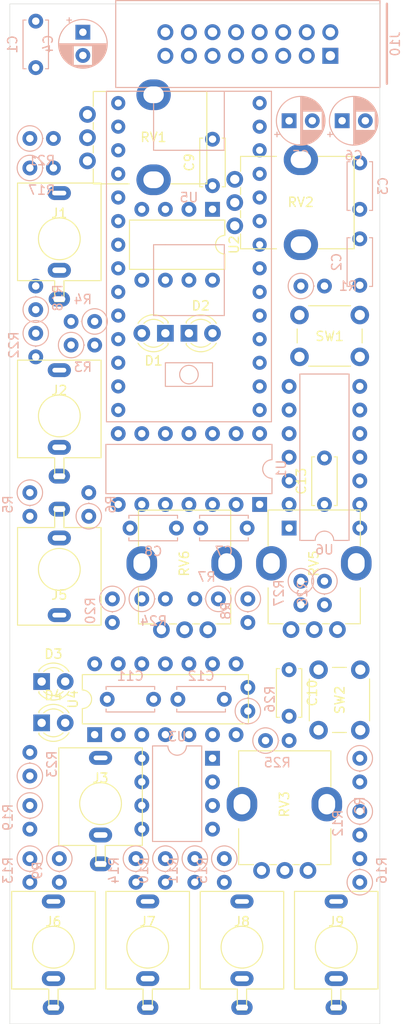
<source format=kicad_pcb>
(kicad_pcb (version 20171130) (host pcbnew "(5.1.5)-3")

  (general
    (thickness 1.6)
    (drawings 4)
    (tracks 0)
    (zones 0)
    (modules 67)
    (nets 68)
  )

  (page User 132.004 200)
  (title_block
    (title "003 - VCO")
    (date 2020-03-21)
    (rev 1.0)
    (company MIT)
  )

  (layers
    (0 F.Cu signal)
    (31 B.Cu signal)
    (32 B.Adhes user)
    (33 F.Adhes user)
    (34 B.Paste user)
    (35 F.Paste user)
    (36 B.SilkS user)
    (37 F.SilkS user)
    (38 B.Mask user)
    (39 F.Mask user)
    (40 Dwgs.User user)
    (41 Cmts.User user)
    (42 Eco1.User user)
    (43 Eco2.User user)
    (44 Edge.Cuts user)
    (45 Margin user)
    (46 B.CrtYd user)
    (47 F.CrtYd user)
    (48 B.Fab user)
    (49 F.Fab user)
  )

  (setup
    (last_trace_width 0.25)
    (trace_clearance 0.2)
    (zone_clearance 0.508)
    (zone_45_only no)
    (trace_min 0.25)
    (via_size 0.8)
    (via_drill 0.4)
    (via_min_size 0.4)
    (via_min_drill 0.3)
    (uvia_size 0.2)
    (uvia_drill 0.1)
    (uvias_allowed no)
    (uvia_min_size 0.2)
    (uvia_min_drill 0.1)
    (edge_width 0.05)
    (segment_width 0.2)
    (pcb_text_width 0.3)
    (pcb_text_size 1.5 1.5)
    (mod_edge_width 0.12)
    (mod_text_size 1 1)
    (mod_text_width 0.15)
    (pad_size 1.524 1.524)
    (pad_drill 0.762)
    (pad_to_mask_clearance 0.051)
    (solder_mask_min_width 0.25)
    (aux_axis_origin 0 0)
    (visible_elements 7FFDFFFF)
    (pcbplotparams
      (layerselection 0x010fc_ffffffff)
      (usegerberextensions false)
      (usegerberattributes false)
      (usegerberadvancedattributes false)
      (creategerberjobfile false)
      (excludeedgelayer true)
      (linewidth 0.100000)
      (plotframeref false)
      (viasonmask false)
      (mode 1)
      (useauxorigin false)
      (hpglpennumber 1)
      (hpglpenspeed 20)
      (hpglpendiameter 15.000000)
      (psnegative false)
      (psa4output false)
      (plotreference true)
      (plotvalue true)
      (plotinvisibletext false)
      (padsonsilk false)
      (subtractmaskfromsilk false)
      (outputformat 1)
      (mirror false)
      (drillshape 1)
      (scaleselection 1)
      (outputdirectory ""))
  )

  (net 0 "")
  (net 1 "Net-(D1-Pad2)")
  (net 2 RateLED)
  (net 3 "Net-(D2-Pad1)")
  (net 4 "Net-(D3-Pad2)")
  (net 5 "Net-(D4-Pad1)")
  (net 6 GND)
  (net 7 "Net-(J10-Pad16)")
  (net 8 "Net-(J10-Pad15)")
  (net 9 "Net-(J10-Pad14)")
  (net 10 "Net-(J10-Pad13)")
  (net 11 +5V)
  (net 12 +12V)
  (net 13 -12V)
  (net 14 RateSW)
  (net 15 +3V3)
  (net 16 Coarse)
  (net 17 Fine)
  (net 18 PulseWidth)
  (net 19 PWMAmt)
  (net 20 SineOutPost)
  (net 21 TriOutPost)
  (net 22 RampOutPost)
  (net 23 PulseOutPost)
  (net 24 2VBias)
  (net 25 "Net-(R13-Pad1)")
  (net 26 SineOutPre)
  (net 27 TriOutPre)
  (net 28 RampOutPre)
  (net 29 "Net-(R12-Pad2)")
  (net 30 PulseOutPre)
  (net 31 DAC2CS)
  (net 32 DAC1CS)
  (net 33 MOSI)
  (net 34 SCK)
  (net 35 FMLED)
  (net 36 FMSW)
  (net 37 FMAmt)
  (net 38 1V_Oct_Pre)
  (net 39 Sync_Pre)
  (net 40 FM_Pre)
  (net 41 PWM_Pre)
  (net 42 "Net-(R17-Pad1)")
  (net 43 "Net-(R18-Pad1)")
  (net 44 "Net-(R19-Pad1)")
  (net 45 "Net-(R20-Pad1)")
  (net 46 1V_Oct_Post)
  (net 47 Sync_Post)
  (net 48 FM_Post)
  (net 49 PWM_Post)
  (net 50 1.695VBias)
  (net 51 "Net-(R27-Pad1)")
  (net 52 MISO)
  (net 53 "Net-(U5-Pad31)")
  (net 54 ADC_CS)
  (net 55 "Net-(U5-Pad23)")
  (net 56 "Net-(U5-Pad22)")
  (net 57 "Net-(U5-Pad21)")
  (net 58 "Net-(U5-Pad20)")
  (net 59 "Net-(U5-Pad10)")
  (net 60 "Net-(U5-Pad4)")
  (net 61 "Net-(U5-Pad3)")
  (net 62 "Net-(U5-Pad1)")
  (net 63 "Net-(U6-Pad6)")
  (net 64 "Net-(U6-Pad5)")
  (net 65 "Net-(U5-Pad14)")
  (net 66 "Net-(R10-Pad1)")
  (net 67 "Net-(R11-Pad1)")

  (net_class Default "This is the default net class."
    (clearance 0.2)
    (trace_width 0.25)
    (via_dia 0.8)
    (via_drill 0.4)
    (uvia_dia 0.2)
    (uvia_drill 0.1)
    (diff_pair_width 0.25)
    (diff_pair_gap 0.2)
    (add_net +12V)
    (add_net +3V3)
    (add_net +5V)
    (add_net -12V)
    (add_net 1.695VBias)
    (add_net 1V_Oct_Post)
    (add_net 1V_Oct_Pre)
    (add_net 2VBias)
    (add_net ADC_CS)
    (add_net Coarse)
    (add_net DAC1CS)
    (add_net DAC2CS)
    (add_net FMAmt)
    (add_net FMLED)
    (add_net FMSW)
    (add_net FM_Post)
    (add_net FM_Pre)
    (add_net Fine)
    (add_net GND)
    (add_net MISO)
    (add_net MOSI)
    (add_net "Net-(D1-Pad2)")
    (add_net "Net-(D2-Pad1)")
    (add_net "Net-(D3-Pad2)")
    (add_net "Net-(D4-Pad1)")
    (add_net "Net-(J10-Pad13)")
    (add_net "Net-(J10-Pad14)")
    (add_net "Net-(J10-Pad15)")
    (add_net "Net-(J10-Pad16)")
    (add_net "Net-(R10-Pad1)")
    (add_net "Net-(R11-Pad1)")
    (add_net "Net-(R12-Pad2)")
    (add_net "Net-(R13-Pad1)")
    (add_net "Net-(R17-Pad1)")
    (add_net "Net-(R18-Pad1)")
    (add_net "Net-(R19-Pad1)")
    (add_net "Net-(R20-Pad1)")
    (add_net "Net-(R27-Pad1)")
    (add_net "Net-(U5-Pad1)")
    (add_net "Net-(U5-Pad10)")
    (add_net "Net-(U5-Pad14)")
    (add_net "Net-(U5-Pad20)")
    (add_net "Net-(U5-Pad21)")
    (add_net "Net-(U5-Pad22)")
    (add_net "Net-(U5-Pad23)")
    (add_net "Net-(U5-Pad3)")
    (add_net "Net-(U5-Pad31)")
    (add_net "Net-(U5-Pad4)")
    (add_net "Net-(U6-Pad5)")
    (add_net "Net-(U6-Pad6)")
    (add_net PWMAmt)
    (add_net PWM_Post)
    (add_net PWM_Pre)
    (add_net PulseOutPost)
    (add_net PulseOutPre)
    (add_net PulseWidth)
    (add_net RampOutPost)
    (add_net RampOutPre)
    (add_net RateLED)
    (add_net RateSW)
    (add_net SCK)
    (add_net SineOutPost)
    (add_net SineOutPre)
    (add_net Sync_Post)
    (add_net Sync_Pre)
    (add_net TriOutPost)
    (add_net TriOutPre)
  )

  (module byte_sized_beats:Adafruit_ItsyBitsyM0_DIPOnly (layer B.Cu) (tedit 5E7875EA) (tstamp 5E7EBC4C)
    (at 64.77 59.69 180)
    (path /63C0FF67)
    (fp_text reference U5 (at 0 6.35) (layer B.SilkS)
      (effects (font (size 1 1) (thickness 0.15)) (justify mirror))
    )
    (fp_text value Adafruit_ItsyBitsyM0_DIPOnly (at 0 19.05) (layer B.Fab)
      (effects (font (size 1 1) (thickness 0.15)) (justify mirror))
    )
    (fp_circle (center 0 -12.7) (end 1 -12.7) (layer B.SilkS) (width 0.12))
    (fp_line (start 2.54 -11.43) (end -2.54 -11.43) (layer B.SilkS) (width 0.12))
    (fp_line (start 2.54 -13.97) (end 2.54 -11.43) (layer B.SilkS) (width 0.12))
    (fp_line (start -2.54 -13.97) (end 2.54 -13.97) (layer B.SilkS) (width 0.12))
    (fp_line (start -2.54 -11.43) (end -2.54 -13.97) (layer B.SilkS) (width 0.12))
    (fp_line (start -3.81 -6.35) (end -3.81 1.27) (layer B.SilkS) (width 0.12))
    (fp_line (start 3.81 -6.35) (end -3.81 -6.35) (layer B.SilkS) (width 0.12))
    (fp_line (start 3.81 1.27) (end 3.81 -6.35) (layer B.SilkS) (width 0.12))
    (fp_line (start 2.54 1.27) (end 3.81 1.27) (layer B.SilkS) (width 0.12))
    (fp_line (start -3.81 1.27) (end 2.54 1.27) (layer B.SilkS) (width 0.12))
    (fp_line (start 3.81 11.43) (end 3.81 17.78) (layer B.SilkS) (width 0.12))
    (fp_line (start -3.81 11.43) (end 3.81 11.43) (layer B.SilkS) (width 0.12))
    (fp_line (start -3.81 17.78) (end -3.81 11.43) (layer B.SilkS) (width 0.12))
    (fp_line (start -8.89 -17.78) (end -8.89 17.78) (layer B.SilkS) (width 0.12))
    (fp_line (start 8.89 -17.78) (end -8.89 -17.78) (layer B.SilkS) (width 0.12))
    (fp_line (start 8.89 17.78) (end 8.89 -17.78) (layer B.SilkS) (width 0.12))
    (fp_line (start -8.89 17.78) (end 8.89 17.78) (layer B.SilkS) (width 0.12))
    (pad 33 thru_hole circle (at 7.62 16.51 180) (size 1.524 1.524) (drill 0.762) (layers *.Cu *.Mask)
      (net 11 +5V))
    (pad 32 thru_hole circle (at 7.62 13.97 180) (size 1.524 1.524) (drill 0.762) (layers *.Cu *.Mask)
      (net 6 GND))
    (pad 31 thru_hole circle (at 7.62 11.43 180) (size 1.524 1.524) (drill 0.762) (layers *.Cu *.Mask)
      (net 53 "Net-(U5-Pad31)"))
    (pad 30 thru_hole circle (at 7.62 8.89 180) (size 1.524 1.524) (drill 0.762) (layers *.Cu *.Mask)
      (net 36 FMSW))
    (pad 29 thru_hole circle (at 7.62 6.35 180) (size 1.524 1.524) (drill 0.762) (layers *.Cu *.Mask)
      (net 14 RateSW))
    (pad 28 thru_hole circle (at 7.62 3.81 180) (size 1.524 1.524) (drill 0.762) (layers *.Cu *.Mask)
      (net 54 ADC_CS))
    (pad 27 thru_hole circle (at 7.62 1.27 180) (size 1.524 1.524) (drill 0.762) (layers *.Cu *.Mask)
      (net 31 DAC2CS))
    (pad 26 thru_hole circle (at 7.62 -1.27 180) (size 1.524 1.524) (drill 0.762) (layers *.Cu *.Mask)
      (net 35 FMLED))
    (pad 25 thru_hole circle (at 7.62 -3.81 180) (size 1.524 1.524) (drill 0.762) (layers *.Cu *.Mask)
      (net 32 DAC1CS))
    (pad 24 thru_hole circle (at 7.62 -6.35 180) (size 1.524 1.524) (drill 0.762) (layers *.Cu *.Mask)
      (net 2 RateLED))
    (pad 23 thru_hole circle (at 7.62 -8.89 180) (size 1.524 1.524) (drill 0.762) (layers *.Cu *.Mask)
      (net 55 "Net-(U5-Pad23)"))
    (pad 22 thru_hole circle (at 7.62 -11.43 180) (size 1.524 1.524) (drill 0.762) (layers *.Cu *.Mask)
      (net 56 "Net-(U5-Pad22)"))
    (pad 21 thru_hole circle (at 7.62 -13.97 180) (size 1.524 1.524) (drill 0.762) (layers *.Cu *.Mask)
      (net 57 "Net-(U5-Pad21)"))
    (pad 20 thru_hole circle (at 7.62 -16.51 180) (size 1.524 1.524) (drill 0.762) (layers *.Cu *.Mask)
      (net 58 "Net-(U5-Pad20)"))
    (pad 14 thru_hole circle (at -7.62 -16.51 180) (size 1.524 1.524) (drill 0.762) (layers *.Cu *.Mask)
      (net 65 "Net-(U5-Pad14)"))
    (pad 13 thru_hole circle (at -7.62 -13.97 180) (size 1.524 1.524) (drill 0.762) (layers *.Cu *.Mask)
      (net 52 MISO))
    (pad 12 thru_hole circle (at -7.62 -11.43 180) (size 1.524 1.524) (drill 0.762) (layers *.Cu *.Mask)
      (net 33 MOSI))
    (pad 11 thru_hole circle (at -7.62 -8.89 180) (size 1.524 1.524) (drill 0.762) (layers *.Cu *.Mask)
      (net 34 SCK))
    (pad 10 thru_hole circle (at -7.62 -6.35 180) (size 1.524 1.524) (drill 0.762) (layers *.Cu *.Mask)
      (net 59 "Net-(U5-Pad10)"))
    (pad 9 thru_hole circle (at -7.62 -3.81 180) (size 1.524 1.524) (drill 0.762) (layers *.Cu *.Mask)
      (net 18 PulseWidth))
    (pad 8 thru_hole circle (at -7.62 -1.27 180) (size 1.524 1.524) (drill 0.762) (layers *.Cu *.Mask)
      (net 37 FMAmt))
    (pad 7 thru_hole circle (at -7.62 1.27 180) (size 1.524 1.524) (drill 0.762) (layers *.Cu *.Mask)
      (net 19 PWMAmt))
    (pad 6 thru_hole circle (at -7.62 3.81 180) (size 1.524 1.524) (drill 0.762) (layers *.Cu *.Mask)
      (net 17 Fine))
    (pad 5 thru_hole circle (at -7.62 6.35 180) (size 1.524 1.524) (drill 0.762) (layers *.Cu *.Mask)
      (net 16 Coarse))
    (pad 4 thru_hole circle (at -7.62 8.89 180) (size 1.524 1.524) (drill 0.762) (layers *.Cu *.Mask)
      (net 60 "Net-(U5-Pad4)"))
    (pad 3 thru_hole circle (at -7.62 11.43 180) (size 1.524 1.524) (drill 0.762) (layers *.Cu *.Mask)
      (net 61 "Net-(U5-Pad3)"))
    (pad 2 thru_hole circle (at -7.62 13.97 180) (size 1.524 1.524) (drill 0.762) (layers *.Cu *.Mask)
      (net 15 +3V3))
    (pad 1 thru_hole circle (at -7.62 16.51 180) (size 1.524 1.524) (drill 0.762) (layers *.Cu *.Mask)
      (net 62 "Net-(U5-Pad1)"))
  )

  (module Resistor_THT:R_Axial_DIN0207_L6.3mm_D2.5mm_P2.54mm_Vertical (layer B.Cu) (tedit 5AE5139B) (tstamp 5E771DF0)
    (at 54.61 66.675 180)
    (descr "Resistor, Axial_DIN0207 series, Axial, Vertical, pin pitch=2.54mm, 0.25W = 1/4W, length*diameter=6.3*2.5mm^2, http://cdn-reichelt.de/documents/datenblatt/B400/1_4W%23YAG.pdf")
    (tags "Resistor Axial_DIN0207 series Axial Vertical pin pitch 2.54mm 0.25W = 1/4W length 6.3mm diameter 2.5mm")
    (path /5E82866F)
    (fp_text reference R4 (at 1.27 2.37) (layer B.SilkS)
      (effects (font (size 1 1) (thickness 0.15)) (justify mirror))
    )
    (fp_text value 220R (at 1.27 -2.37) (layer B.Fab)
      (effects (font (size 1 1) (thickness 0.15)) (justify mirror))
    )
    (fp_text user %R (at 1.27 2.37) (layer B.Fab)
      (effects (font (size 1 1) (thickness 0.15)) (justify mirror))
    )
    (fp_line (start 3.59 1.5) (end -1.5 1.5) (layer B.CrtYd) (width 0.05))
    (fp_line (start 3.59 -1.5) (end 3.59 1.5) (layer B.CrtYd) (width 0.05))
    (fp_line (start -1.5 -1.5) (end 3.59 -1.5) (layer B.CrtYd) (width 0.05))
    (fp_line (start -1.5 1.5) (end -1.5 -1.5) (layer B.CrtYd) (width 0.05))
    (fp_line (start 1.37 0) (end 1.44 0) (layer B.SilkS) (width 0.12))
    (fp_line (start 0 0) (end 2.54 0) (layer B.Fab) (width 0.1))
    (fp_circle (center 0 0) (end 1.37 0) (layer B.SilkS) (width 0.12))
    (fp_circle (center 0 0) (end 1.25 0) (layer B.Fab) (width 0.1))
    (pad 2 thru_hole oval (at 2.54 0 180) (size 1.6 1.6) (drill 0.8) (layers *.Cu *.Mask)
      (net 6 GND))
    (pad 1 thru_hole circle (at 0 0 180) (size 1.6 1.6) (drill 0.8) (layers *.Cu *.Mask)
      (net 3 "Net-(D2-Pad1)"))
    (model ${KISYS3DMOD}/Resistor_THT.3dshapes/R_Axial_DIN0207_L6.3mm_D2.5mm_P2.54mm_Vertical.wrl
      (at (xyz 0 0 0))
      (scale (xyz 1 1 1))
      (rotate (xyz 0 0 0))
    )
  )

  (module Resistor_THT:R_Axial_DIN0207_L6.3mm_D2.5mm_P2.54mm_Vertical (layer B.Cu) (tedit 5AE5139B) (tstamp 5E771DE2)
    (at 52.07 69.215)
    (descr "Resistor, Axial_DIN0207 series, Axial, Vertical, pin pitch=2.54mm, 0.25W = 1/4W, length*diameter=6.3*2.5mm^2, http://cdn-reichelt.de/documents/datenblatt/B400/1_4W%23YAG.pdf")
    (tags "Resistor Axial_DIN0207 series Axial Vertical pin pitch 2.54mm 0.25W = 1/4W length 6.3mm diameter 2.5mm")
    (path /5E81BC96)
    (fp_text reference R3 (at 1.27 2.37) (layer B.SilkS)
      (effects (font (size 1 1) (thickness 0.15)) (justify mirror))
    )
    (fp_text value 220R (at 1.27 -2.37) (layer B.Fab)
      (effects (font (size 1 1) (thickness 0.15)) (justify mirror))
    )
    (fp_text user %R (at 1.27 2.37) (layer B.Fab)
      (effects (font (size 1 1) (thickness 0.15)) (justify mirror))
    )
    (fp_line (start 3.59 1.5) (end -1.5 1.5) (layer B.CrtYd) (width 0.05))
    (fp_line (start 3.59 -1.5) (end 3.59 1.5) (layer B.CrtYd) (width 0.05))
    (fp_line (start -1.5 -1.5) (end 3.59 -1.5) (layer B.CrtYd) (width 0.05))
    (fp_line (start -1.5 1.5) (end -1.5 -1.5) (layer B.CrtYd) (width 0.05))
    (fp_line (start 1.37 0) (end 1.44 0) (layer B.SilkS) (width 0.12))
    (fp_line (start 0 0) (end 2.54 0) (layer B.Fab) (width 0.1))
    (fp_circle (center 0 0) (end 1.37 0) (layer B.SilkS) (width 0.12))
    (fp_circle (center 0 0) (end 1.25 0) (layer B.Fab) (width 0.1))
    (pad 2 thru_hole oval (at 2.54 0) (size 1.6 1.6) (drill 0.8) (layers *.Cu *.Mask)
      (net 1 "Net-(D1-Pad2)"))
    (pad 1 thru_hole circle (at 0 0) (size 1.6 1.6) (drill 0.8) (layers *.Cu *.Mask)
      (net 15 +3V3))
    (model ${KISYS3DMOD}/Resistor_THT.3dshapes/R_Axial_DIN0207_L6.3mm_D2.5mm_P2.54mm_Vertical.wrl
      (at (xyz 0 0 0))
      (scale (xyz 1 1 1))
      (rotate (xyz 0 0 0))
    )
  )

  (module Resistor_THT:R_Axial_DIN0207_L6.3mm_D2.5mm_P2.54mm_Vertical (layer B.Cu) (tedit 5AE5139B) (tstamp 5E79C1CB)
    (at 79.375 94.615 270)
    (descr "Resistor, Axial_DIN0207 series, Axial, Vertical, pin pitch=2.54mm, 0.25W = 1/4W, length*diameter=6.3*2.5mm^2, http://cdn-reichelt.de/documents/datenblatt/B400/1_4W%23YAG.pdf")
    (tags "Resistor Axial_DIN0207 series Axial Vertical pin pitch 2.54mm 0.25W = 1/4W length 6.3mm diameter 2.5mm")
    (path /5FEF1C9A)
    (fp_text reference R28 (at 1.27 2.37 90) (layer B.SilkS)
      (effects (font (size 1 1) (thickness 0.15)) (justify mirror))
    )
    (fp_text value 10k (at 1.27 -2.37 90) (layer B.Fab)
      (effects (font (size 1 1) (thickness 0.15)) (justify mirror))
    )
    (fp_text user %R (at 1.27 2.37 90) (layer B.Fab)
      (effects (font (size 1 1) (thickness 0.15)) (justify mirror))
    )
    (fp_line (start 3.59 1.5) (end -1.5 1.5) (layer B.CrtYd) (width 0.05))
    (fp_line (start 3.59 -1.5) (end 3.59 1.5) (layer B.CrtYd) (width 0.05))
    (fp_line (start -1.5 -1.5) (end 3.59 -1.5) (layer B.CrtYd) (width 0.05))
    (fp_line (start -1.5 1.5) (end -1.5 -1.5) (layer B.CrtYd) (width 0.05))
    (fp_line (start 1.37 0) (end 1.44 0) (layer B.SilkS) (width 0.12))
    (fp_line (start 0 0) (end 2.54 0) (layer B.Fab) (width 0.1))
    (fp_circle (center 0 0) (end 1.37 0) (layer B.SilkS) (width 0.12))
    (fp_circle (center 0 0) (end 1.25 0) (layer B.Fab) (width 0.1))
    (pad 2 thru_hole oval (at 2.54 0 270) (size 1.6 1.6) (drill 0.8) (layers *.Cu *.Mask)
      (net 52 MISO))
    (pad 1 thru_hole circle (at 0 0 270) (size 1.6 1.6) (drill 0.8) (layers *.Cu *.Mask)
      (net 51 "Net-(R27-Pad1)"))
    (model ${KISYS3DMOD}/Resistor_THT.3dshapes/R_Axial_DIN0207_L6.3mm_D2.5mm_P2.54mm_Vertical.wrl
      (at (xyz 0 0 0))
      (scale (xyz 1 1 1))
      (rotate (xyz 0 0 0))
    )
  )

  (module Resistor_THT:R_Axial_DIN0207_L6.3mm_D2.5mm_P2.54mm_Vertical (layer B.Cu) (tedit 5AE5139B) (tstamp 5E79C1BC)
    (at 76.835 94.615 270)
    (descr "Resistor, Axial_DIN0207 series, Axial, Vertical, pin pitch=2.54mm, 0.25W = 1/4W, length*diameter=6.3*2.5mm^2, http://cdn-reichelt.de/documents/datenblatt/B400/1_4W%23YAG.pdf")
    (tags "Resistor Axial_DIN0207 series Axial Vertical pin pitch 2.54mm 0.25W = 1/4W length 6.3mm diameter 2.5mm")
    (path /5FEF2D70)
    (fp_text reference R27 (at 1.27 2.37 90) (layer B.SilkS)
      (effects (font (size 1 1) (thickness 0.15)) (justify mirror))
    )
    (fp_text value 20k (at 1.27 -2.37 90) (layer B.Fab)
      (effects (font (size 1 1) (thickness 0.15)) (justify mirror))
    )
    (fp_text user %R (at 1.27 2.37 90) (layer B.Fab)
      (effects (font (size 1 1) (thickness 0.15)) (justify mirror))
    )
    (fp_line (start 3.59 1.5) (end -1.5 1.5) (layer B.CrtYd) (width 0.05))
    (fp_line (start 3.59 -1.5) (end 3.59 1.5) (layer B.CrtYd) (width 0.05))
    (fp_line (start -1.5 -1.5) (end 3.59 -1.5) (layer B.CrtYd) (width 0.05))
    (fp_line (start -1.5 1.5) (end -1.5 -1.5) (layer B.CrtYd) (width 0.05))
    (fp_line (start 1.37 0) (end 1.44 0) (layer B.SilkS) (width 0.12))
    (fp_line (start 0 0) (end 2.54 0) (layer B.Fab) (width 0.1))
    (fp_circle (center 0 0) (end 1.37 0) (layer B.SilkS) (width 0.12))
    (fp_circle (center 0 0) (end 1.25 0) (layer B.Fab) (width 0.1))
    (pad 2 thru_hole oval (at 2.54 0 270) (size 1.6 1.6) (drill 0.8) (layers *.Cu *.Mask)
      (net 6 GND))
    (pad 1 thru_hole circle (at 0 0 270) (size 1.6 1.6) (drill 0.8) (layers *.Cu *.Mask)
      (net 51 "Net-(R27-Pad1)"))
    (model ${KISYS3DMOD}/Resistor_THT.3dshapes/R_Axial_DIN0207_L6.3mm_D2.5mm_P2.54mm_Vertical.wrl
      (at (xyz 0 0 0))
      (scale (xyz 1 1 1))
      (rotate (xyz 0 0 0))
    )
  )

  (module Resistor_THT:R_Axial_DIN0207_L6.3mm_D2.5mm_P2.54mm_Vertical (layer B.Cu) (tedit 5AE5139B) (tstamp 5E771E0C)
    (at 53.975 87.63 90)
    (descr "Resistor, Axial_DIN0207 series, Axial, Vertical, pin pitch=2.54mm, 0.25W = 1/4W, length*diameter=6.3*2.5mm^2, http://cdn-reichelt.de/documents/datenblatt/B400/1_4W%23YAG.pdf")
    (tags "Resistor Axial_DIN0207 series Axial Vertical pin pitch 2.54mm 0.25W = 1/4W length 6.3mm diameter 2.5mm")
    (path /5E828669)
    (fp_text reference R6 (at 1.27 2.37 90) (layer B.SilkS)
      (effects (font (size 1 1) (thickness 0.15)) (justify mirror))
    )
    (fp_text value 220R (at 1.27 -2.37 90) (layer B.Fab)
      (effects (font (size 1 1) (thickness 0.15)) (justify mirror))
    )
    (fp_text user %R (at 1.27 2.37 90) (layer B.Fab)
      (effects (font (size 1 1) (thickness 0.15)) (justify mirror))
    )
    (fp_line (start 3.59 1.5) (end -1.5 1.5) (layer B.CrtYd) (width 0.05))
    (fp_line (start 3.59 -1.5) (end 3.59 1.5) (layer B.CrtYd) (width 0.05))
    (fp_line (start -1.5 -1.5) (end 3.59 -1.5) (layer B.CrtYd) (width 0.05))
    (fp_line (start -1.5 1.5) (end -1.5 -1.5) (layer B.CrtYd) (width 0.05))
    (fp_line (start 1.37 0) (end 1.44 0) (layer B.SilkS) (width 0.12))
    (fp_line (start 0 0) (end 2.54 0) (layer B.Fab) (width 0.1))
    (fp_circle (center 0 0) (end 1.37 0) (layer B.SilkS) (width 0.12))
    (fp_circle (center 0 0) (end 1.25 0) (layer B.Fab) (width 0.1))
    (pad 2 thru_hole oval (at 2.54 0 90) (size 1.6 1.6) (drill 0.8) (layers *.Cu *.Mask)
      (net 6 GND))
    (pad 1 thru_hole circle (at 0 0 90) (size 1.6 1.6) (drill 0.8) (layers *.Cu *.Mask)
      (net 5 "Net-(D4-Pad1)"))
    (model ${KISYS3DMOD}/Resistor_THT.3dshapes/R_Axial_DIN0207_L6.3mm_D2.5mm_P2.54mm_Vertical.wrl
      (at (xyz 0 0 0))
      (scale (xyz 1 1 1))
      (rotate (xyz 0 0 0))
    )
  )

  (module Resistor_THT:R_Axial_DIN0207_L6.3mm_D2.5mm_P2.54mm_Vertical (layer B.Cu) (tedit 5AE5139B) (tstamp 5E771DFE)
    (at 47.625 85.09 270)
    (descr "Resistor, Axial_DIN0207 series, Axial, Vertical, pin pitch=2.54mm, 0.25W = 1/4W, length*diameter=6.3*2.5mm^2, http://cdn-reichelt.de/documents/datenblatt/B400/1_4W%23YAG.pdf")
    (tags "Resistor Axial_DIN0207 series Axial Vertical pin pitch 2.54mm 0.25W = 1/4W length 6.3mm diameter 2.5mm")
    (path /5E818B92)
    (fp_text reference R5 (at 1.27 2.37 270) (layer B.SilkS)
      (effects (font (size 1 1) (thickness 0.15)) (justify mirror))
    )
    (fp_text value 220R (at 1.27 -2.37 270) (layer B.Fab)
      (effects (font (size 1 1) (thickness 0.15)) (justify mirror))
    )
    (fp_text user %R (at 1.27 2.37 270) (layer B.Fab)
      (effects (font (size 1 1) (thickness 0.15)) (justify mirror))
    )
    (fp_line (start 3.59 1.5) (end -1.5 1.5) (layer B.CrtYd) (width 0.05))
    (fp_line (start 3.59 -1.5) (end 3.59 1.5) (layer B.CrtYd) (width 0.05))
    (fp_line (start -1.5 -1.5) (end 3.59 -1.5) (layer B.CrtYd) (width 0.05))
    (fp_line (start -1.5 1.5) (end -1.5 -1.5) (layer B.CrtYd) (width 0.05))
    (fp_line (start 1.37 0) (end 1.44 0) (layer B.SilkS) (width 0.12))
    (fp_line (start 0 0) (end 2.54 0) (layer B.Fab) (width 0.1))
    (fp_circle (center 0 0) (end 1.37 0) (layer B.SilkS) (width 0.12))
    (fp_circle (center 0 0) (end 1.25 0) (layer B.Fab) (width 0.1))
    (pad 2 thru_hole oval (at 2.54 0 270) (size 1.6 1.6) (drill 0.8) (layers *.Cu *.Mask)
      (net 4 "Net-(D3-Pad2)"))
    (pad 1 thru_hole circle (at 0 0 270) (size 1.6 1.6) (drill 0.8) (layers *.Cu *.Mask)
      (net 15 +3V3))
    (model ${KISYS3DMOD}/Resistor_THT.3dshapes/R_Axial_DIN0207_L6.3mm_D2.5mm_P2.54mm_Vertical.wrl
      (at (xyz 0 0 0))
      (scale (xyz 1 1 1))
      (rotate (xyz 0 0 0))
    )
  )

  (module Resistor_THT:R_Axial_DIN0207_L6.3mm_D2.5mm_P2.54mm_Vertical (layer B.Cu) (tedit 5AE5139B) (tstamp 5E79C126)
    (at 47.625 50.165)
    (descr "Resistor, Axial_DIN0207 series, Axial, Vertical, pin pitch=2.54mm, 0.25W = 1/4W, length*diameter=6.3*2.5mm^2, http://cdn-reichelt.de/documents/datenblatt/B400/1_4W%23YAG.pdf")
    (tags "Resistor Axial_DIN0207 series Axial Vertical pin pitch 2.54mm 0.25W = 1/4W length 6.3mm diameter 2.5mm")
    (path /5F2D9186)
    (fp_text reference R17 (at 1.27 2.37) (layer B.SilkS)
      (effects (font (size 1 1) (thickness 0.15)) (justify mirror))
    )
    (fp_text value 30k (at 1.27 -2.37) (layer B.Fab)
      (effects (font (size 1 1) (thickness 0.15)) (justify mirror))
    )
    (fp_circle (center 0 0) (end 1.25 0) (layer B.Fab) (width 0.1))
    (fp_circle (center 0 0) (end 1.37 0) (layer B.SilkS) (width 0.12))
    (fp_line (start 0 0) (end 2.54 0) (layer B.Fab) (width 0.1))
    (fp_line (start 1.37 0) (end 1.44 0) (layer B.SilkS) (width 0.12))
    (fp_line (start -1.5 1.5) (end -1.5 -1.5) (layer B.CrtYd) (width 0.05))
    (fp_line (start -1.5 -1.5) (end 3.59 -1.5) (layer B.CrtYd) (width 0.05))
    (fp_line (start 3.59 -1.5) (end 3.59 1.5) (layer B.CrtYd) (width 0.05))
    (fp_line (start 3.59 1.5) (end -1.5 1.5) (layer B.CrtYd) (width 0.05))
    (fp_text user %R (at 1.27 2.37) (layer B.Fab)
      (effects (font (size 1 1) (thickness 0.15)) (justify mirror))
    )
    (pad 1 thru_hole circle (at 0 0) (size 1.6 1.6) (drill 0.8) (layers *.Cu *.Mask)
      (net 42 "Net-(R17-Pad1)"))
    (pad 2 thru_hole oval (at 2.54 0) (size 1.6 1.6) (drill 0.8) (layers *.Cu *.Mask)
      (net 38 1V_Oct_Pre))
    (model ${KISYS3DMOD}/Resistor_THT.3dshapes/R_Axial_DIN0207_L6.3mm_D2.5mm_P2.54mm_Vertical.wrl
      (at (xyz 0 0 0))
      (scale (xyz 1 1 1))
      (rotate (xyz 0 0 0))
    )
  )

  (module Resistor_THT:R_Axial_DIN0207_L6.3mm_D2.5mm_P2.54mm_Vertical (layer B.Cu) (tedit 5AE5139B) (tstamp 5E79C162)
    (at 47.625 46.99)
    (descr "Resistor, Axial_DIN0207 series, Axial, Vertical, pin pitch=2.54mm, 0.25W = 1/4W, length*diameter=6.3*2.5mm^2, http://cdn-reichelt.de/documents/datenblatt/B400/1_4W%23YAG.pdf")
    (tags "Resistor Axial_DIN0207 series Axial Vertical pin pitch 2.54mm 0.25W = 1/4W length 6.3mm diameter 2.5mm")
    (path /5F2D9167)
    (fp_text reference R21 (at 1.27 2.37 180) (layer B.SilkS)
      (effects (font (size 1 1) (thickness 0.15)) (justify mirror))
    )
    (fp_text value 7.5k (at 1.27 -2.37 180) (layer B.Fab)
      (effects (font (size 1 1) (thickness 0.15)) (justify mirror))
    )
    (fp_circle (center 0 0) (end 1.25 0) (layer B.Fab) (width 0.1))
    (fp_circle (center 0 0) (end 1.37 0) (layer B.SilkS) (width 0.12))
    (fp_line (start 0 0) (end 2.54 0) (layer B.Fab) (width 0.1))
    (fp_line (start 1.37 0) (end 1.44 0) (layer B.SilkS) (width 0.12))
    (fp_line (start -1.5 1.5) (end -1.5 -1.5) (layer B.CrtYd) (width 0.05))
    (fp_line (start -1.5 -1.5) (end 3.59 -1.5) (layer B.CrtYd) (width 0.05))
    (fp_line (start 3.59 -1.5) (end 3.59 1.5) (layer B.CrtYd) (width 0.05))
    (fp_line (start 3.59 1.5) (end -1.5 1.5) (layer B.CrtYd) (width 0.05))
    (fp_text user %R (at 1.27 2.37 180) (layer B.Fab)
      (effects (font (size 1 1) (thickness 0.15)) (justify mirror))
    )
    (pad 1 thru_hole circle (at 0 0) (size 1.6 1.6) (drill 0.8) (layers *.Cu *.Mask)
      (net 42 "Net-(R17-Pad1)"))
    (pad 2 thru_hole oval (at 2.54 0) (size 1.6 1.6) (drill 0.8) (layers *.Cu *.Mask)
      (net 46 1V_Oct_Post))
    (model ${KISYS3DMOD}/Resistor_THT.3dshapes/R_Axial_DIN0207_L6.3mm_D2.5mm_P2.54mm_Vertical.wrl
      (at (xyz 0 0 0))
      (scale (xyz 1 1 1))
      (rotate (xyz 0 0 0))
    )
  )

  (module Resistor_THT:R_Axial_DIN0207_L6.3mm_D2.5mm_P2.54mm_Vertical (layer B.Cu) (tedit 5AE5139B) (tstamp 5E79C180)
    (at 47.625 115.57 90)
    (descr "Resistor, Axial_DIN0207 series, Axial, Vertical, pin pitch=2.54mm, 0.25W = 1/4W, length*diameter=6.3*2.5mm^2, http://cdn-reichelt.de/documents/datenblatt/B400/1_4W%23YAG.pdf")
    (tags "Resistor Axial_DIN0207 series Axial Vertical pin pitch 2.54mm 0.25W = 1/4W length 6.3mm diameter 2.5mm")
    (path /5FEE9668)
    (fp_text reference R23 (at 1.27 2.37 270) (layer B.SilkS)
      (effects (font (size 1 1) (thickness 0.15)) (justify mirror))
    )
    (fp_text value 7.5k (at 1.27 -2.37 270) (layer B.Fab)
      (effects (font (size 1 1) (thickness 0.15)) (justify mirror))
    )
    (fp_circle (center 0 0) (end 1.25 0) (layer B.Fab) (width 0.1))
    (fp_circle (center 0 0) (end 1.37 0) (layer B.SilkS) (width 0.12))
    (fp_line (start 0 0) (end 2.54 0) (layer B.Fab) (width 0.1))
    (fp_line (start 1.37 0) (end 1.44 0) (layer B.SilkS) (width 0.12))
    (fp_line (start -1.5 1.5) (end -1.5 -1.5) (layer B.CrtYd) (width 0.05))
    (fp_line (start -1.5 -1.5) (end 3.59 -1.5) (layer B.CrtYd) (width 0.05))
    (fp_line (start 3.59 -1.5) (end 3.59 1.5) (layer B.CrtYd) (width 0.05))
    (fp_line (start 3.59 1.5) (end -1.5 1.5) (layer B.CrtYd) (width 0.05))
    (fp_text user %R (at 1.27 2.37 270) (layer B.Fab)
      (effects (font (size 1 1) (thickness 0.15)) (justify mirror))
    )
    (pad 1 thru_hole circle (at 0 0 90) (size 1.6 1.6) (drill 0.8) (layers *.Cu *.Mask)
      (net 44 "Net-(R19-Pad1)"))
    (pad 2 thru_hole oval (at 2.54 0 90) (size 1.6 1.6) (drill 0.8) (layers *.Cu *.Mask)
      (net 48 FM_Post))
    (model ${KISYS3DMOD}/Resistor_THT.3dshapes/R_Axial_DIN0207_L6.3mm_D2.5mm_P2.54mm_Vertical.wrl
      (at (xyz 0 0 0))
      (scale (xyz 1 1 1))
      (rotate (xyz 0 0 0))
    )
  )

  (module Capacitor_THT:C_Disc_D5.0mm_W2.5mm_P5.00mm (layer F.Cu) (tedit 5AE50EF0) (tstamp 5E7AC7B6)
    (at 79.375 86.36 90)
    (descr "C, Disc series, Radial, pin pitch=5.00mm, , diameter*width=5*2.5mm^2, Capacitor, http://cdn-reichelt.de/documents/datenblatt/B300/DS_KERKO_TC.pdf")
    (tags "C Disc series Radial pin pitch 5.00mm  diameter 5mm width 2.5mm Capacitor")
    (path /62977E39)
    (fp_text reference C13 (at 2.5 -2.5 90) (layer F.SilkS)
      (effects (font (size 1 1) (thickness 0.15)))
    )
    (fp_text value 0.1uF (at 2.5 2.5 90) (layer F.Fab)
      (effects (font (size 1 1) (thickness 0.15)))
    )
    (fp_line (start 0 -1.25) (end 0 1.25) (layer F.Fab) (width 0.1))
    (fp_line (start 0 1.25) (end 5 1.25) (layer F.Fab) (width 0.1))
    (fp_line (start 5 1.25) (end 5 -1.25) (layer F.Fab) (width 0.1))
    (fp_line (start 5 -1.25) (end 0 -1.25) (layer F.Fab) (width 0.1))
    (fp_line (start -0.12 -1.37) (end 5.12 -1.37) (layer F.SilkS) (width 0.12))
    (fp_line (start -0.12 1.37) (end 5.12 1.37) (layer F.SilkS) (width 0.12))
    (fp_line (start -0.12 -1.37) (end -0.12 -1.055) (layer F.SilkS) (width 0.12))
    (fp_line (start -0.12 1.055) (end -0.12 1.37) (layer F.SilkS) (width 0.12))
    (fp_line (start 5.12 -1.37) (end 5.12 -1.055) (layer F.SilkS) (width 0.12))
    (fp_line (start 5.12 1.055) (end 5.12 1.37) (layer F.SilkS) (width 0.12))
    (fp_line (start -1.05 -1.5) (end -1.05 1.5) (layer F.CrtYd) (width 0.05))
    (fp_line (start -1.05 1.5) (end 6.05 1.5) (layer F.CrtYd) (width 0.05))
    (fp_line (start 6.05 1.5) (end 6.05 -1.5) (layer F.CrtYd) (width 0.05))
    (fp_line (start 6.05 -1.5) (end -1.05 -1.5) (layer F.CrtYd) (width 0.05))
    (fp_text user %R (at 2.5 0 90) (layer F.Fab)
      (effects (font (size 1 1) (thickness 0.15)))
    )
    (pad 1 thru_hole circle (at 0 0 90) (size 1.6 1.6) (drill 0.8) (layers *.Cu *.Mask)
      (net 11 +5V))
    (pad 2 thru_hole circle (at 5 0 90) (size 1.6 1.6) (drill 0.8) (layers *.Cu *.Mask)
      (net 6 GND))
    (model ${KISYS3DMOD}/Capacitor_THT.3dshapes/C_Disc_D5.0mm_W2.5mm_P5.00mm.wrl
      (at (xyz 0 0 0))
      (scale (xyz 1 1 1))
      (rotate (xyz 0 0 0))
    )
  )

  (module Capacitor_THT:C_Disc_D5.0mm_W2.5mm_P5.00mm (layer B.Cu) (tedit 5AE50EF0) (tstamp 5E7AC7A1)
    (at 68.58 107.315 180)
    (descr "C, Disc series, Radial, pin pitch=5.00mm, , diameter*width=5*2.5mm^2, Capacitor, http://cdn-reichelt.de/documents/datenblatt/B300/DS_KERKO_TC.pdf")
    (tags "C Disc series Radial pin pitch 5.00mm  diameter 5mm width 2.5mm Capacitor")
    (path /62E4B6CA)
    (fp_text reference C12 (at 2.5 2.5 180) (layer B.SilkS)
      (effects (font (size 1 1) (thickness 0.15)) (justify mirror))
    )
    (fp_text value 0.1uF (at 2.5 -2.5 180) (layer B.Fab)
      (effects (font (size 1 1) (thickness 0.15)) (justify mirror))
    )
    (fp_line (start 0 1.25) (end 0 -1.25) (layer B.Fab) (width 0.1))
    (fp_line (start 0 -1.25) (end 5 -1.25) (layer B.Fab) (width 0.1))
    (fp_line (start 5 -1.25) (end 5 1.25) (layer B.Fab) (width 0.1))
    (fp_line (start 5 1.25) (end 0 1.25) (layer B.Fab) (width 0.1))
    (fp_line (start -0.12 1.37) (end 5.12 1.37) (layer B.SilkS) (width 0.12))
    (fp_line (start -0.12 -1.37) (end 5.12 -1.37) (layer B.SilkS) (width 0.12))
    (fp_line (start -0.12 1.37) (end -0.12 1.055) (layer B.SilkS) (width 0.12))
    (fp_line (start -0.12 -1.055) (end -0.12 -1.37) (layer B.SilkS) (width 0.12))
    (fp_line (start 5.12 1.37) (end 5.12 1.055) (layer B.SilkS) (width 0.12))
    (fp_line (start 5.12 -1.055) (end 5.12 -1.37) (layer B.SilkS) (width 0.12))
    (fp_line (start -1.05 1.5) (end -1.05 -1.5) (layer B.CrtYd) (width 0.05))
    (fp_line (start -1.05 -1.5) (end 6.05 -1.5) (layer B.CrtYd) (width 0.05))
    (fp_line (start 6.05 -1.5) (end 6.05 1.5) (layer B.CrtYd) (width 0.05))
    (fp_line (start 6.05 1.5) (end -1.05 1.5) (layer B.CrtYd) (width 0.05))
    (fp_text user %R (at 2.5 0 180) (layer B.Fab)
      (effects (font (size 1 1) (thickness 0.15)) (justify mirror))
    )
    (pad 1 thru_hole circle (at 0 0 180) (size 1.6 1.6) (drill 0.8) (layers *.Cu *.Mask)
      (net 6 GND))
    (pad 2 thru_hole circle (at 5 0 180) (size 1.6 1.6) (drill 0.8) (layers *.Cu *.Mask)
      (net 13 -12V))
    (model ${KISYS3DMOD}/Capacitor_THT.3dshapes/C_Disc_D5.0mm_W2.5mm_P5.00mm.wrl
      (at (xyz 0 0 0))
      (scale (xyz 1 1 1))
      (rotate (xyz 0 0 0))
    )
  )

  (module Capacitor_THT:C_Disc_D5.0mm_W2.5mm_P5.00mm (layer B.Cu) (tedit 5AE50EF0) (tstamp 5E7AC78C)
    (at 60.96 107.315 180)
    (descr "C, Disc series, Radial, pin pitch=5.00mm, , diameter*width=5*2.5mm^2, Capacitor, http://cdn-reichelt.de/documents/datenblatt/B300/DS_KERKO_TC.pdf")
    (tags "C Disc series Radial pin pitch 5.00mm  diameter 5mm width 2.5mm Capacitor")
    (path /62E4B6C4)
    (fp_text reference C11 (at 2.5 2.5) (layer B.SilkS)
      (effects (font (size 1 1) (thickness 0.15)) (justify mirror))
    )
    (fp_text value 0.1uF (at 2.5 -2.5) (layer B.Fab)
      (effects (font (size 1 1) (thickness 0.15)) (justify mirror))
    )
    (fp_line (start 0 1.25) (end 0 -1.25) (layer B.Fab) (width 0.1))
    (fp_line (start 0 -1.25) (end 5 -1.25) (layer B.Fab) (width 0.1))
    (fp_line (start 5 -1.25) (end 5 1.25) (layer B.Fab) (width 0.1))
    (fp_line (start 5 1.25) (end 0 1.25) (layer B.Fab) (width 0.1))
    (fp_line (start -0.12 1.37) (end 5.12 1.37) (layer B.SilkS) (width 0.12))
    (fp_line (start -0.12 -1.37) (end 5.12 -1.37) (layer B.SilkS) (width 0.12))
    (fp_line (start -0.12 1.37) (end -0.12 1.055) (layer B.SilkS) (width 0.12))
    (fp_line (start -0.12 -1.055) (end -0.12 -1.37) (layer B.SilkS) (width 0.12))
    (fp_line (start 5.12 1.37) (end 5.12 1.055) (layer B.SilkS) (width 0.12))
    (fp_line (start 5.12 -1.055) (end 5.12 -1.37) (layer B.SilkS) (width 0.12))
    (fp_line (start -1.05 1.5) (end -1.05 -1.5) (layer B.CrtYd) (width 0.05))
    (fp_line (start -1.05 -1.5) (end 6.05 -1.5) (layer B.CrtYd) (width 0.05))
    (fp_line (start 6.05 -1.5) (end 6.05 1.5) (layer B.CrtYd) (width 0.05))
    (fp_line (start 6.05 1.5) (end -1.05 1.5) (layer B.CrtYd) (width 0.05))
    (fp_text user %R (at 2.5 0) (layer B.Fab)
      (effects (font (size 1 1) (thickness 0.15)) (justify mirror))
    )
    (pad 1 thru_hole circle (at 0 0 180) (size 1.6 1.6) (drill 0.8) (layers *.Cu *.Mask)
      (net 12 +12V))
    (pad 2 thru_hole circle (at 5 0 180) (size 1.6 1.6) (drill 0.8) (layers *.Cu *.Mask)
      (net 6 GND))
    (model ${KISYS3DMOD}/Capacitor_THT.3dshapes/C_Disc_D5.0mm_W2.5mm_P5.00mm.wrl
      (at (xyz 0 0 0))
      (scale (xyz 1 1 1))
      (rotate (xyz 0 0 0))
    )
  )

  (module Capacitor_THT:C_Disc_D5.0mm_W2.5mm_P5.00mm (layer F.Cu) (tedit 5AE50EF0) (tstamp 5E7AC777)
    (at 75.565 104.14 270)
    (descr "C, Disc series, Radial, pin pitch=5.00mm, , diameter*width=5*2.5mm^2, Capacitor, http://cdn-reichelt.de/documents/datenblatt/B300/DS_KERKO_TC.pdf")
    (tags "C Disc series Radial pin pitch 5.00mm  diameter 5mm width 2.5mm Capacitor")
    (path /62977A04)
    (fp_text reference C10 (at 2.5 -2.5 270) (layer F.SilkS)
      (effects (font (size 1 1) (thickness 0.15)))
    )
    (fp_text value 0.1uF (at 2.5 2.5 270) (layer F.Fab)
      (effects (font (size 1 1) (thickness 0.15)))
    )
    (fp_text user %R (at 2.5 0 270) (layer F.Fab)
      (effects (font (size 1 1) (thickness 0.15)))
    )
    (fp_line (start 6.05 -1.5) (end -1.05 -1.5) (layer F.CrtYd) (width 0.05))
    (fp_line (start 6.05 1.5) (end 6.05 -1.5) (layer F.CrtYd) (width 0.05))
    (fp_line (start -1.05 1.5) (end 6.05 1.5) (layer F.CrtYd) (width 0.05))
    (fp_line (start -1.05 -1.5) (end -1.05 1.5) (layer F.CrtYd) (width 0.05))
    (fp_line (start 5.12 1.055) (end 5.12 1.37) (layer F.SilkS) (width 0.12))
    (fp_line (start 5.12 -1.37) (end 5.12 -1.055) (layer F.SilkS) (width 0.12))
    (fp_line (start -0.12 1.055) (end -0.12 1.37) (layer F.SilkS) (width 0.12))
    (fp_line (start -0.12 -1.37) (end -0.12 -1.055) (layer F.SilkS) (width 0.12))
    (fp_line (start -0.12 1.37) (end 5.12 1.37) (layer F.SilkS) (width 0.12))
    (fp_line (start -0.12 -1.37) (end 5.12 -1.37) (layer F.SilkS) (width 0.12))
    (fp_line (start 5 -1.25) (end 0 -1.25) (layer F.Fab) (width 0.1))
    (fp_line (start 5 1.25) (end 5 -1.25) (layer F.Fab) (width 0.1))
    (fp_line (start 0 1.25) (end 5 1.25) (layer F.Fab) (width 0.1))
    (fp_line (start 0 -1.25) (end 0 1.25) (layer F.Fab) (width 0.1))
    (pad 2 thru_hole circle (at 5 0 270) (size 1.6 1.6) (drill 0.8) (layers *.Cu *.Mask)
      (net 6 GND))
    (pad 1 thru_hole circle (at 0 0 270) (size 1.6 1.6) (drill 0.8) (layers *.Cu *.Mask)
      (net 11 +5V))
    (model ${KISYS3DMOD}/Capacitor_THT.3dshapes/C_Disc_D5.0mm_W2.5mm_P5.00mm.wrl
      (at (xyz 0 0 0))
      (scale (xyz 1 1 1))
      (rotate (xyz 0 0 0))
    )
  )

  (module Capacitor_THT:C_Disc_D5.0mm_W2.5mm_P5.00mm (layer F.Cu) (tedit 5AE50EF0) (tstamp 5E7AC762)
    (at 67.31 52.07 90)
    (descr "C, Disc series, Radial, pin pitch=5.00mm, , diameter*width=5*2.5mm^2, Capacitor, http://cdn-reichelt.de/documents/datenblatt/B300/DS_KERKO_TC.pdf")
    (tags "C Disc series Radial pin pitch 5.00mm  diameter 5mm width 2.5mm Capacitor")
    (path /6286429D)
    (fp_text reference C9 (at 2.5 -2.5 90) (layer F.SilkS)
      (effects (font (size 1 1) (thickness 0.15)))
    )
    (fp_text value 0.1uF (at 2.5 2.5 90) (layer F.Fab)
      (effects (font (size 1 1) (thickness 0.15)))
    )
    (fp_line (start 0 -1.25) (end 0 1.25) (layer F.Fab) (width 0.1))
    (fp_line (start 0 1.25) (end 5 1.25) (layer F.Fab) (width 0.1))
    (fp_line (start 5 1.25) (end 5 -1.25) (layer F.Fab) (width 0.1))
    (fp_line (start 5 -1.25) (end 0 -1.25) (layer F.Fab) (width 0.1))
    (fp_line (start -0.12 -1.37) (end 5.12 -1.37) (layer F.SilkS) (width 0.12))
    (fp_line (start -0.12 1.37) (end 5.12 1.37) (layer F.SilkS) (width 0.12))
    (fp_line (start -0.12 -1.37) (end -0.12 -1.055) (layer F.SilkS) (width 0.12))
    (fp_line (start -0.12 1.055) (end -0.12 1.37) (layer F.SilkS) (width 0.12))
    (fp_line (start 5.12 -1.37) (end 5.12 -1.055) (layer F.SilkS) (width 0.12))
    (fp_line (start 5.12 1.055) (end 5.12 1.37) (layer F.SilkS) (width 0.12))
    (fp_line (start -1.05 -1.5) (end -1.05 1.5) (layer F.CrtYd) (width 0.05))
    (fp_line (start -1.05 1.5) (end 6.05 1.5) (layer F.CrtYd) (width 0.05))
    (fp_line (start 6.05 1.5) (end 6.05 -1.5) (layer F.CrtYd) (width 0.05))
    (fp_line (start 6.05 -1.5) (end -1.05 -1.5) (layer F.CrtYd) (width 0.05))
    (fp_text user %R (at 2.5 0 90) (layer F.Fab)
      (effects (font (size 1 1) (thickness 0.15)))
    )
    (pad 1 thru_hole circle (at 0 0 90) (size 1.6 1.6) (drill 0.8) (layers *.Cu *.Mask)
      (net 11 +5V))
    (pad 2 thru_hole circle (at 5 0 90) (size 1.6 1.6) (drill 0.8) (layers *.Cu *.Mask)
      (net 6 GND))
    (model ${KISYS3DMOD}/Capacitor_THT.3dshapes/C_Disc_D5.0mm_W2.5mm_P5.00mm.wrl
      (at (xyz 0 0 0))
      (scale (xyz 1 1 1))
      (rotate (xyz 0 0 0))
    )
  )

  (module Capacitor_THT:C_Disc_D5.0mm_W2.5mm_P5.00mm (layer B.Cu) (tedit 5AE50EF0) (tstamp 5E7AC74D)
    (at 58.42 88.9)
    (descr "C, Disc series, Radial, pin pitch=5.00mm, , diameter*width=5*2.5mm^2, Capacitor, http://cdn-reichelt.de/documents/datenblatt/B300/DS_KERKO_TC.pdf")
    (tags "C Disc series Radial pin pitch 5.00mm  diameter 5mm width 2.5mm Capacitor")
    (path /62BEFD99)
    (fp_text reference C8 (at 2.5 2.5) (layer B.SilkS)
      (effects (font (size 1 1) (thickness 0.15)) (justify mirror))
    )
    (fp_text value 0.1uF (at 2.5 -2.5) (layer B.Fab)
      (effects (font (size 1 1) (thickness 0.15)) (justify mirror))
    )
    (fp_line (start 0 1.25) (end 0 -1.25) (layer B.Fab) (width 0.1))
    (fp_line (start 0 -1.25) (end 5 -1.25) (layer B.Fab) (width 0.1))
    (fp_line (start 5 -1.25) (end 5 1.25) (layer B.Fab) (width 0.1))
    (fp_line (start 5 1.25) (end 0 1.25) (layer B.Fab) (width 0.1))
    (fp_line (start -0.12 1.37) (end 5.12 1.37) (layer B.SilkS) (width 0.12))
    (fp_line (start -0.12 -1.37) (end 5.12 -1.37) (layer B.SilkS) (width 0.12))
    (fp_line (start -0.12 1.37) (end -0.12 1.055) (layer B.SilkS) (width 0.12))
    (fp_line (start -0.12 -1.055) (end -0.12 -1.37) (layer B.SilkS) (width 0.12))
    (fp_line (start 5.12 1.37) (end 5.12 1.055) (layer B.SilkS) (width 0.12))
    (fp_line (start 5.12 -1.055) (end 5.12 -1.37) (layer B.SilkS) (width 0.12))
    (fp_line (start -1.05 1.5) (end -1.05 -1.5) (layer B.CrtYd) (width 0.05))
    (fp_line (start -1.05 -1.5) (end 6.05 -1.5) (layer B.CrtYd) (width 0.05))
    (fp_line (start 6.05 -1.5) (end 6.05 1.5) (layer B.CrtYd) (width 0.05))
    (fp_line (start 6.05 1.5) (end -1.05 1.5) (layer B.CrtYd) (width 0.05))
    (fp_text user %R (at 2.5 0) (layer B.Fab)
      (effects (font (size 1 1) (thickness 0.15)) (justify mirror))
    )
    (pad 1 thru_hole circle (at 0 0) (size 1.6 1.6) (drill 0.8) (layers *.Cu *.Mask)
      (net 6 GND))
    (pad 2 thru_hole circle (at 5 0) (size 1.6 1.6) (drill 0.8) (layers *.Cu *.Mask)
      (net 13 -12V))
    (model ${KISYS3DMOD}/Capacitor_THT.3dshapes/C_Disc_D5.0mm_W2.5mm_P5.00mm.wrl
      (at (xyz 0 0 0))
      (scale (xyz 1 1 1))
      (rotate (xyz 0 0 0))
    )
  )

  (module Capacitor_THT:C_Disc_D5.0mm_W2.5mm_P5.00mm (layer B.Cu) (tedit 5AE50EF0) (tstamp 5E7AC738)
    (at 66.04 88.9)
    (descr "C, Disc series, Radial, pin pitch=5.00mm, , diameter*width=5*2.5mm^2, Capacitor, http://cdn-reichelt.de/documents/datenblatt/B300/DS_KERKO_TC.pdf")
    (tags "C Disc series Radial pin pitch 5.00mm  diameter 5mm width 2.5mm Capacitor")
    (path /62BEF414)
    (fp_text reference C7 (at 2.5 2.5) (layer B.SilkS)
      (effects (font (size 1 1) (thickness 0.15)) (justify mirror))
    )
    (fp_text value 0.1uF (at -1.905 0 -270) (layer B.Fab)
      (effects (font (size 1 1) (thickness 0.15)) (justify mirror))
    )
    (fp_line (start 0 1.25) (end 0 -1.25) (layer B.Fab) (width 0.1))
    (fp_line (start 0 -1.25) (end 5 -1.25) (layer B.Fab) (width 0.1))
    (fp_line (start 5 -1.25) (end 5 1.25) (layer B.Fab) (width 0.1))
    (fp_line (start 5 1.25) (end 0 1.25) (layer B.Fab) (width 0.1))
    (fp_line (start -0.12 1.37) (end 5.12 1.37) (layer B.SilkS) (width 0.12))
    (fp_line (start -0.12 -1.37) (end 5.12 -1.37) (layer B.SilkS) (width 0.12))
    (fp_line (start -0.12 1.37) (end -0.12 1.055) (layer B.SilkS) (width 0.12))
    (fp_line (start -0.12 -1.055) (end -0.12 -1.37) (layer B.SilkS) (width 0.12))
    (fp_line (start 5.12 1.37) (end 5.12 1.055) (layer B.SilkS) (width 0.12))
    (fp_line (start 5.12 -1.055) (end 5.12 -1.37) (layer B.SilkS) (width 0.12))
    (fp_line (start -1.05 1.5) (end -1.05 -1.5) (layer B.CrtYd) (width 0.05))
    (fp_line (start -1.05 -1.5) (end 6.05 -1.5) (layer B.CrtYd) (width 0.05))
    (fp_line (start 6.05 -1.5) (end 6.05 1.5) (layer B.CrtYd) (width 0.05))
    (fp_line (start 6.05 1.5) (end -1.05 1.5) (layer B.CrtYd) (width 0.05))
    (fp_text user %R (at 2.5 0) (layer B.Fab)
      (effects (font (size 1 1) (thickness 0.15)) (justify mirror))
    )
    (pad 1 thru_hole circle (at 0 0) (size 1.6 1.6) (drill 0.8) (layers *.Cu *.Mask)
      (net 12 +12V))
    (pad 2 thru_hole circle (at 5 0) (size 1.6 1.6) (drill 0.8) (layers *.Cu *.Mask)
      (net 6 GND))
    (model ${KISYS3DMOD}/Capacitor_THT.3dshapes/C_Disc_D5.0mm_W2.5mm_P5.00mm.wrl
      (at (xyz 0 0 0))
      (scale (xyz 1 1 1))
      (rotate (xyz 0 0 0))
    )
  )

  (module Capacitor_THT:CP_Radial_D5.0mm_P2.50mm (layer B.Cu) (tedit 5AE50EF0) (tstamp 5E7AC723)
    (at 81.28 45.085)
    (descr "CP, Radial series, Radial, pin pitch=2.50mm, , diameter=5mm, Electrolytic Capacitor")
    (tags "CP Radial series Radial pin pitch 2.50mm  diameter 5mm Electrolytic Capacitor")
    (path /630E051D)
    (fp_text reference C6 (at 1.25 3.75 180) (layer B.SilkS)
      (effects (font (size 1 1) (thickness 0.15)) (justify mirror))
    )
    (fp_text value 10uF (at 1.25 -3.75 180) (layer B.Fab)
      (effects (font (size 1 1) (thickness 0.15)) (justify mirror))
    )
    (fp_text user %R (at 1.25 0 180) (layer B.Fab)
      (effects (font (size 1 1) (thickness 0.15)) (justify mirror))
    )
    (fp_line (start -1.304775 1.725) (end -1.304775 1.225) (layer B.SilkS) (width 0.12))
    (fp_line (start -1.554775 1.475) (end -1.054775 1.475) (layer B.SilkS) (width 0.12))
    (fp_line (start 3.851 0.284) (end 3.851 -0.284) (layer B.SilkS) (width 0.12))
    (fp_line (start 3.811 0.518) (end 3.811 -0.518) (layer B.SilkS) (width 0.12))
    (fp_line (start 3.771 0.677) (end 3.771 -0.677) (layer B.SilkS) (width 0.12))
    (fp_line (start 3.731 0.805) (end 3.731 -0.805) (layer B.SilkS) (width 0.12))
    (fp_line (start 3.691 0.915) (end 3.691 -0.915) (layer B.SilkS) (width 0.12))
    (fp_line (start 3.651 1.011) (end 3.651 -1.011) (layer B.SilkS) (width 0.12))
    (fp_line (start 3.611 1.098) (end 3.611 -1.098) (layer B.SilkS) (width 0.12))
    (fp_line (start 3.571 1.178) (end 3.571 -1.178) (layer B.SilkS) (width 0.12))
    (fp_line (start 3.531 -1.04) (end 3.531 -1.251) (layer B.SilkS) (width 0.12))
    (fp_line (start 3.531 1.251) (end 3.531 1.04) (layer B.SilkS) (width 0.12))
    (fp_line (start 3.491 -1.04) (end 3.491 -1.319) (layer B.SilkS) (width 0.12))
    (fp_line (start 3.491 1.319) (end 3.491 1.04) (layer B.SilkS) (width 0.12))
    (fp_line (start 3.451 -1.04) (end 3.451 -1.383) (layer B.SilkS) (width 0.12))
    (fp_line (start 3.451 1.383) (end 3.451 1.04) (layer B.SilkS) (width 0.12))
    (fp_line (start 3.411 -1.04) (end 3.411 -1.443) (layer B.SilkS) (width 0.12))
    (fp_line (start 3.411 1.443) (end 3.411 1.04) (layer B.SilkS) (width 0.12))
    (fp_line (start 3.371 -1.04) (end 3.371 -1.5) (layer B.SilkS) (width 0.12))
    (fp_line (start 3.371 1.5) (end 3.371 1.04) (layer B.SilkS) (width 0.12))
    (fp_line (start 3.331 -1.04) (end 3.331 -1.554) (layer B.SilkS) (width 0.12))
    (fp_line (start 3.331 1.554) (end 3.331 1.04) (layer B.SilkS) (width 0.12))
    (fp_line (start 3.291 -1.04) (end 3.291 -1.605) (layer B.SilkS) (width 0.12))
    (fp_line (start 3.291 1.605) (end 3.291 1.04) (layer B.SilkS) (width 0.12))
    (fp_line (start 3.251 -1.04) (end 3.251 -1.653) (layer B.SilkS) (width 0.12))
    (fp_line (start 3.251 1.653) (end 3.251 1.04) (layer B.SilkS) (width 0.12))
    (fp_line (start 3.211 -1.04) (end 3.211 -1.699) (layer B.SilkS) (width 0.12))
    (fp_line (start 3.211 1.699) (end 3.211 1.04) (layer B.SilkS) (width 0.12))
    (fp_line (start 3.171 -1.04) (end 3.171 -1.743) (layer B.SilkS) (width 0.12))
    (fp_line (start 3.171 1.743) (end 3.171 1.04) (layer B.SilkS) (width 0.12))
    (fp_line (start 3.131 -1.04) (end 3.131 -1.785) (layer B.SilkS) (width 0.12))
    (fp_line (start 3.131 1.785) (end 3.131 1.04) (layer B.SilkS) (width 0.12))
    (fp_line (start 3.091 -1.04) (end 3.091 -1.826) (layer B.SilkS) (width 0.12))
    (fp_line (start 3.091 1.826) (end 3.091 1.04) (layer B.SilkS) (width 0.12))
    (fp_line (start 3.051 -1.04) (end 3.051 -1.864) (layer B.SilkS) (width 0.12))
    (fp_line (start 3.051 1.864) (end 3.051 1.04) (layer B.SilkS) (width 0.12))
    (fp_line (start 3.011 -1.04) (end 3.011 -1.901) (layer B.SilkS) (width 0.12))
    (fp_line (start 3.011 1.901) (end 3.011 1.04) (layer B.SilkS) (width 0.12))
    (fp_line (start 2.971 -1.04) (end 2.971 -1.937) (layer B.SilkS) (width 0.12))
    (fp_line (start 2.971 1.937) (end 2.971 1.04) (layer B.SilkS) (width 0.12))
    (fp_line (start 2.931 -1.04) (end 2.931 -1.971) (layer B.SilkS) (width 0.12))
    (fp_line (start 2.931 1.971) (end 2.931 1.04) (layer B.SilkS) (width 0.12))
    (fp_line (start 2.891 -1.04) (end 2.891 -2.004) (layer B.SilkS) (width 0.12))
    (fp_line (start 2.891 2.004) (end 2.891 1.04) (layer B.SilkS) (width 0.12))
    (fp_line (start 2.851 -1.04) (end 2.851 -2.035) (layer B.SilkS) (width 0.12))
    (fp_line (start 2.851 2.035) (end 2.851 1.04) (layer B.SilkS) (width 0.12))
    (fp_line (start 2.811 -1.04) (end 2.811 -2.065) (layer B.SilkS) (width 0.12))
    (fp_line (start 2.811 2.065) (end 2.811 1.04) (layer B.SilkS) (width 0.12))
    (fp_line (start 2.771 -1.04) (end 2.771 -2.095) (layer B.SilkS) (width 0.12))
    (fp_line (start 2.771 2.095) (end 2.771 1.04) (layer B.SilkS) (width 0.12))
    (fp_line (start 2.731 -1.04) (end 2.731 -2.122) (layer B.SilkS) (width 0.12))
    (fp_line (start 2.731 2.122) (end 2.731 1.04) (layer B.SilkS) (width 0.12))
    (fp_line (start 2.691 -1.04) (end 2.691 -2.149) (layer B.SilkS) (width 0.12))
    (fp_line (start 2.691 2.149) (end 2.691 1.04) (layer B.SilkS) (width 0.12))
    (fp_line (start 2.651 -1.04) (end 2.651 -2.175) (layer B.SilkS) (width 0.12))
    (fp_line (start 2.651 2.175) (end 2.651 1.04) (layer B.SilkS) (width 0.12))
    (fp_line (start 2.611 -1.04) (end 2.611 -2.2) (layer B.SilkS) (width 0.12))
    (fp_line (start 2.611 2.2) (end 2.611 1.04) (layer B.SilkS) (width 0.12))
    (fp_line (start 2.571 -1.04) (end 2.571 -2.224) (layer B.SilkS) (width 0.12))
    (fp_line (start 2.571 2.224) (end 2.571 1.04) (layer B.SilkS) (width 0.12))
    (fp_line (start 2.531 -1.04) (end 2.531 -2.247) (layer B.SilkS) (width 0.12))
    (fp_line (start 2.531 2.247) (end 2.531 1.04) (layer B.SilkS) (width 0.12))
    (fp_line (start 2.491 -1.04) (end 2.491 -2.268) (layer B.SilkS) (width 0.12))
    (fp_line (start 2.491 2.268) (end 2.491 1.04) (layer B.SilkS) (width 0.12))
    (fp_line (start 2.451 -1.04) (end 2.451 -2.29) (layer B.SilkS) (width 0.12))
    (fp_line (start 2.451 2.29) (end 2.451 1.04) (layer B.SilkS) (width 0.12))
    (fp_line (start 2.411 -1.04) (end 2.411 -2.31) (layer B.SilkS) (width 0.12))
    (fp_line (start 2.411 2.31) (end 2.411 1.04) (layer B.SilkS) (width 0.12))
    (fp_line (start 2.371 -1.04) (end 2.371 -2.329) (layer B.SilkS) (width 0.12))
    (fp_line (start 2.371 2.329) (end 2.371 1.04) (layer B.SilkS) (width 0.12))
    (fp_line (start 2.331 -1.04) (end 2.331 -2.348) (layer B.SilkS) (width 0.12))
    (fp_line (start 2.331 2.348) (end 2.331 1.04) (layer B.SilkS) (width 0.12))
    (fp_line (start 2.291 -1.04) (end 2.291 -2.365) (layer B.SilkS) (width 0.12))
    (fp_line (start 2.291 2.365) (end 2.291 1.04) (layer B.SilkS) (width 0.12))
    (fp_line (start 2.251 -1.04) (end 2.251 -2.382) (layer B.SilkS) (width 0.12))
    (fp_line (start 2.251 2.382) (end 2.251 1.04) (layer B.SilkS) (width 0.12))
    (fp_line (start 2.211 -1.04) (end 2.211 -2.398) (layer B.SilkS) (width 0.12))
    (fp_line (start 2.211 2.398) (end 2.211 1.04) (layer B.SilkS) (width 0.12))
    (fp_line (start 2.171 -1.04) (end 2.171 -2.414) (layer B.SilkS) (width 0.12))
    (fp_line (start 2.171 2.414) (end 2.171 1.04) (layer B.SilkS) (width 0.12))
    (fp_line (start 2.131 -1.04) (end 2.131 -2.428) (layer B.SilkS) (width 0.12))
    (fp_line (start 2.131 2.428) (end 2.131 1.04) (layer B.SilkS) (width 0.12))
    (fp_line (start 2.091 -1.04) (end 2.091 -2.442) (layer B.SilkS) (width 0.12))
    (fp_line (start 2.091 2.442) (end 2.091 1.04) (layer B.SilkS) (width 0.12))
    (fp_line (start 2.051 -1.04) (end 2.051 -2.455) (layer B.SilkS) (width 0.12))
    (fp_line (start 2.051 2.455) (end 2.051 1.04) (layer B.SilkS) (width 0.12))
    (fp_line (start 2.011 -1.04) (end 2.011 -2.468) (layer B.SilkS) (width 0.12))
    (fp_line (start 2.011 2.468) (end 2.011 1.04) (layer B.SilkS) (width 0.12))
    (fp_line (start 1.971 -1.04) (end 1.971 -2.48) (layer B.SilkS) (width 0.12))
    (fp_line (start 1.971 2.48) (end 1.971 1.04) (layer B.SilkS) (width 0.12))
    (fp_line (start 1.93 -1.04) (end 1.93 -2.491) (layer B.SilkS) (width 0.12))
    (fp_line (start 1.93 2.491) (end 1.93 1.04) (layer B.SilkS) (width 0.12))
    (fp_line (start 1.89 -1.04) (end 1.89 -2.501) (layer B.SilkS) (width 0.12))
    (fp_line (start 1.89 2.501) (end 1.89 1.04) (layer B.SilkS) (width 0.12))
    (fp_line (start 1.85 -1.04) (end 1.85 -2.511) (layer B.SilkS) (width 0.12))
    (fp_line (start 1.85 2.511) (end 1.85 1.04) (layer B.SilkS) (width 0.12))
    (fp_line (start 1.81 -1.04) (end 1.81 -2.52) (layer B.SilkS) (width 0.12))
    (fp_line (start 1.81 2.52) (end 1.81 1.04) (layer B.SilkS) (width 0.12))
    (fp_line (start 1.77 -1.04) (end 1.77 -2.528) (layer B.SilkS) (width 0.12))
    (fp_line (start 1.77 2.528) (end 1.77 1.04) (layer B.SilkS) (width 0.12))
    (fp_line (start 1.73 -1.04) (end 1.73 -2.536) (layer B.SilkS) (width 0.12))
    (fp_line (start 1.73 2.536) (end 1.73 1.04) (layer B.SilkS) (width 0.12))
    (fp_line (start 1.69 -1.04) (end 1.69 -2.543) (layer B.SilkS) (width 0.12))
    (fp_line (start 1.69 2.543) (end 1.69 1.04) (layer B.SilkS) (width 0.12))
    (fp_line (start 1.65 -1.04) (end 1.65 -2.55) (layer B.SilkS) (width 0.12))
    (fp_line (start 1.65 2.55) (end 1.65 1.04) (layer B.SilkS) (width 0.12))
    (fp_line (start 1.61 -1.04) (end 1.61 -2.556) (layer B.SilkS) (width 0.12))
    (fp_line (start 1.61 2.556) (end 1.61 1.04) (layer B.SilkS) (width 0.12))
    (fp_line (start 1.57 -1.04) (end 1.57 -2.561) (layer B.SilkS) (width 0.12))
    (fp_line (start 1.57 2.561) (end 1.57 1.04) (layer B.SilkS) (width 0.12))
    (fp_line (start 1.53 -1.04) (end 1.53 -2.565) (layer B.SilkS) (width 0.12))
    (fp_line (start 1.53 2.565) (end 1.53 1.04) (layer B.SilkS) (width 0.12))
    (fp_line (start 1.49 -1.04) (end 1.49 -2.569) (layer B.SilkS) (width 0.12))
    (fp_line (start 1.49 2.569) (end 1.49 1.04) (layer B.SilkS) (width 0.12))
    (fp_line (start 1.45 2.573) (end 1.45 -2.573) (layer B.SilkS) (width 0.12))
    (fp_line (start 1.41 2.576) (end 1.41 -2.576) (layer B.SilkS) (width 0.12))
    (fp_line (start 1.37 2.578) (end 1.37 -2.578) (layer B.SilkS) (width 0.12))
    (fp_line (start 1.33 2.579) (end 1.33 -2.579) (layer B.SilkS) (width 0.12))
    (fp_line (start 1.29 2.58) (end 1.29 -2.58) (layer B.SilkS) (width 0.12))
    (fp_line (start 1.25 2.58) (end 1.25 -2.58) (layer B.SilkS) (width 0.12))
    (fp_line (start -0.633605 1.3375) (end -0.633605 0.8375) (layer B.Fab) (width 0.1))
    (fp_line (start -0.883605 1.0875) (end -0.383605 1.0875) (layer B.Fab) (width 0.1))
    (fp_circle (center 1.25 0) (end 4 0) (layer B.CrtYd) (width 0.05))
    (fp_circle (center 1.25 0) (end 3.87 0) (layer B.SilkS) (width 0.12))
    (fp_circle (center 1.25 0) (end 3.75 0) (layer B.Fab) (width 0.1))
    (pad 2 thru_hole circle (at 2.5 0) (size 1.6 1.6) (drill 0.8) (layers *.Cu *.Mask)
      (net 13 -12V))
    (pad 1 thru_hole rect (at 0 0) (size 1.6 1.6) (drill 0.8) (layers *.Cu *.Mask)
      (net 6 GND))
    (model ${KISYS3DMOD}/Capacitor_THT.3dshapes/CP_Radial_D5.0mm_P2.50mm.wrl
      (at (xyz 0 0 0))
      (scale (xyz 1 1 1))
      (rotate (xyz 0 0 0))
    )
  )

  (module Capacitor_THT:CP_Radial_D5.0mm_P2.50mm (layer B.Cu) (tedit 5AE50EF0) (tstamp 5E7ADD44)
    (at 75.565 45.085)
    (descr "CP, Radial series, Radial, pin pitch=2.50mm, , diameter=5mm, Electrolytic Capacitor")
    (tags "CP Radial series Radial pin pitch 2.50mm  diameter 5mm Electrolytic Capacitor")
    (path /63093E99)
    (fp_text reference C5 (at 1.25 3.75 180) (layer B.SilkS)
      (effects (font (size 1 1) (thickness 0.15)) (justify mirror))
    )
    (fp_text value 10uF (at 1.25 -3.75 180) (layer B.Fab)
      (effects (font (size 1 1) (thickness 0.15)) (justify mirror))
    )
    (fp_text user %R (at 1.25 0 180) (layer B.Fab)
      (effects (font (size 1 1) (thickness 0.15)) (justify mirror))
    )
    (fp_line (start -1.304775 1.725) (end -1.304775 1.225) (layer B.SilkS) (width 0.12))
    (fp_line (start -1.554775 1.475) (end -1.054775 1.475) (layer B.SilkS) (width 0.12))
    (fp_line (start 3.851 0.284) (end 3.851 -0.284) (layer B.SilkS) (width 0.12))
    (fp_line (start 3.811 0.518) (end 3.811 -0.518) (layer B.SilkS) (width 0.12))
    (fp_line (start 3.771 0.677) (end 3.771 -0.677) (layer B.SilkS) (width 0.12))
    (fp_line (start 3.731 0.805) (end 3.731 -0.805) (layer B.SilkS) (width 0.12))
    (fp_line (start 3.691 0.915) (end 3.691 -0.915) (layer B.SilkS) (width 0.12))
    (fp_line (start 3.651 1.011) (end 3.651 -1.011) (layer B.SilkS) (width 0.12))
    (fp_line (start 3.611 1.098) (end 3.611 -1.098) (layer B.SilkS) (width 0.12))
    (fp_line (start 3.571 1.178) (end 3.571 -1.178) (layer B.SilkS) (width 0.12))
    (fp_line (start 3.531 -1.04) (end 3.531 -1.251) (layer B.SilkS) (width 0.12))
    (fp_line (start 3.531 1.251) (end 3.531 1.04) (layer B.SilkS) (width 0.12))
    (fp_line (start 3.491 -1.04) (end 3.491 -1.319) (layer B.SilkS) (width 0.12))
    (fp_line (start 3.491 1.319) (end 3.491 1.04) (layer B.SilkS) (width 0.12))
    (fp_line (start 3.451 -1.04) (end 3.451 -1.383) (layer B.SilkS) (width 0.12))
    (fp_line (start 3.451 1.383) (end 3.451 1.04) (layer B.SilkS) (width 0.12))
    (fp_line (start 3.411 -1.04) (end 3.411 -1.443) (layer B.SilkS) (width 0.12))
    (fp_line (start 3.411 1.443) (end 3.411 1.04) (layer B.SilkS) (width 0.12))
    (fp_line (start 3.371 -1.04) (end 3.371 -1.5) (layer B.SilkS) (width 0.12))
    (fp_line (start 3.371 1.5) (end 3.371 1.04) (layer B.SilkS) (width 0.12))
    (fp_line (start 3.331 -1.04) (end 3.331 -1.554) (layer B.SilkS) (width 0.12))
    (fp_line (start 3.331 1.554) (end 3.331 1.04) (layer B.SilkS) (width 0.12))
    (fp_line (start 3.291 -1.04) (end 3.291 -1.605) (layer B.SilkS) (width 0.12))
    (fp_line (start 3.291 1.605) (end 3.291 1.04) (layer B.SilkS) (width 0.12))
    (fp_line (start 3.251 -1.04) (end 3.251 -1.653) (layer B.SilkS) (width 0.12))
    (fp_line (start 3.251 1.653) (end 3.251 1.04) (layer B.SilkS) (width 0.12))
    (fp_line (start 3.211 -1.04) (end 3.211 -1.699) (layer B.SilkS) (width 0.12))
    (fp_line (start 3.211 1.699) (end 3.211 1.04) (layer B.SilkS) (width 0.12))
    (fp_line (start 3.171 -1.04) (end 3.171 -1.743) (layer B.SilkS) (width 0.12))
    (fp_line (start 3.171 1.743) (end 3.171 1.04) (layer B.SilkS) (width 0.12))
    (fp_line (start 3.131 -1.04) (end 3.131 -1.785) (layer B.SilkS) (width 0.12))
    (fp_line (start 3.131 1.785) (end 3.131 1.04) (layer B.SilkS) (width 0.12))
    (fp_line (start 3.091 -1.04) (end 3.091 -1.826) (layer B.SilkS) (width 0.12))
    (fp_line (start 3.091 1.826) (end 3.091 1.04) (layer B.SilkS) (width 0.12))
    (fp_line (start 3.051 -1.04) (end 3.051 -1.864) (layer B.SilkS) (width 0.12))
    (fp_line (start 3.051 1.864) (end 3.051 1.04) (layer B.SilkS) (width 0.12))
    (fp_line (start 3.011 -1.04) (end 3.011 -1.901) (layer B.SilkS) (width 0.12))
    (fp_line (start 3.011 1.901) (end 3.011 1.04) (layer B.SilkS) (width 0.12))
    (fp_line (start 2.971 -1.04) (end 2.971 -1.937) (layer B.SilkS) (width 0.12))
    (fp_line (start 2.971 1.937) (end 2.971 1.04) (layer B.SilkS) (width 0.12))
    (fp_line (start 2.931 -1.04) (end 2.931 -1.971) (layer B.SilkS) (width 0.12))
    (fp_line (start 2.931 1.971) (end 2.931 1.04) (layer B.SilkS) (width 0.12))
    (fp_line (start 2.891 -1.04) (end 2.891 -2.004) (layer B.SilkS) (width 0.12))
    (fp_line (start 2.891 2.004) (end 2.891 1.04) (layer B.SilkS) (width 0.12))
    (fp_line (start 2.851 -1.04) (end 2.851 -2.035) (layer B.SilkS) (width 0.12))
    (fp_line (start 2.851 2.035) (end 2.851 1.04) (layer B.SilkS) (width 0.12))
    (fp_line (start 2.811 -1.04) (end 2.811 -2.065) (layer B.SilkS) (width 0.12))
    (fp_line (start 2.811 2.065) (end 2.811 1.04) (layer B.SilkS) (width 0.12))
    (fp_line (start 2.771 -1.04) (end 2.771 -2.095) (layer B.SilkS) (width 0.12))
    (fp_line (start 2.771 2.095) (end 2.771 1.04) (layer B.SilkS) (width 0.12))
    (fp_line (start 2.731 -1.04) (end 2.731 -2.122) (layer B.SilkS) (width 0.12))
    (fp_line (start 2.731 2.122) (end 2.731 1.04) (layer B.SilkS) (width 0.12))
    (fp_line (start 2.691 -1.04) (end 2.691 -2.149) (layer B.SilkS) (width 0.12))
    (fp_line (start 2.691 2.149) (end 2.691 1.04) (layer B.SilkS) (width 0.12))
    (fp_line (start 2.651 -1.04) (end 2.651 -2.175) (layer B.SilkS) (width 0.12))
    (fp_line (start 2.651 2.175) (end 2.651 1.04) (layer B.SilkS) (width 0.12))
    (fp_line (start 2.611 -1.04) (end 2.611 -2.2) (layer B.SilkS) (width 0.12))
    (fp_line (start 2.611 2.2) (end 2.611 1.04) (layer B.SilkS) (width 0.12))
    (fp_line (start 2.571 -1.04) (end 2.571 -2.224) (layer B.SilkS) (width 0.12))
    (fp_line (start 2.571 2.224) (end 2.571 1.04) (layer B.SilkS) (width 0.12))
    (fp_line (start 2.531 -1.04) (end 2.531 -2.247) (layer B.SilkS) (width 0.12))
    (fp_line (start 2.531 2.247) (end 2.531 1.04) (layer B.SilkS) (width 0.12))
    (fp_line (start 2.491 -1.04) (end 2.491 -2.268) (layer B.SilkS) (width 0.12))
    (fp_line (start 2.491 2.268) (end 2.491 1.04) (layer B.SilkS) (width 0.12))
    (fp_line (start 2.451 -1.04) (end 2.451 -2.29) (layer B.SilkS) (width 0.12))
    (fp_line (start 2.451 2.29) (end 2.451 1.04) (layer B.SilkS) (width 0.12))
    (fp_line (start 2.411 -1.04) (end 2.411 -2.31) (layer B.SilkS) (width 0.12))
    (fp_line (start 2.411 2.31) (end 2.411 1.04) (layer B.SilkS) (width 0.12))
    (fp_line (start 2.371 -1.04) (end 2.371 -2.329) (layer B.SilkS) (width 0.12))
    (fp_line (start 2.371 2.329) (end 2.371 1.04) (layer B.SilkS) (width 0.12))
    (fp_line (start 2.331 -1.04) (end 2.331 -2.348) (layer B.SilkS) (width 0.12))
    (fp_line (start 2.331 2.348) (end 2.331 1.04) (layer B.SilkS) (width 0.12))
    (fp_line (start 2.291 -1.04) (end 2.291 -2.365) (layer B.SilkS) (width 0.12))
    (fp_line (start 2.291 2.365) (end 2.291 1.04) (layer B.SilkS) (width 0.12))
    (fp_line (start 2.251 -1.04) (end 2.251 -2.382) (layer B.SilkS) (width 0.12))
    (fp_line (start 2.251 2.382) (end 2.251 1.04) (layer B.SilkS) (width 0.12))
    (fp_line (start 2.211 -1.04) (end 2.211 -2.398) (layer B.SilkS) (width 0.12))
    (fp_line (start 2.211 2.398) (end 2.211 1.04) (layer B.SilkS) (width 0.12))
    (fp_line (start 2.171 -1.04) (end 2.171 -2.414) (layer B.SilkS) (width 0.12))
    (fp_line (start 2.171 2.414) (end 2.171 1.04) (layer B.SilkS) (width 0.12))
    (fp_line (start 2.131 -1.04) (end 2.131 -2.428) (layer B.SilkS) (width 0.12))
    (fp_line (start 2.131 2.428) (end 2.131 1.04) (layer B.SilkS) (width 0.12))
    (fp_line (start 2.091 -1.04) (end 2.091 -2.442) (layer B.SilkS) (width 0.12))
    (fp_line (start 2.091 2.442) (end 2.091 1.04) (layer B.SilkS) (width 0.12))
    (fp_line (start 2.051 -1.04) (end 2.051 -2.455) (layer B.SilkS) (width 0.12))
    (fp_line (start 2.051 2.455) (end 2.051 1.04) (layer B.SilkS) (width 0.12))
    (fp_line (start 2.011 -1.04) (end 2.011 -2.468) (layer B.SilkS) (width 0.12))
    (fp_line (start 2.011 2.468) (end 2.011 1.04) (layer B.SilkS) (width 0.12))
    (fp_line (start 1.971 -1.04) (end 1.971 -2.48) (layer B.SilkS) (width 0.12))
    (fp_line (start 1.971 2.48) (end 1.971 1.04) (layer B.SilkS) (width 0.12))
    (fp_line (start 1.93 -1.04) (end 1.93 -2.491) (layer B.SilkS) (width 0.12))
    (fp_line (start 1.93 2.491) (end 1.93 1.04) (layer B.SilkS) (width 0.12))
    (fp_line (start 1.89 -1.04) (end 1.89 -2.501) (layer B.SilkS) (width 0.12))
    (fp_line (start 1.89 2.501) (end 1.89 1.04) (layer B.SilkS) (width 0.12))
    (fp_line (start 1.85 -1.04) (end 1.85 -2.511) (layer B.SilkS) (width 0.12))
    (fp_line (start 1.85 2.511) (end 1.85 1.04) (layer B.SilkS) (width 0.12))
    (fp_line (start 1.81 -1.04) (end 1.81 -2.52) (layer B.SilkS) (width 0.12))
    (fp_line (start 1.81 2.52) (end 1.81 1.04) (layer B.SilkS) (width 0.12))
    (fp_line (start 1.77 -1.04) (end 1.77 -2.528) (layer B.SilkS) (width 0.12))
    (fp_line (start 1.77 2.528) (end 1.77 1.04) (layer B.SilkS) (width 0.12))
    (fp_line (start 1.73 -1.04) (end 1.73 -2.536) (layer B.SilkS) (width 0.12))
    (fp_line (start 1.73 2.536) (end 1.73 1.04) (layer B.SilkS) (width 0.12))
    (fp_line (start 1.69 -1.04) (end 1.69 -2.543) (layer B.SilkS) (width 0.12))
    (fp_line (start 1.69 2.543) (end 1.69 1.04) (layer B.SilkS) (width 0.12))
    (fp_line (start 1.65 -1.04) (end 1.65 -2.55) (layer B.SilkS) (width 0.12))
    (fp_line (start 1.65 2.55) (end 1.65 1.04) (layer B.SilkS) (width 0.12))
    (fp_line (start 1.61 -1.04) (end 1.61 -2.556) (layer B.SilkS) (width 0.12))
    (fp_line (start 1.61 2.556) (end 1.61 1.04) (layer B.SilkS) (width 0.12))
    (fp_line (start 1.57 -1.04) (end 1.57 -2.561) (layer B.SilkS) (width 0.12))
    (fp_line (start 1.57 2.561) (end 1.57 1.04) (layer B.SilkS) (width 0.12))
    (fp_line (start 1.53 -1.04) (end 1.53 -2.565) (layer B.SilkS) (width 0.12))
    (fp_line (start 1.53 2.565) (end 1.53 1.04) (layer B.SilkS) (width 0.12))
    (fp_line (start 1.49 -1.04) (end 1.49 -2.569) (layer B.SilkS) (width 0.12))
    (fp_line (start 1.49 2.569) (end 1.49 1.04) (layer B.SilkS) (width 0.12))
    (fp_line (start 1.45 2.573) (end 1.45 -2.573) (layer B.SilkS) (width 0.12))
    (fp_line (start 1.41 2.576) (end 1.41 -2.576) (layer B.SilkS) (width 0.12))
    (fp_line (start 1.37 2.578) (end 1.37 -2.578) (layer B.SilkS) (width 0.12))
    (fp_line (start 1.33 2.579) (end 1.33 -2.579) (layer B.SilkS) (width 0.12))
    (fp_line (start 1.29 2.58) (end 1.29 -2.58) (layer B.SilkS) (width 0.12))
    (fp_line (start 1.25 2.58) (end 1.25 -2.58) (layer B.SilkS) (width 0.12))
    (fp_line (start -0.633605 1.3375) (end -0.633605 0.8375) (layer B.Fab) (width 0.1))
    (fp_line (start -0.883605 1.0875) (end -0.383605 1.0875) (layer B.Fab) (width 0.1))
    (fp_circle (center 1.25 0) (end 4 0) (layer B.CrtYd) (width 0.05))
    (fp_circle (center 1.25 0) (end 3.87 0) (layer B.SilkS) (width 0.12))
    (fp_circle (center 1.25 0) (end 3.75 0) (layer B.Fab) (width 0.1))
    (pad 2 thru_hole circle (at 2.5 0) (size 1.6 1.6) (drill 0.8) (layers *.Cu *.Mask)
      (net 6 GND))
    (pad 1 thru_hole rect (at 0 0) (size 1.6 1.6) (drill 0.8) (layers *.Cu *.Mask)
      (net 12 +12V))
    (model ${KISYS3DMOD}/Capacitor_THT.3dshapes/CP_Radial_D5.0mm_P2.50mm.wrl
      (at (xyz 0 0 0))
      (scale (xyz 1 1 1))
      (rotate (xyz 0 0 0))
    )
  )

  (module Capacitor_THT:CP_Radial_D5.0mm_P2.50mm (layer B.Cu) (tedit 5AE50EF0) (tstamp 5E7AE267)
    (at 53.34 35.56 270)
    (descr "CP, Radial series, Radial, pin pitch=2.50mm, , diameter=5mm, Electrolytic Capacitor")
    (tags "CP Radial series Radial pin pitch 2.50mm  diameter 5mm Electrolytic Capacitor")
    (path /6328BB62)
    (fp_text reference C4 (at 1.25 3.75 270) (layer B.SilkS)
      (effects (font (size 1 1) (thickness 0.15)) (justify mirror))
    )
    (fp_text value 10uF (at 1.25 -3.75 270) (layer B.Fab)
      (effects (font (size 1 1) (thickness 0.15)) (justify mirror))
    )
    (fp_text user %R (at 1.25 0 270) (layer B.Fab)
      (effects (font (size 1 1) (thickness 0.15)) (justify mirror))
    )
    (fp_line (start -1.304775 1.725) (end -1.304775 1.225) (layer B.SilkS) (width 0.12))
    (fp_line (start -1.554775 1.475) (end -1.054775 1.475) (layer B.SilkS) (width 0.12))
    (fp_line (start 3.851 0.284) (end 3.851 -0.284) (layer B.SilkS) (width 0.12))
    (fp_line (start 3.811 0.518) (end 3.811 -0.518) (layer B.SilkS) (width 0.12))
    (fp_line (start 3.771 0.677) (end 3.771 -0.677) (layer B.SilkS) (width 0.12))
    (fp_line (start 3.731 0.805) (end 3.731 -0.805) (layer B.SilkS) (width 0.12))
    (fp_line (start 3.691 0.915) (end 3.691 -0.915) (layer B.SilkS) (width 0.12))
    (fp_line (start 3.651 1.011) (end 3.651 -1.011) (layer B.SilkS) (width 0.12))
    (fp_line (start 3.611 1.098) (end 3.611 -1.098) (layer B.SilkS) (width 0.12))
    (fp_line (start 3.571 1.178) (end 3.571 -1.178) (layer B.SilkS) (width 0.12))
    (fp_line (start 3.531 -1.04) (end 3.531 -1.251) (layer B.SilkS) (width 0.12))
    (fp_line (start 3.531 1.251) (end 3.531 1.04) (layer B.SilkS) (width 0.12))
    (fp_line (start 3.491 -1.04) (end 3.491 -1.319) (layer B.SilkS) (width 0.12))
    (fp_line (start 3.491 1.319) (end 3.491 1.04) (layer B.SilkS) (width 0.12))
    (fp_line (start 3.451 -1.04) (end 3.451 -1.383) (layer B.SilkS) (width 0.12))
    (fp_line (start 3.451 1.383) (end 3.451 1.04) (layer B.SilkS) (width 0.12))
    (fp_line (start 3.411 -1.04) (end 3.411 -1.443) (layer B.SilkS) (width 0.12))
    (fp_line (start 3.411 1.443) (end 3.411 1.04) (layer B.SilkS) (width 0.12))
    (fp_line (start 3.371 -1.04) (end 3.371 -1.5) (layer B.SilkS) (width 0.12))
    (fp_line (start 3.371 1.5) (end 3.371 1.04) (layer B.SilkS) (width 0.12))
    (fp_line (start 3.331 -1.04) (end 3.331 -1.554) (layer B.SilkS) (width 0.12))
    (fp_line (start 3.331 1.554) (end 3.331 1.04) (layer B.SilkS) (width 0.12))
    (fp_line (start 3.291 -1.04) (end 3.291 -1.605) (layer B.SilkS) (width 0.12))
    (fp_line (start 3.291 1.605) (end 3.291 1.04) (layer B.SilkS) (width 0.12))
    (fp_line (start 3.251 -1.04) (end 3.251 -1.653) (layer B.SilkS) (width 0.12))
    (fp_line (start 3.251 1.653) (end 3.251 1.04) (layer B.SilkS) (width 0.12))
    (fp_line (start 3.211 -1.04) (end 3.211 -1.699) (layer B.SilkS) (width 0.12))
    (fp_line (start 3.211 1.699) (end 3.211 1.04) (layer B.SilkS) (width 0.12))
    (fp_line (start 3.171 -1.04) (end 3.171 -1.743) (layer B.SilkS) (width 0.12))
    (fp_line (start 3.171 1.743) (end 3.171 1.04) (layer B.SilkS) (width 0.12))
    (fp_line (start 3.131 -1.04) (end 3.131 -1.785) (layer B.SilkS) (width 0.12))
    (fp_line (start 3.131 1.785) (end 3.131 1.04) (layer B.SilkS) (width 0.12))
    (fp_line (start 3.091 -1.04) (end 3.091 -1.826) (layer B.SilkS) (width 0.12))
    (fp_line (start 3.091 1.826) (end 3.091 1.04) (layer B.SilkS) (width 0.12))
    (fp_line (start 3.051 -1.04) (end 3.051 -1.864) (layer B.SilkS) (width 0.12))
    (fp_line (start 3.051 1.864) (end 3.051 1.04) (layer B.SilkS) (width 0.12))
    (fp_line (start 3.011 -1.04) (end 3.011 -1.901) (layer B.SilkS) (width 0.12))
    (fp_line (start 3.011 1.901) (end 3.011 1.04) (layer B.SilkS) (width 0.12))
    (fp_line (start 2.971 -1.04) (end 2.971 -1.937) (layer B.SilkS) (width 0.12))
    (fp_line (start 2.971 1.937) (end 2.971 1.04) (layer B.SilkS) (width 0.12))
    (fp_line (start 2.931 -1.04) (end 2.931 -1.971) (layer B.SilkS) (width 0.12))
    (fp_line (start 2.931 1.971) (end 2.931 1.04) (layer B.SilkS) (width 0.12))
    (fp_line (start 2.891 -1.04) (end 2.891 -2.004) (layer B.SilkS) (width 0.12))
    (fp_line (start 2.891 2.004) (end 2.891 1.04) (layer B.SilkS) (width 0.12))
    (fp_line (start 2.851 -1.04) (end 2.851 -2.035) (layer B.SilkS) (width 0.12))
    (fp_line (start 2.851 2.035) (end 2.851 1.04) (layer B.SilkS) (width 0.12))
    (fp_line (start 2.811 -1.04) (end 2.811 -2.065) (layer B.SilkS) (width 0.12))
    (fp_line (start 2.811 2.065) (end 2.811 1.04) (layer B.SilkS) (width 0.12))
    (fp_line (start 2.771 -1.04) (end 2.771 -2.095) (layer B.SilkS) (width 0.12))
    (fp_line (start 2.771 2.095) (end 2.771 1.04) (layer B.SilkS) (width 0.12))
    (fp_line (start 2.731 -1.04) (end 2.731 -2.122) (layer B.SilkS) (width 0.12))
    (fp_line (start 2.731 2.122) (end 2.731 1.04) (layer B.SilkS) (width 0.12))
    (fp_line (start 2.691 -1.04) (end 2.691 -2.149) (layer B.SilkS) (width 0.12))
    (fp_line (start 2.691 2.149) (end 2.691 1.04) (layer B.SilkS) (width 0.12))
    (fp_line (start 2.651 -1.04) (end 2.651 -2.175) (layer B.SilkS) (width 0.12))
    (fp_line (start 2.651 2.175) (end 2.651 1.04) (layer B.SilkS) (width 0.12))
    (fp_line (start 2.611 -1.04) (end 2.611 -2.2) (layer B.SilkS) (width 0.12))
    (fp_line (start 2.611 2.2) (end 2.611 1.04) (layer B.SilkS) (width 0.12))
    (fp_line (start 2.571 -1.04) (end 2.571 -2.224) (layer B.SilkS) (width 0.12))
    (fp_line (start 2.571 2.224) (end 2.571 1.04) (layer B.SilkS) (width 0.12))
    (fp_line (start 2.531 -1.04) (end 2.531 -2.247) (layer B.SilkS) (width 0.12))
    (fp_line (start 2.531 2.247) (end 2.531 1.04) (layer B.SilkS) (width 0.12))
    (fp_line (start 2.491 -1.04) (end 2.491 -2.268) (layer B.SilkS) (width 0.12))
    (fp_line (start 2.491 2.268) (end 2.491 1.04) (layer B.SilkS) (width 0.12))
    (fp_line (start 2.451 -1.04) (end 2.451 -2.29) (layer B.SilkS) (width 0.12))
    (fp_line (start 2.451 2.29) (end 2.451 1.04) (layer B.SilkS) (width 0.12))
    (fp_line (start 2.411 -1.04) (end 2.411 -2.31) (layer B.SilkS) (width 0.12))
    (fp_line (start 2.411 2.31) (end 2.411 1.04) (layer B.SilkS) (width 0.12))
    (fp_line (start 2.371 -1.04) (end 2.371 -2.329) (layer B.SilkS) (width 0.12))
    (fp_line (start 2.371 2.329) (end 2.371 1.04) (layer B.SilkS) (width 0.12))
    (fp_line (start 2.331 -1.04) (end 2.331 -2.348) (layer B.SilkS) (width 0.12))
    (fp_line (start 2.331 2.348) (end 2.331 1.04) (layer B.SilkS) (width 0.12))
    (fp_line (start 2.291 -1.04) (end 2.291 -2.365) (layer B.SilkS) (width 0.12))
    (fp_line (start 2.291 2.365) (end 2.291 1.04) (layer B.SilkS) (width 0.12))
    (fp_line (start 2.251 -1.04) (end 2.251 -2.382) (layer B.SilkS) (width 0.12))
    (fp_line (start 2.251 2.382) (end 2.251 1.04) (layer B.SilkS) (width 0.12))
    (fp_line (start 2.211 -1.04) (end 2.211 -2.398) (layer B.SilkS) (width 0.12))
    (fp_line (start 2.211 2.398) (end 2.211 1.04) (layer B.SilkS) (width 0.12))
    (fp_line (start 2.171 -1.04) (end 2.171 -2.414) (layer B.SilkS) (width 0.12))
    (fp_line (start 2.171 2.414) (end 2.171 1.04) (layer B.SilkS) (width 0.12))
    (fp_line (start 2.131 -1.04) (end 2.131 -2.428) (layer B.SilkS) (width 0.12))
    (fp_line (start 2.131 2.428) (end 2.131 1.04) (layer B.SilkS) (width 0.12))
    (fp_line (start 2.091 -1.04) (end 2.091 -2.442) (layer B.SilkS) (width 0.12))
    (fp_line (start 2.091 2.442) (end 2.091 1.04) (layer B.SilkS) (width 0.12))
    (fp_line (start 2.051 -1.04) (end 2.051 -2.455) (layer B.SilkS) (width 0.12))
    (fp_line (start 2.051 2.455) (end 2.051 1.04) (layer B.SilkS) (width 0.12))
    (fp_line (start 2.011 -1.04) (end 2.011 -2.468) (layer B.SilkS) (width 0.12))
    (fp_line (start 2.011 2.468) (end 2.011 1.04) (layer B.SilkS) (width 0.12))
    (fp_line (start 1.971 -1.04) (end 1.971 -2.48) (layer B.SilkS) (width 0.12))
    (fp_line (start 1.971 2.48) (end 1.971 1.04) (layer B.SilkS) (width 0.12))
    (fp_line (start 1.93 -1.04) (end 1.93 -2.491) (layer B.SilkS) (width 0.12))
    (fp_line (start 1.93 2.491) (end 1.93 1.04) (layer B.SilkS) (width 0.12))
    (fp_line (start 1.89 -1.04) (end 1.89 -2.501) (layer B.SilkS) (width 0.12))
    (fp_line (start 1.89 2.501) (end 1.89 1.04) (layer B.SilkS) (width 0.12))
    (fp_line (start 1.85 -1.04) (end 1.85 -2.511) (layer B.SilkS) (width 0.12))
    (fp_line (start 1.85 2.511) (end 1.85 1.04) (layer B.SilkS) (width 0.12))
    (fp_line (start 1.81 -1.04) (end 1.81 -2.52) (layer B.SilkS) (width 0.12))
    (fp_line (start 1.81 2.52) (end 1.81 1.04) (layer B.SilkS) (width 0.12))
    (fp_line (start 1.77 -1.04) (end 1.77 -2.528) (layer B.SilkS) (width 0.12))
    (fp_line (start 1.77 2.528) (end 1.77 1.04) (layer B.SilkS) (width 0.12))
    (fp_line (start 1.73 -1.04) (end 1.73 -2.536) (layer B.SilkS) (width 0.12))
    (fp_line (start 1.73 2.536) (end 1.73 1.04) (layer B.SilkS) (width 0.12))
    (fp_line (start 1.69 -1.04) (end 1.69 -2.543) (layer B.SilkS) (width 0.12))
    (fp_line (start 1.69 2.543) (end 1.69 1.04) (layer B.SilkS) (width 0.12))
    (fp_line (start 1.65 -1.04) (end 1.65 -2.55) (layer B.SilkS) (width 0.12))
    (fp_line (start 1.65 2.55) (end 1.65 1.04) (layer B.SilkS) (width 0.12))
    (fp_line (start 1.61 -1.04) (end 1.61 -2.556) (layer B.SilkS) (width 0.12))
    (fp_line (start 1.61 2.556) (end 1.61 1.04) (layer B.SilkS) (width 0.12))
    (fp_line (start 1.57 -1.04) (end 1.57 -2.561) (layer B.SilkS) (width 0.12))
    (fp_line (start 1.57 2.561) (end 1.57 1.04) (layer B.SilkS) (width 0.12))
    (fp_line (start 1.53 -1.04) (end 1.53 -2.565) (layer B.SilkS) (width 0.12))
    (fp_line (start 1.53 2.565) (end 1.53 1.04) (layer B.SilkS) (width 0.12))
    (fp_line (start 1.49 -1.04) (end 1.49 -2.569) (layer B.SilkS) (width 0.12))
    (fp_line (start 1.49 2.569) (end 1.49 1.04) (layer B.SilkS) (width 0.12))
    (fp_line (start 1.45 2.573) (end 1.45 -2.573) (layer B.SilkS) (width 0.12))
    (fp_line (start 1.41 2.576) (end 1.41 -2.576) (layer B.SilkS) (width 0.12))
    (fp_line (start 1.37 2.578) (end 1.37 -2.578) (layer B.SilkS) (width 0.12))
    (fp_line (start 1.33 2.579) (end 1.33 -2.579) (layer B.SilkS) (width 0.12))
    (fp_line (start 1.29 2.58) (end 1.29 -2.58) (layer B.SilkS) (width 0.12))
    (fp_line (start 1.25 2.58) (end 1.25 -2.58) (layer B.SilkS) (width 0.12))
    (fp_line (start -0.633605 1.3375) (end -0.633605 0.8375) (layer B.Fab) (width 0.1))
    (fp_line (start -0.883605 1.0875) (end -0.383605 1.0875) (layer B.Fab) (width 0.1))
    (fp_circle (center 1.25 0) (end 4 0) (layer B.CrtYd) (width 0.05))
    (fp_circle (center 1.25 0) (end 3.87 0) (layer B.SilkS) (width 0.12))
    (fp_circle (center 1.25 0) (end 3.75 0) (layer B.Fab) (width 0.1))
    (pad 2 thru_hole circle (at 2.5 0 270) (size 1.6 1.6) (drill 0.8) (layers *.Cu *.Mask)
      (net 6 GND))
    (pad 1 thru_hole rect (at 0 0 270) (size 1.6 1.6) (drill 0.8) (layers *.Cu *.Mask)
      (net 11 +5V))
    (model ${KISYS3DMOD}/Capacitor_THT.3dshapes/CP_Radial_D5.0mm_P2.50mm.wrl
      (at (xyz 0 0 0))
      (scale (xyz 1 1 1))
      (rotate (xyz 0 0 0))
    )
  )

  (module Capacitor_THT:C_Disc_D5.0mm_W2.5mm_P5.00mm (layer B.Cu) (tedit 5AE50EF0) (tstamp 5E7AC597)
    (at 83.185 54.61 90)
    (descr "C, Disc series, Radial, pin pitch=5.00mm, , diameter*width=5*2.5mm^2, Capacitor, http://cdn-reichelt.de/documents/datenblatt/B300/DS_KERKO_TC.pdf")
    (tags "C Disc series Radial pin pitch 5.00mm  diameter 5mm width 2.5mm Capacitor")
    (path /628CF71D)
    (fp_text reference C3 (at 2.5 2.5 270) (layer B.SilkS)
      (effects (font (size 1 1) (thickness 0.15)) (justify mirror))
    )
    (fp_text value 0.1uF (at 2.5 -2.5 270) (layer B.Fab)
      (effects (font (size 1 1) (thickness 0.15)) (justify mirror))
    )
    (fp_text user %R (at 2.5 0 270) (layer B.Fab)
      (effects (font (size 1 1) (thickness 0.15)) (justify mirror))
    )
    (fp_line (start 6.05 1.5) (end -1.05 1.5) (layer B.CrtYd) (width 0.05))
    (fp_line (start 6.05 -1.5) (end 6.05 1.5) (layer B.CrtYd) (width 0.05))
    (fp_line (start -1.05 -1.5) (end 6.05 -1.5) (layer B.CrtYd) (width 0.05))
    (fp_line (start -1.05 1.5) (end -1.05 -1.5) (layer B.CrtYd) (width 0.05))
    (fp_line (start 5.12 -1.055) (end 5.12 -1.37) (layer B.SilkS) (width 0.12))
    (fp_line (start 5.12 1.37) (end 5.12 1.055) (layer B.SilkS) (width 0.12))
    (fp_line (start -0.12 -1.055) (end -0.12 -1.37) (layer B.SilkS) (width 0.12))
    (fp_line (start -0.12 1.37) (end -0.12 1.055) (layer B.SilkS) (width 0.12))
    (fp_line (start -0.12 -1.37) (end 5.12 -1.37) (layer B.SilkS) (width 0.12))
    (fp_line (start -0.12 1.37) (end 5.12 1.37) (layer B.SilkS) (width 0.12))
    (fp_line (start 5 1.25) (end 0 1.25) (layer B.Fab) (width 0.1))
    (fp_line (start 5 -1.25) (end 5 1.25) (layer B.Fab) (width 0.1))
    (fp_line (start 0 -1.25) (end 5 -1.25) (layer B.Fab) (width 0.1))
    (fp_line (start 0 1.25) (end 0 -1.25) (layer B.Fab) (width 0.1))
    (pad 2 thru_hole circle (at 5 0 90) (size 1.6 1.6) (drill 0.8) (layers *.Cu *.Mask)
      (net 13 -12V))
    (pad 1 thru_hole circle (at 0 0 90) (size 1.6 1.6) (drill 0.8) (layers *.Cu *.Mask)
      (net 6 GND))
    (model ${KISYS3DMOD}/Capacitor_THT.3dshapes/C_Disc_D5.0mm_W2.5mm_P5.00mm.wrl
      (at (xyz 0 0 0))
      (scale (xyz 1 1 1))
      (rotate (xyz 0 0 0))
    )
  )

  (module Capacitor_THT:C_Disc_D5.0mm_W2.5mm_P5.00mm (layer B.Cu) (tedit 5AE50EF0) (tstamp 5E7AC582)
    (at 83.185 57.785 270)
    (descr "C, Disc series, Radial, pin pitch=5.00mm, , diameter*width=5*2.5mm^2, Capacitor, http://cdn-reichelt.de/documents/datenblatt/B300/DS_KERKO_TC.pdf")
    (tags "C Disc series Radial pin pitch 5.00mm  diameter 5mm width 2.5mm Capacitor")
    (path /628CEF6B)
    (fp_text reference C2 (at 2.5 2.5 90) (layer B.SilkS)
      (effects (font (size 1 1) (thickness 0.15)) (justify mirror))
    )
    (fp_text value 0.1uF (at 2.5 -2.5 90) (layer B.Fab)
      (effects (font (size 1 1) (thickness 0.15)) (justify mirror))
    )
    (fp_text user %R (at 2.5 0 90) (layer B.Fab)
      (effects (font (size 1 1) (thickness 0.15)) (justify mirror))
    )
    (fp_line (start 6.05 1.5) (end -1.05 1.5) (layer B.CrtYd) (width 0.05))
    (fp_line (start 6.05 -1.5) (end 6.05 1.5) (layer B.CrtYd) (width 0.05))
    (fp_line (start -1.05 -1.5) (end 6.05 -1.5) (layer B.CrtYd) (width 0.05))
    (fp_line (start -1.05 1.5) (end -1.05 -1.5) (layer B.CrtYd) (width 0.05))
    (fp_line (start 5.12 -1.055) (end 5.12 -1.37) (layer B.SilkS) (width 0.12))
    (fp_line (start 5.12 1.37) (end 5.12 1.055) (layer B.SilkS) (width 0.12))
    (fp_line (start -0.12 -1.055) (end -0.12 -1.37) (layer B.SilkS) (width 0.12))
    (fp_line (start -0.12 1.37) (end -0.12 1.055) (layer B.SilkS) (width 0.12))
    (fp_line (start -0.12 -1.37) (end 5.12 -1.37) (layer B.SilkS) (width 0.12))
    (fp_line (start -0.12 1.37) (end 5.12 1.37) (layer B.SilkS) (width 0.12))
    (fp_line (start 5 1.25) (end 0 1.25) (layer B.Fab) (width 0.1))
    (fp_line (start 5 -1.25) (end 5 1.25) (layer B.Fab) (width 0.1))
    (fp_line (start 0 -1.25) (end 5 -1.25) (layer B.Fab) (width 0.1))
    (fp_line (start 0 1.25) (end 0 -1.25) (layer B.Fab) (width 0.1))
    (pad 2 thru_hole circle (at 5 0 270) (size 1.6 1.6) (drill 0.8) (layers *.Cu *.Mask)
      (net 6 GND))
    (pad 1 thru_hole circle (at 0 0 270) (size 1.6 1.6) (drill 0.8) (layers *.Cu *.Mask)
      (net 12 +12V))
    (model ${KISYS3DMOD}/Capacitor_THT.3dshapes/C_Disc_D5.0mm_W2.5mm_P5.00mm.wrl
      (at (xyz 0 0 0))
      (scale (xyz 1 1 1))
      (rotate (xyz 0 0 0))
    )
  )

  (module Capacitor_THT:C_Disc_D5.0mm_W2.5mm_P5.00mm (layer B.Cu) (tedit 5AE50EF0) (tstamp 5E7AC56D)
    (at 48.26 34.37 270)
    (descr "C, Disc series, Radial, pin pitch=5.00mm, , diameter*width=5*2.5mm^2, Capacitor, http://cdn-reichelt.de/documents/datenblatt/B300/DS_KERKO_TC.pdf")
    (tags "C Disc series Radial pin pitch 5.00mm  diameter 5mm width 2.5mm Capacitor")
    (path /63019C6C)
    (fp_text reference C1 (at 2.5 2.5 270) (layer B.SilkS)
      (effects (font (size 1 1) (thickness 0.15)) (justify mirror))
    )
    (fp_text value 0.1uF (at 2.5 -2.5 270) (layer B.Fab)
      (effects (font (size 1 1) (thickness 0.15)) (justify mirror))
    )
    (fp_text user %R (at 2.5 0 270) (layer B.Fab)
      (effects (font (size 1 1) (thickness 0.15)) (justify mirror))
    )
    (fp_line (start 6.05 1.5) (end -1.05 1.5) (layer B.CrtYd) (width 0.05))
    (fp_line (start 6.05 -1.5) (end 6.05 1.5) (layer B.CrtYd) (width 0.05))
    (fp_line (start -1.05 -1.5) (end 6.05 -1.5) (layer B.CrtYd) (width 0.05))
    (fp_line (start -1.05 1.5) (end -1.05 -1.5) (layer B.CrtYd) (width 0.05))
    (fp_line (start 5.12 -1.055) (end 5.12 -1.37) (layer B.SilkS) (width 0.12))
    (fp_line (start 5.12 1.37) (end 5.12 1.055) (layer B.SilkS) (width 0.12))
    (fp_line (start -0.12 -1.055) (end -0.12 -1.37) (layer B.SilkS) (width 0.12))
    (fp_line (start -0.12 1.37) (end -0.12 1.055) (layer B.SilkS) (width 0.12))
    (fp_line (start -0.12 -1.37) (end 5.12 -1.37) (layer B.SilkS) (width 0.12))
    (fp_line (start -0.12 1.37) (end 5.12 1.37) (layer B.SilkS) (width 0.12))
    (fp_line (start 5 1.25) (end 0 1.25) (layer B.Fab) (width 0.1))
    (fp_line (start 5 -1.25) (end 5 1.25) (layer B.Fab) (width 0.1))
    (fp_line (start 0 -1.25) (end 5 -1.25) (layer B.Fab) (width 0.1))
    (fp_line (start 0 1.25) (end 0 -1.25) (layer B.Fab) (width 0.1))
    (pad 2 thru_hole circle (at 5 0 270) (size 1.6 1.6) (drill 0.8) (layers *.Cu *.Mask)
      (net 6 GND))
    (pad 1 thru_hole circle (at 0 0 270) (size 1.6 1.6) (drill 0.8) (layers *.Cu *.Mask)
      (net 11 +5V))
    (model ${KISYS3DMOD}/Capacitor_THT.3dshapes/C_Disc_D5.0mm_W2.5mm_P5.00mm.wrl
      (at (xyz 0 0 0))
      (scale (xyz 1 1 1))
      (rotate (xyz 0 0 0))
    )
  )

  (module Package_DIP:DIP-14_W7.62mm (layer B.Cu) (tedit 5A02E8C5) (tstamp 5E79EC4F)
    (at 72.39 86.36 90)
    (descr "14-lead though-hole mounted DIP package, row spacing 7.62 mm (300 mils)")
    (tags "THT DIP DIL PDIP 2.54mm 7.62mm 300mil")
    (path /5F2D9192)
    (fp_text reference U1 (at 3.81 2.33 270) (layer B.SilkS)
      (effects (font (size 1 1) (thickness 0.15)) (justify mirror))
    )
    (fp_text value TL084 (at 3.81 -17.57 270) (layer B.Fab)
      (effects (font (size 1 1) (thickness 0.15)) (justify mirror))
    )
    (fp_arc (start 3.81 1.33) (end 2.81 1.33) (angle 180) (layer B.SilkS) (width 0.12))
    (fp_line (start 1.635 1.27) (end 6.985 1.27) (layer B.Fab) (width 0.1))
    (fp_line (start 6.985 1.27) (end 6.985 -16.51) (layer B.Fab) (width 0.1))
    (fp_line (start 6.985 -16.51) (end 0.635 -16.51) (layer B.Fab) (width 0.1))
    (fp_line (start 0.635 -16.51) (end 0.635 0.27) (layer B.Fab) (width 0.1))
    (fp_line (start 0.635 0.27) (end 1.635 1.27) (layer B.Fab) (width 0.1))
    (fp_line (start 2.81 1.33) (end 1.16 1.33) (layer B.SilkS) (width 0.12))
    (fp_line (start 1.16 1.33) (end 1.16 -16.57) (layer B.SilkS) (width 0.12))
    (fp_line (start 1.16 -16.57) (end 6.46 -16.57) (layer B.SilkS) (width 0.12))
    (fp_line (start 6.46 -16.57) (end 6.46 1.33) (layer B.SilkS) (width 0.12))
    (fp_line (start 6.46 1.33) (end 4.81 1.33) (layer B.SilkS) (width 0.12))
    (fp_line (start -1.1 1.55) (end -1.1 -16.8) (layer B.CrtYd) (width 0.05))
    (fp_line (start -1.1 -16.8) (end 8.7 -16.8) (layer B.CrtYd) (width 0.05))
    (fp_line (start 8.7 -16.8) (end 8.7 1.55) (layer B.CrtYd) (width 0.05))
    (fp_line (start 8.7 1.55) (end -1.1 1.55) (layer B.CrtYd) (width 0.05))
    (fp_text user %R (at 3.81 -7.62 270) (layer B.Fab)
      (effects (font (size 1 1) (thickness 0.15)) (justify mirror))
    )
    (pad 1 thru_hole rect (at 0 0 90) (size 1.6 1.6) (drill 0.8) (layers *.Cu *.Mask)
      (net 46 1V_Oct_Post))
    (pad 8 thru_hole oval (at 7.62 -15.24 90) (size 1.6 1.6) (drill 0.8) (layers *.Cu *.Mask)
      (net 48 FM_Post))
    (pad 2 thru_hole oval (at 0 -2.54 90) (size 1.6 1.6) (drill 0.8) (layers *.Cu *.Mask)
      (net 42 "Net-(R17-Pad1)"))
    (pad 9 thru_hole oval (at 7.62 -12.7 90) (size 1.6 1.6) (drill 0.8) (layers *.Cu *.Mask)
      (net 44 "Net-(R19-Pad1)"))
    (pad 3 thru_hole oval (at 0 -5.08 90) (size 1.6 1.6) (drill 0.8) (layers *.Cu *.Mask)
      (net 24 2VBias))
    (pad 10 thru_hole oval (at 7.62 -10.16 90) (size 1.6 1.6) (drill 0.8) (layers *.Cu *.Mask)
      (net 24 2VBias))
    (pad 4 thru_hole oval (at 0 -7.62 90) (size 1.6 1.6) (drill 0.8) (layers *.Cu *.Mask)
      (net 12 +12V))
    (pad 11 thru_hole oval (at 7.62 -7.62 90) (size 1.6 1.6) (drill 0.8) (layers *.Cu *.Mask)
      (net 13 -12V))
    (pad 5 thru_hole oval (at 0 -10.16 90) (size 1.6 1.6) (drill 0.8) (layers *.Cu *.Mask)
      (net 24 2VBias))
    (pad 12 thru_hole oval (at 7.62 -5.08 90) (size 1.6 1.6) (drill 0.8) (layers *.Cu *.Mask)
      (net 24 2VBias))
    (pad 6 thru_hole oval (at 0 -12.7 90) (size 1.6 1.6) (drill 0.8) (layers *.Cu *.Mask)
      (net 43 "Net-(R18-Pad1)"))
    (pad 13 thru_hole oval (at 7.62 -2.54 90) (size 1.6 1.6) (drill 0.8) (layers *.Cu *.Mask)
      (net 45 "Net-(R20-Pad1)"))
    (pad 7 thru_hole oval (at 0 -15.24 90) (size 1.6 1.6) (drill 0.8) (layers *.Cu *.Mask)
      (net 47 Sync_Post))
    (pad 14 thru_hole oval (at 7.62 0 90) (size 1.6 1.6) (drill 0.8) (layers *.Cu *.Mask)
      (net 49 PWM_Post))
    (model ${KISYS3DMOD}/Package_DIP.3dshapes/DIP-14_W7.62mm.wrl
      (at (xyz 0 0 0))
      (scale (xyz 1 1 1))
      (rotate (xyz 0 0 0))
    )
  )

  (module Package_DIP:DIP-14_W7.62mm (layer B.Cu) (tedit 5A02E8C5) (tstamp 5E79C459)
    (at 75.565 88.9)
    (descr "14-lead though-hole mounted DIP package, row spacing 7.62 mm (300 mils)")
    (tags "THT DIP DIL PDIP 2.54mm 7.62mm 300mil")
    (path /5FCA7620)
    (fp_text reference U6 (at 3.81 2.33) (layer B.SilkS)
      (effects (font (size 1 1) (thickness 0.15)) (justify mirror))
    )
    (fp_text value MCP3204 (at 3.81 -17.57) (layer B.Fab)
      (effects (font (size 1 1) (thickness 0.15)) (justify mirror))
    )
    (fp_arc (start 3.81 1.33) (end 2.81 1.33) (angle 180) (layer B.SilkS) (width 0.12))
    (fp_line (start 1.635 1.27) (end 6.985 1.27) (layer B.Fab) (width 0.1))
    (fp_line (start 6.985 1.27) (end 6.985 -16.51) (layer B.Fab) (width 0.1))
    (fp_line (start 6.985 -16.51) (end 0.635 -16.51) (layer B.Fab) (width 0.1))
    (fp_line (start 0.635 -16.51) (end 0.635 0.27) (layer B.Fab) (width 0.1))
    (fp_line (start 0.635 0.27) (end 1.635 1.27) (layer B.Fab) (width 0.1))
    (fp_line (start 2.81 1.33) (end 1.16 1.33) (layer B.SilkS) (width 0.12))
    (fp_line (start 1.16 1.33) (end 1.16 -16.57) (layer B.SilkS) (width 0.12))
    (fp_line (start 1.16 -16.57) (end 6.46 -16.57) (layer B.SilkS) (width 0.12))
    (fp_line (start 6.46 -16.57) (end 6.46 1.33) (layer B.SilkS) (width 0.12))
    (fp_line (start 6.46 1.33) (end 4.81 1.33) (layer B.SilkS) (width 0.12))
    (fp_line (start -1.1 1.55) (end -1.1 -16.8) (layer B.CrtYd) (width 0.05))
    (fp_line (start -1.1 -16.8) (end 8.7 -16.8) (layer B.CrtYd) (width 0.05))
    (fp_line (start 8.7 -16.8) (end 8.7 1.55) (layer B.CrtYd) (width 0.05))
    (fp_line (start 8.7 1.55) (end -1.1 1.55) (layer B.CrtYd) (width 0.05))
    (fp_text user %R (at 3.81 -7.62) (layer B.Fab)
      (effects (font (size 1 1) (thickness 0.15)) (justify mirror))
    )
    (pad 1 thru_hole rect (at 0 0) (size 1.6 1.6) (drill 0.8) (layers *.Cu *.Mask)
      (net 46 1V_Oct_Post))
    (pad 8 thru_hole oval (at 7.62 -15.24) (size 1.6 1.6) (drill 0.8) (layers *.Cu *.Mask)
      (net 54 ADC_CS))
    (pad 2 thru_hole oval (at 0 -2.54) (size 1.6 1.6) (drill 0.8) (layers *.Cu *.Mask)
      (net 48 FM_Post))
    (pad 9 thru_hole oval (at 7.62 -12.7) (size 1.6 1.6) (drill 0.8) (layers *.Cu *.Mask)
      (net 33 MOSI))
    (pad 3 thru_hole oval (at 0 -5.08) (size 1.6 1.6) (drill 0.8) (layers *.Cu *.Mask)
      (net 47 Sync_Post))
    (pad 10 thru_hole oval (at 7.62 -10.16) (size 1.6 1.6) (drill 0.8) (layers *.Cu *.Mask)
      (net 51 "Net-(R27-Pad1)"))
    (pad 4 thru_hole oval (at 0 -7.62) (size 1.6 1.6) (drill 0.8) (layers *.Cu *.Mask)
      (net 49 PWM_Post))
    (pad 11 thru_hole oval (at 7.62 -7.62) (size 1.6 1.6) (drill 0.8) (layers *.Cu *.Mask)
      (net 34 SCK))
    (pad 5 thru_hole oval (at 0 -10.16) (size 1.6 1.6) (drill 0.8) (layers *.Cu *.Mask)
      (net 64 "Net-(U6-Pad5)"))
    (pad 12 thru_hole oval (at 7.62 -5.08) (size 1.6 1.6) (drill 0.8) (layers *.Cu *.Mask)
      (net 6 GND))
    (pad 6 thru_hole oval (at 0 -12.7) (size 1.6 1.6) (drill 0.8) (layers *.Cu *.Mask)
      (net 63 "Net-(U6-Pad6)"))
    (pad 13 thru_hole oval (at 7.62 -2.54) (size 1.6 1.6) (drill 0.8) (layers *.Cu *.Mask)
      (net 11 +5V))
    (pad 7 thru_hole oval (at 0 -15.24) (size 1.6 1.6) (drill 0.8) (layers *.Cu *.Mask)
      (net 6 GND))
    (pad 14 thru_hole oval (at 7.62 0) (size 1.6 1.6) (drill 0.8) (layers *.Cu *.Mask)
      (net 11 +5V))
    (model ${KISYS3DMOD}/Package_DIP.3dshapes/DIP-14_W7.62mm.wrl
      (at (xyz 0 0 0))
      (scale (xyz 1 1 1))
      (rotate (xyz 0 0 0))
    )
  )

  (module Resistor_THT:R_Axial_DIN0207_L6.3mm_D2.5mm_P2.54mm_Vertical (layer B.Cu) (tedit 5AE5139B) (tstamp 5E79C1AD)
    (at 71.12 108.585 90)
    (descr "Resistor, Axial_DIN0207 series, Axial, Vertical, pin pitch=2.54mm, 0.25W = 1/4W, length*diameter=6.3*2.5mm^2, http://cdn-reichelt.de/documents/datenblatt/B400/1_4W%23YAG.pdf")
    (tags "Resistor Axial_DIN0207 series Axial Vertical pin pitch 2.54mm 0.25W = 1/4W length 6.3mm diameter 2.5mm")
    (path /5F301282)
    (fp_text reference R26 (at 1.27 2.37 90) (layer B.SilkS)
      (effects (font (size 1 1) (thickness 0.15)) (justify mirror))
    )
    (fp_text value 20k (at 1.27 -2.37 90) (layer B.Fab)
      (effects (font (size 1 1) (thickness 0.15)) (justify mirror))
    )
    (fp_circle (center 0 0) (end 1.25 0) (layer B.Fab) (width 0.1))
    (fp_circle (center 0 0) (end 1.37 0) (layer B.SilkS) (width 0.12))
    (fp_line (start 0 0) (end 2.54 0) (layer B.Fab) (width 0.1))
    (fp_line (start 1.37 0) (end 1.44 0) (layer B.SilkS) (width 0.12))
    (fp_line (start -1.5 1.5) (end -1.5 -1.5) (layer B.CrtYd) (width 0.05))
    (fp_line (start -1.5 -1.5) (end 3.59 -1.5) (layer B.CrtYd) (width 0.05))
    (fp_line (start 3.59 -1.5) (end 3.59 1.5) (layer B.CrtYd) (width 0.05))
    (fp_line (start 3.59 1.5) (end -1.5 1.5) (layer B.CrtYd) (width 0.05))
    (fp_text user %R (at 1.27 2.37 90) (layer B.Fab)
      (effects (font (size 1 1) (thickness 0.15)) (justify mirror))
    )
    (pad 1 thru_hole circle (at 0 0 90) (size 1.6 1.6) (drill 0.8) (layers *.Cu *.Mask)
      (net 6 GND))
    (pad 2 thru_hole oval (at 2.54 0 90) (size 1.6 1.6) (drill 0.8) (layers *.Cu *.Mask)
      (net 50 1.695VBias))
    (model ${KISYS3DMOD}/Resistor_THT.3dshapes/R_Axial_DIN0207_L6.3mm_D2.5mm_P2.54mm_Vertical.wrl
      (at (xyz 0 0 0))
      (scale (xyz 1 1 1))
      (rotate (xyz 0 0 0))
    )
  )

  (module Resistor_THT:R_Axial_DIN0207_L6.3mm_D2.5mm_P2.54mm_Vertical (layer B.Cu) (tedit 5AE5139B) (tstamp 5E79C19E)
    (at 73.025 111.76)
    (descr "Resistor, Axial_DIN0207 series, Axial, Vertical, pin pitch=2.54mm, 0.25W = 1/4W, length*diameter=6.3*2.5mm^2, http://cdn-reichelt.de/documents/datenblatt/B400/1_4W%23YAG.pdf")
    (tags "Resistor Axial_DIN0207 series Axial Vertical pin pitch 2.54mm 0.25W = 1/4W length 6.3mm diameter 2.5mm")
    (path /5F30127C)
    (fp_text reference R25 (at 1.27 2.37) (layer B.SilkS)
      (effects (font (size 1 1) (thickness 0.15)) (justify mirror))
    )
    (fp_text value 39k (at 1.27 -2.54) (layer B.Fab)
      (effects (font (size 1 1) (thickness 0.15)) (justify mirror))
    )
    (fp_circle (center 0 0) (end 1.25 0) (layer B.Fab) (width 0.1))
    (fp_circle (center 0 0) (end 1.37 0) (layer B.SilkS) (width 0.12))
    (fp_line (start 0 0) (end 2.54 0) (layer B.Fab) (width 0.1))
    (fp_line (start 1.37 0) (end 1.44 0) (layer B.SilkS) (width 0.12))
    (fp_line (start -1.5 1.5) (end -1.5 -1.5) (layer B.CrtYd) (width 0.05))
    (fp_line (start -1.5 -1.5) (end 3.59 -1.5) (layer B.CrtYd) (width 0.05))
    (fp_line (start 3.59 -1.5) (end 3.59 1.5) (layer B.CrtYd) (width 0.05))
    (fp_line (start 3.59 1.5) (end -1.5 1.5) (layer B.CrtYd) (width 0.05))
    (fp_text user %R (at 1.27 2.37) (layer B.Fab)
      (effects (font (size 1 1) (thickness 0.15)) (justify mirror))
    )
    (pad 1 thru_hole circle (at 0 0) (size 1.6 1.6) (drill 0.8) (layers *.Cu *.Mask)
      (net 11 +5V))
    (pad 2 thru_hole oval (at 2.54 0) (size 1.6 1.6) (drill 0.8) (layers *.Cu *.Mask)
      (net 50 1.695VBias))
    (model ${KISYS3DMOD}/Resistor_THT.3dshapes/R_Axial_DIN0207_L6.3mm_D2.5mm_P2.54mm_Vertical.wrl
      (at (xyz 0 0 0))
      (scale (xyz 1 1 1))
      (rotate (xyz 0 0 0))
    )
  )

  (module Resistor_THT:R_Axial_DIN0207_L6.3mm_D2.5mm_P2.54mm_Vertical (layer B.Cu) (tedit 5AE5139B) (tstamp 5E79C18F)
    (at 59.69 96.52)
    (descr "Resistor, Axial_DIN0207 series, Axial, Vertical, pin pitch=2.54mm, 0.25W = 1/4W, length*diameter=6.3*2.5mm^2, http://cdn-reichelt.de/documents/datenblatt/B400/1_4W%23YAG.pdf")
    (tags "Resistor Axial_DIN0207 series Axial Vertical pin pitch 2.54mm 0.25W = 1/4W length 6.3mm diameter 2.5mm")
    (path /5FEE9A62)
    (fp_text reference R24 (at 1.27 2.37) (layer B.SilkS)
      (effects (font (size 1 1) (thickness 0.15)) (justify mirror))
    )
    (fp_text value 7.5k (at 1.27 -2.37) (layer B.Fab)
      (effects (font (size 1 1) (thickness 0.15)) (justify mirror))
    )
    (fp_circle (center 0 0) (end 1.25 0) (layer B.Fab) (width 0.1))
    (fp_circle (center 0 0) (end 1.37 0) (layer B.SilkS) (width 0.12))
    (fp_line (start 0 0) (end 2.54 0) (layer B.Fab) (width 0.1))
    (fp_line (start 1.37 0) (end 1.44 0) (layer B.SilkS) (width 0.12))
    (fp_line (start -1.5 1.5) (end -1.5 -1.5) (layer B.CrtYd) (width 0.05))
    (fp_line (start -1.5 -1.5) (end 3.59 -1.5) (layer B.CrtYd) (width 0.05))
    (fp_line (start 3.59 -1.5) (end 3.59 1.5) (layer B.CrtYd) (width 0.05))
    (fp_line (start 3.59 1.5) (end -1.5 1.5) (layer B.CrtYd) (width 0.05))
    (fp_text user %R (at 1.27 2.37) (layer B.Fab)
      (effects (font (size 1 1) (thickness 0.15)) (justify mirror))
    )
    (pad 1 thru_hole circle (at 0 0) (size 1.6 1.6) (drill 0.8) (layers *.Cu *.Mask)
      (net 45 "Net-(R20-Pad1)"))
    (pad 2 thru_hole oval (at 2.54 0) (size 1.6 1.6) (drill 0.8) (layers *.Cu *.Mask)
      (net 49 PWM_Post))
    (model ${KISYS3DMOD}/Resistor_THT.3dshapes/R_Axial_DIN0207_L6.3mm_D2.5mm_P2.54mm_Vertical.wrl
      (at (xyz 0 0 0))
      (scale (xyz 1 1 1))
      (rotate (xyz 0 0 0))
    )
  )

  (module Resistor_THT:R_Axial_DIN0207_L6.3mm_D2.5mm_P2.54mm_Vertical (layer B.Cu) (tedit 5AE5139B) (tstamp 5E79C171)
    (at 48.26 67.945 270)
    (descr "Resistor, Axial_DIN0207 series, Axial, Vertical, pin pitch=2.54mm, 0.25W = 1/4W, length*diameter=6.3*2.5mm^2, http://cdn-reichelt.de/documents/datenblatt/B400/1_4W%23YAG.pdf")
    (tags "Resistor Axial_DIN0207 series Axial Vertical pin pitch 2.54mm 0.25W = 1/4W length 6.3mm diameter 2.5mm")
    (path /5FEE9268)
    (fp_text reference R22 (at 1.27 2.37 90) (layer B.SilkS)
      (effects (font (size 1 1) (thickness 0.15)) (justify mirror))
    )
    (fp_text value 7.5k (at 1.27 -2.37 90) (layer B.Fab)
      (effects (font (size 1 1) (thickness 0.15)) (justify mirror))
    )
    (fp_circle (center 0 0) (end 1.25 0) (layer B.Fab) (width 0.1))
    (fp_circle (center 0 0) (end 1.37 0) (layer B.SilkS) (width 0.12))
    (fp_line (start 0 0) (end 2.54 0) (layer B.Fab) (width 0.1))
    (fp_line (start 1.37 0) (end 1.44 0) (layer B.SilkS) (width 0.12))
    (fp_line (start -1.5 1.5) (end -1.5 -1.5) (layer B.CrtYd) (width 0.05))
    (fp_line (start -1.5 -1.5) (end 3.59 -1.5) (layer B.CrtYd) (width 0.05))
    (fp_line (start 3.59 -1.5) (end 3.59 1.5) (layer B.CrtYd) (width 0.05))
    (fp_line (start 3.59 1.5) (end -1.5 1.5) (layer B.CrtYd) (width 0.05))
    (fp_text user %R (at 1.27 2.37 90) (layer B.Fab)
      (effects (font (size 1 1) (thickness 0.15)) (justify mirror))
    )
    (pad 1 thru_hole circle (at 0 0 270) (size 1.6 1.6) (drill 0.8) (layers *.Cu *.Mask)
      (net 43 "Net-(R18-Pad1)"))
    (pad 2 thru_hole oval (at 2.54 0 270) (size 1.6 1.6) (drill 0.8) (layers *.Cu *.Mask)
      (net 47 Sync_Post))
    (model ${KISYS3DMOD}/Resistor_THT.3dshapes/R_Axial_DIN0207_L6.3mm_D2.5mm_P2.54mm_Vertical.wrl
      (at (xyz 0 0 0))
      (scale (xyz 1 1 1))
      (rotate (xyz 0 0 0))
    )
  )

  (module Resistor_THT:R_Axial_DIN0207_L6.3mm_D2.5mm_P2.54mm_Vertical (layer B.Cu) (tedit 5AE5139B) (tstamp 5E79C153)
    (at 56.515 96.52 270)
    (descr "Resistor, Axial_DIN0207 series, Axial, Vertical, pin pitch=2.54mm, 0.25W = 1/4W, length*diameter=6.3*2.5mm^2, http://cdn-reichelt.de/documents/datenblatt/B400/1_4W%23YAG.pdf")
    (tags "Resistor Axial_DIN0207 series Axial Vertical pin pitch 2.54mm 0.25W = 1/4W length 6.3mm diameter 2.5mm")
    (path /5FEEA836)
    (fp_text reference R20 (at 1.27 2.37 270) (layer B.SilkS)
      (effects (font (size 1 1) (thickness 0.15)) (justify mirror))
    )
    (fp_text value 30k (at 1.27 -2.37 270) (layer B.Fab)
      (effects (font (size 1 1) (thickness 0.15)) (justify mirror))
    )
    (fp_circle (center 0 0) (end 1.25 0) (layer B.Fab) (width 0.1))
    (fp_circle (center 0 0) (end 1.37 0) (layer B.SilkS) (width 0.12))
    (fp_line (start 0 0) (end 2.54 0) (layer B.Fab) (width 0.1))
    (fp_line (start 1.37 0) (end 1.44 0) (layer B.SilkS) (width 0.12))
    (fp_line (start -1.5 1.5) (end -1.5 -1.5) (layer B.CrtYd) (width 0.05))
    (fp_line (start -1.5 -1.5) (end 3.59 -1.5) (layer B.CrtYd) (width 0.05))
    (fp_line (start 3.59 -1.5) (end 3.59 1.5) (layer B.CrtYd) (width 0.05))
    (fp_line (start 3.59 1.5) (end -1.5 1.5) (layer B.CrtYd) (width 0.05))
    (fp_text user %R (at 1.27 2.37 270) (layer B.Fab)
      (effects (font (size 1 1) (thickness 0.15)) (justify mirror))
    )
    (pad 1 thru_hole circle (at 0 0 270) (size 1.6 1.6) (drill 0.8) (layers *.Cu *.Mask)
      (net 45 "Net-(R20-Pad1)"))
    (pad 2 thru_hole oval (at 2.54 0 270) (size 1.6 1.6) (drill 0.8) (layers *.Cu *.Mask)
      (net 41 PWM_Pre))
    (model ${KISYS3DMOD}/Resistor_THT.3dshapes/R_Axial_DIN0207_L6.3mm_D2.5mm_P2.54mm_Vertical.wrl
      (at (xyz 0 0 0))
      (scale (xyz 1 1 1))
      (rotate (xyz 0 0 0))
    )
  )

  (module Resistor_THT:R_Axial_DIN0207_L6.3mm_D2.5mm_P2.54mm_Vertical (layer B.Cu) (tedit 5AE5139B) (tstamp 5E79C144)
    (at 47.625 118.745 270)
    (descr "Resistor, Axial_DIN0207 series, Axial, Vertical, pin pitch=2.54mm, 0.25W = 1/4W, length*diameter=6.3*2.5mm^2, http://cdn-reichelt.de/documents/datenblatt/B400/1_4W%23YAG.pdf")
    (tags "Resistor Axial_DIN0207 series Axial Vertical pin pitch 2.54mm 0.25W = 1/4W length 6.3mm diameter 2.5mm")
    (path /5FEEA3BD)
    (fp_text reference R19 (at 1.27 2.37 270) (layer B.SilkS)
      (effects (font (size 1 1) (thickness 0.15)) (justify mirror))
    )
    (fp_text value 30k (at 1.27 -2.37 270) (layer B.Fab)
      (effects (font (size 1 1) (thickness 0.15)) (justify mirror))
    )
    (fp_circle (center 0 0) (end 1.25 0) (layer B.Fab) (width 0.1))
    (fp_circle (center 0 0) (end 1.37 0) (layer B.SilkS) (width 0.12))
    (fp_line (start 0 0) (end 2.54 0) (layer B.Fab) (width 0.1))
    (fp_line (start 1.37 0) (end 1.44 0) (layer B.SilkS) (width 0.12))
    (fp_line (start -1.5 1.5) (end -1.5 -1.5) (layer B.CrtYd) (width 0.05))
    (fp_line (start -1.5 -1.5) (end 3.59 -1.5) (layer B.CrtYd) (width 0.05))
    (fp_line (start 3.59 -1.5) (end 3.59 1.5) (layer B.CrtYd) (width 0.05))
    (fp_line (start 3.59 1.5) (end -1.5 1.5) (layer B.CrtYd) (width 0.05))
    (fp_text user %R (at 1.27 2.37 270) (layer B.Fab)
      (effects (font (size 1 1) (thickness 0.15)) (justify mirror))
    )
    (pad 1 thru_hole circle (at 0 0 270) (size 1.6 1.6) (drill 0.8) (layers *.Cu *.Mask)
      (net 44 "Net-(R19-Pad1)"))
    (pad 2 thru_hole oval (at 2.54 0 270) (size 1.6 1.6) (drill 0.8) (layers *.Cu *.Mask)
      (net 40 FM_Pre))
    (model ${KISYS3DMOD}/Resistor_THT.3dshapes/R_Axial_DIN0207_L6.3mm_D2.5mm_P2.54mm_Vertical.wrl
      (at (xyz 0 0 0))
      (scale (xyz 1 1 1))
      (rotate (xyz 0 0 0))
    )
  )

  (module Resistor_THT:R_Axial_DIN0207_L6.3mm_D2.5mm_P2.54mm_Vertical (layer B.Cu) (tedit 5AE5139B) (tstamp 5E79C135)
    (at 48.26 65.405 90)
    (descr "Resistor, Axial_DIN0207 series, Axial, Vertical, pin pitch=2.54mm, 0.25W = 1/4W, length*diameter=6.3*2.5mm^2, http://cdn-reichelt.de/documents/datenblatt/B400/1_4W%23YAG.pdf")
    (tags "Resistor Axial_DIN0207 series Axial Vertical pin pitch 2.54mm 0.25W = 1/4W length 6.3mm diameter 2.5mm")
    (path /5FEE9F3C)
    (fp_text reference R18 (at 1.27 2.37 90) (layer B.SilkS)
      (effects (font (size 1 1) (thickness 0.15)) (justify mirror))
    )
    (fp_text value 30k (at 1.27 -2.37 90) (layer B.Fab)
      (effects (font (size 1 1) (thickness 0.15)) (justify mirror))
    )
    (fp_circle (center 0 0) (end 1.25 0) (layer B.Fab) (width 0.1))
    (fp_circle (center 0 0) (end 1.37 0) (layer B.SilkS) (width 0.12))
    (fp_line (start 0 0) (end 2.54 0) (layer B.Fab) (width 0.1))
    (fp_line (start 1.37 0) (end 1.44 0) (layer B.SilkS) (width 0.12))
    (fp_line (start -1.5 1.5) (end -1.5 -1.5) (layer B.CrtYd) (width 0.05))
    (fp_line (start -1.5 -1.5) (end 3.59 -1.5) (layer B.CrtYd) (width 0.05))
    (fp_line (start 3.59 -1.5) (end 3.59 1.5) (layer B.CrtYd) (width 0.05))
    (fp_line (start 3.59 1.5) (end -1.5 1.5) (layer B.CrtYd) (width 0.05))
    (fp_text user %R (at 1.27 2.37 90) (layer B.Fab)
      (effects (font (size 1 1) (thickness 0.15)) (justify mirror))
    )
    (pad 1 thru_hole circle (at 0 0 90) (size 1.6 1.6) (drill 0.8) (layers *.Cu *.Mask)
      (net 43 "Net-(R18-Pad1)"))
    (pad 2 thru_hole oval (at 2.54 0 90) (size 1.6 1.6) (drill 0.8) (layers *.Cu *.Mask)
      (net 39 Sync_Pre))
    (model ${KISYS3DMOD}/Resistor_THT.3dshapes/R_Axial_DIN0207_L6.3mm_D2.5mm_P2.54mm_Vertical.wrl
      (at (xyz 0 0 0))
      (scale (xyz 1 1 1))
      (rotate (xyz 0 0 0))
    )
  )

  (module Resistor_THT:R_Axial_DIN0207_L6.3mm_D2.5mm_P2.54mm_Vertical (layer B.Cu) (tedit 5AE5139B) (tstamp 5E77882C)
    (at 83.185 127 90)
    (descr "Resistor, Axial_DIN0207 series, Axial, Vertical, pin pitch=2.54mm, 0.25W = 1/4W, length*diameter=6.3*2.5mm^2, http://cdn-reichelt.de/documents/datenblatt/B400/1_4W%23YAG.pdf")
    (tags "Resistor Axial_DIN0207 series Axial Vertical pin pitch 2.54mm 0.25W = 1/4W length 6.3mm diameter 2.5mm")
    (path /5EA05EE2)
    (fp_text reference R16 (at 1.27 2.37 90) (layer B.SilkS)
      (effects (font (size 1 1) (thickness 0.15)) (justify mirror))
    )
    (fp_text value 330k (at 1.27 -2.37 90) (layer B.Fab)
      (effects (font (size 1 1) (thickness 0.15)) (justify mirror))
    )
    (fp_circle (center 0 0) (end 1.25 0) (layer B.Fab) (width 0.1))
    (fp_circle (center 0 0) (end 1.37 0) (layer B.SilkS) (width 0.12))
    (fp_line (start 0 0) (end 2.54 0) (layer B.Fab) (width 0.1))
    (fp_line (start 1.37 0) (end 1.44 0) (layer B.SilkS) (width 0.12))
    (fp_line (start -1.5 1.5) (end -1.5 -1.5) (layer B.CrtYd) (width 0.05))
    (fp_line (start -1.5 -1.5) (end 3.59 -1.5) (layer B.CrtYd) (width 0.05))
    (fp_line (start 3.59 -1.5) (end 3.59 1.5) (layer B.CrtYd) (width 0.05))
    (fp_line (start 3.59 1.5) (end -1.5 1.5) (layer B.CrtYd) (width 0.05))
    (fp_text user %R (at 1.27 2.37 90) (layer B.Fab)
      (effects (font (size 1 1) (thickness 0.15)) (justify mirror))
    )
    (pad 1 thru_hole circle (at 0 0 90) (size 1.6 1.6) (drill 0.8) (layers *.Cu *.Mask)
      (net 23 PulseOutPost))
    (pad 2 thru_hole oval (at 2.54 0 90) (size 1.6 1.6) (drill 0.8) (layers *.Cu *.Mask)
      (net 29 "Net-(R12-Pad2)"))
    (model ${KISYS3DMOD}/Resistor_THT.3dshapes/R_Axial_DIN0207_L6.3mm_D2.5mm_P2.54mm_Vertical.wrl
      (at (xyz 0 0 0))
      (scale (xyz 1 1 1))
      (rotate (xyz 0 0 0))
    )
  )

  (module Resistor_THT:R_Axial_DIN0207_L6.3mm_D2.5mm_P2.54mm_Vertical (layer B.Cu) (tedit 5AE5139B) (tstamp 5E77881E)
    (at 68.58 124.46 270)
    (descr "Resistor, Axial_DIN0207 series, Axial, Vertical, pin pitch=2.54mm, 0.25W = 1/4W, length*diameter=6.3*2.5mm^2, http://cdn-reichelt.de/documents/datenblatt/B400/1_4W%23YAG.pdf")
    (tags "Resistor Axial_DIN0207 series Axial Vertical pin pitch 2.54mm 0.25W = 1/4W length 6.3mm diameter 2.5mm")
    (path /5EA04B4C)
    (fp_text reference R15 (at 1.27 2.37 90) (layer B.SilkS)
      (effects (font (size 1 1) (thickness 0.15)) (justify mirror))
    )
    (fp_text value 330k (at 1.27 -2.37 90) (layer B.Fab)
      (effects (font (size 1 1) (thickness 0.15)) (justify mirror))
    )
    (fp_circle (center 0 0) (end 1.25 0) (layer B.Fab) (width 0.1))
    (fp_circle (center 0 0) (end 1.37 0) (layer B.SilkS) (width 0.12))
    (fp_line (start 0 0) (end 2.54 0) (layer B.Fab) (width 0.1))
    (fp_line (start 1.37 0) (end 1.44 0) (layer B.SilkS) (width 0.12))
    (fp_line (start -1.5 1.5) (end -1.5 -1.5) (layer B.CrtYd) (width 0.05))
    (fp_line (start -1.5 -1.5) (end 3.59 -1.5) (layer B.CrtYd) (width 0.05))
    (fp_line (start 3.59 -1.5) (end 3.59 1.5) (layer B.CrtYd) (width 0.05))
    (fp_line (start 3.59 1.5) (end -1.5 1.5) (layer B.CrtYd) (width 0.05))
    (fp_text user %R (at 1.27 2.37 90) (layer B.Fab)
      (effects (font (size 1 1) (thickness 0.15)) (justify mirror))
    )
    (pad 1 thru_hole circle (at 0 0 270) (size 1.6 1.6) (drill 0.8) (layers *.Cu *.Mask)
      (net 67 "Net-(R11-Pad1)"))
    (pad 2 thru_hole oval (at 2.54 0 270) (size 1.6 1.6) (drill 0.8) (layers *.Cu *.Mask)
      (net 22 RampOutPost))
    (model ${KISYS3DMOD}/Resistor_THT.3dshapes/R_Axial_DIN0207_L6.3mm_D2.5mm_P2.54mm_Vertical.wrl
      (at (xyz 0 0 0))
      (scale (xyz 1 1 1))
      (rotate (xyz 0 0 0))
    )
  )

  (module Resistor_THT:R_Axial_DIN0207_L6.3mm_D2.5mm_P2.54mm_Vertical (layer B.Cu) (tedit 5AE5139B) (tstamp 5E778810)
    (at 59.055 124.46 270)
    (descr "Resistor, Axial_DIN0207 series, Axial, Vertical, pin pitch=2.54mm, 0.25W = 1/4W, length*diameter=6.3*2.5mm^2, http://cdn-reichelt.de/documents/datenblatt/B400/1_4W%23YAG.pdf")
    (tags "Resistor Axial_DIN0207 series Axial Vertical pin pitch 2.54mm 0.25W = 1/4W length 6.3mm diameter 2.5mm")
    (path /5E9C27A2)
    (fp_text reference R14 (at 1.27 2.37 90) (layer B.SilkS)
      (effects (font (size 1 1) (thickness 0.15)) (justify mirror))
    )
    (fp_text value 330k (at 1.27 -2.37 90) (layer B.Fab)
      (effects (font (size 1 1) (thickness 0.15)) (justify mirror))
    )
    (fp_circle (center 0 0) (end 1.25 0) (layer B.Fab) (width 0.1))
    (fp_circle (center 0 0) (end 1.37 0) (layer B.SilkS) (width 0.12))
    (fp_line (start 0 0) (end 2.54 0) (layer B.Fab) (width 0.1))
    (fp_line (start 1.37 0) (end 1.44 0) (layer B.SilkS) (width 0.12))
    (fp_line (start -1.5 1.5) (end -1.5 -1.5) (layer B.CrtYd) (width 0.05))
    (fp_line (start -1.5 -1.5) (end 3.59 -1.5) (layer B.CrtYd) (width 0.05))
    (fp_line (start 3.59 -1.5) (end 3.59 1.5) (layer B.CrtYd) (width 0.05))
    (fp_line (start 3.59 1.5) (end -1.5 1.5) (layer B.CrtYd) (width 0.05))
    (fp_text user %R (at 1.27 2.37 90) (layer B.Fab)
      (effects (font (size 1 1) (thickness 0.15)) (justify mirror))
    )
    (pad 1 thru_hole circle (at 0 0 270) (size 1.6 1.6) (drill 0.8) (layers *.Cu *.Mask)
      (net 66 "Net-(R10-Pad1)"))
    (pad 2 thru_hole oval (at 2.54 0 270) (size 1.6 1.6) (drill 0.8) (layers *.Cu *.Mask)
      (net 21 TriOutPost))
    (model ${KISYS3DMOD}/Resistor_THT.3dshapes/R_Axial_DIN0207_L6.3mm_D2.5mm_P2.54mm_Vertical.wrl
      (at (xyz 0 0 0))
      (scale (xyz 1 1 1))
      (rotate (xyz 0 0 0))
    )
  )

  (module Resistor_THT:R_Axial_DIN0207_L6.3mm_D2.5mm_P2.54mm_Vertical (layer B.Cu) (tedit 5AE5139B) (tstamp 5E778802)
    (at 47.625 124.46 270)
    (descr "Resistor, Axial_DIN0207 series, Axial, Vertical, pin pitch=2.54mm, 0.25W = 1/4W, length*diameter=6.3*2.5mm^2, http://cdn-reichelt.de/documents/datenblatt/B400/1_4W%23YAG.pdf")
    (tags "Resistor Axial_DIN0207 series Axial Vertical pin pitch 2.54mm 0.25W = 1/4W length 6.3mm diameter 2.5mm")
    (path /5E8C7989)
    (fp_text reference R13 (at 1.27 2.37 90) (layer B.SilkS)
      (effects (font (size 1 1) (thickness 0.15)) (justify mirror))
    )
    (fp_text value 330k (at 1.27 -2.37 90) (layer B.Fab)
      (effects (font (size 1 1) (thickness 0.15)) (justify mirror))
    )
    (fp_circle (center 0 0) (end 1.25 0) (layer B.Fab) (width 0.1))
    (fp_circle (center 0 0) (end 1.37 0) (layer B.SilkS) (width 0.12))
    (fp_line (start 0 0) (end 2.54 0) (layer B.Fab) (width 0.1))
    (fp_line (start 1.37 0) (end 1.44 0) (layer B.SilkS) (width 0.12))
    (fp_line (start -1.5 1.5) (end -1.5 -1.5) (layer B.CrtYd) (width 0.05))
    (fp_line (start -1.5 -1.5) (end 3.59 -1.5) (layer B.CrtYd) (width 0.05))
    (fp_line (start 3.59 -1.5) (end 3.59 1.5) (layer B.CrtYd) (width 0.05))
    (fp_line (start 3.59 1.5) (end -1.5 1.5) (layer B.CrtYd) (width 0.05))
    (fp_text user %R (at 1.27 2.37 90) (layer B.Fab)
      (effects (font (size 1 1) (thickness 0.15)) (justify mirror))
    )
    (pad 1 thru_hole circle (at 0 0 270) (size 1.6 1.6) (drill 0.8) (layers *.Cu *.Mask)
      (net 25 "Net-(R13-Pad1)"))
    (pad 2 thru_hole oval (at 2.54 0 270) (size 1.6 1.6) (drill 0.8) (layers *.Cu *.Mask)
      (net 20 SineOutPost))
    (model ${KISYS3DMOD}/Resistor_THT.3dshapes/R_Axial_DIN0207_L6.3mm_D2.5mm_P2.54mm_Vertical.wrl
      (at (xyz 0 0 0))
      (scale (xyz 1 1 1))
      (rotate (xyz 0 0 0))
    )
  )

  (module Resistor_THT:R_Axial_DIN0207_L6.3mm_D2.5mm_P2.54mm_Vertical (layer B.Cu) (tedit 5AE5139B) (tstamp 5E7787F4)
    (at 83.185 119.38 270)
    (descr "Resistor, Axial_DIN0207 series, Axial, Vertical, pin pitch=2.54mm, 0.25W = 1/4W, length*diameter=6.3*2.5mm^2, http://cdn-reichelt.de/documents/datenblatt/B400/1_4W%23YAG.pdf")
    (tags "Resistor Axial_DIN0207 series Axial Vertical pin pitch 2.54mm 0.25W = 1/4W length 6.3mm diameter 2.5mm")
    (path /5E98EBB2)
    (fp_text reference R12 (at 1.27 2.37 90) (layer B.SilkS)
      (effects (font (size 1 1) (thickness 0.15)) (justify mirror))
    )
    (fp_text value 68K (at 1.27 -2.37 90) (layer B.Fab)
      (effects (font (size 1 1) (thickness 0.15)) (justify mirror))
    )
    (fp_circle (center 0 0) (end 1.25 0) (layer B.Fab) (width 0.1))
    (fp_circle (center 0 0) (end 1.37 0) (layer B.SilkS) (width 0.12))
    (fp_line (start 0 0) (end 2.54 0) (layer B.Fab) (width 0.1))
    (fp_line (start 1.37 0) (end 1.44 0) (layer B.SilkS) (width 0.12))
    (fp_line (start -1.5 1.5) (end -1.5 -1.5) (layer B.CrtYd) (width 0.05))
    (fp_line (start -1.5 -1.5) (end 3.59 -1.5) (layer B.CrtYd) (width 0.05))
    (fp_line (start 3.59 -1.5) (end 3.59 1.5) (layer B.CrtYd) (width 0.05))
    (fp_line (start 3.59 1.5) (end -1.5 1.5) (layer B.CrtYd) (width 0.05))
    (fp_text user %R (at 1.27 2.37 90) (layer B.Fab)
      (effects (font (size 1 1) (thickness 0.15)) (justify mirror))
    )
    (pad 1 thru_hole circle (at 0 0 270) (size 1.6 1.6) (drill 0.8) (layers *.Cu *.Mask)
      (net 30 PulseOutPre))
    (pad 2 thru_hole oval (at 2.54 0 270) (size 1.6 1.6) (drill 0.8) (layers *.Cu *.Mask)
      (net 29 "Net-(R12-Pad2)"))
    (model ${KISYS3DMOD}/Resistor_THT.3dshapes/R_Axial_DIN0207_L6.3mm_D2.5mm_P2.54mm_Vertical.wrl
      (at (xyz 0 0 0))
      (scale (xyz 1 1 1))
      (rotate (xyz 0 0 0))
    )
  )

  (module Resistor_THT:R_Axial_DIN0207_L6.3mm_D2.5mm_P2.54mm_Vertical (layer B.Cu) (tedit 5AE5139B) (tstamp 5E7787E6)
    (at 65.405 124.46 270)
    (descr "Resistor, Axial_DIN0207 series, Axial, Vertical, pin pitch=2.54mm, 0.25W = 1/4W, length*diameter=6.3*2.5mm^2, http://cdn-reichelt.de/documents/datenblatt/B400/1_4W%23YAG.pdf")
    (tags "Resistor Axial_DIN0207 series Axial Vertical pin pitch 2.54mm 0.25W = 1/4W length 6.3mm diameter 2.5mm")
    (path /5E98E59C)
    (fp_text reference R11 (at 1.27 2.37 90) (layer B.SilkS)
      (effects (font (size 1 1) (thickness 0.15)) (justify mirror))
    )
    (fp_text value 68K (at 1.27 -2.37 90) (layer B.Fab)
      (effects (font (size 1 1) (thickness 0.15)) (justify mirror))
    )
    (fp_circle (center 0 0) (end 1.25 0) (layer B.Fab) (width 0.1))
    (fp_circle (center 0 0) (end 1.37 0) (layer B.SilkS) (width 0.12))
    (fp_line (start 0 0) (end 2.54 0) (layer B.Fab) (width 0.1))
    (fp_line (start 1.37 0) (end 1.44 0) (layer B.SilkS) (width 0.12))
    (fp_line (start -1.5 1.5) (end -1.5 -1.5) (layer B.CrtYd) (width 0.05))
    (fp_line (start -1.5 -1.5) (end 3.59 -1.5) (layer B.CrtYd) (width 0.05))
    (fp_line (start 3.59 -1.5) (end 3.59 1.5) (layer B.CrtYd) (width 0.05))
    (fp_line (start 3.59 1.5) (end -1.5 1.5) (layer B.CrtYd) (width 0.05))
    (fp_text user %R (at 1.27 2.37 90) (layer B.Fab)
      (effects (font (size 1 1) (thickness 0.15)) (justify mirror))
    )
    (pad 1 thru_hole circle (at 0 0 270) (size 1.6 1.6) (drill 0.8) (layers *.Cu *.Mask)
      (net 67 "Net-(R11-Pad1)"))
    (pad 2 thru_hole oval (at 2.54 0 270) (size 1.6 1.6) (drill 0.8) (layers *.Cu *.Mask)
      (net 28 RampOutPre))
    (model ${KISYS3DMOD}/Resistor_THT.3dshapes/R_Axial_DIN0207_L6.3mm_D2.5mm_P2.54mm_Vertical.wrl
      (at (xyz 0 0 0))
      (scale (xyz 1 1 1))
      (rotate (xyz 0 0 0))
    )
  )

  (module Resistor_THT:R_Axial_DIN0207_L6.3mm_D2.5mm_P2.54mm_Vertical (layer B.Cu) (tedit 5AE5139B) (tstamp 5E7787D8)
    (at 62.23 124.46 270)
    (descr "Resistor, Axial_DIN0207 series, Axial, Vertical, pin pitch=2.54mm, 0.25W = 1/4W, length*diameter=6.3*2.5mm^2, http://cdn-reichelt.de/documents/datenblatt/B400/1_4W%23YAG.pdf")
    (tags "Resistor Axial_DIN0207 series Axial Vertical pin pitch 2.54mm 0.25W = 1/4W length 6.3mm diameter 2.5mm")
    (path /5E98E1AC)
    (fp_text reference R10 (at 1.27 2.37 90) (layer B.SilkS)
      (effects (font (size 1 1) (thickness 0.15)) (justify mirror))
    )
    (fp_text value 68K (at 1.27 -2.37 90) (layer B.Fab)
      (effects (font (size 1 1) (thickness 0.15)) (justify mirror))
    )
    (fp_circle (center 0 0) (end 1.25 0) (layer B.Fab) (width 0.1))
    (fp_circle (center 0 0) (end 1.37 0) (layer B.SilkS) (width 0.12))
    (fp_line (start 0 0) (end 2.54 0) (layer B.Fab) (width 0.1))
    (fp_line (start 1.37 0) (end 1.44 0) (layer B.SilkS) (width 0.12))
    (fp_line (start -1.5 1.5) (end -1.5 -1.5) (layer B.CrtYd) (width 0.05))
    (fp_line (start -1.5 -1.5) (end 3.59 -1.5) (layer B.CrtYd) (width 0.05))
    (fp_line (start 3.59 -1.5) (end 3.59 1.5) (layer B.CrtYd) (width 0.05))
    (fp_line (start 3.59 1.5) (end -1.5 1.5) (layer B.CrtYd) (width 0.05))
    (fp_text user %R (at 1.27 2.37 90) (layer B.Fab)
      (effects (font (size 1 1) (thickness 0.15)) (justify mirror))
    )
    (pad 1 thru_hole circle (at 0 0 270) (size 1.6 1.6) (drill 0.8) (layers *.Cu *.Mask)
      (net 66 "Net-(R10-Pad1)"))
    (pad 2 thru_hole oval (at 2.54 0 270) (size 1.6 1.6) (drill 0.8) (layers *.Cu *.Mask)
      (net 27 TriOutPre))
    (model ${KISYS3DMOD}/Resistor_THT.3dshapes/R_Axial_DIN0207_L6.3mm_D2.5mm_P2.54mm_Vertical.wrl
      (at (xyz 0 0 0))
      (scale (xyz 1 1 1))
      (rotate (xyz 0 0 0))
    )
  )

  (module Resistor_THT:R_Axial_DIN0207_L6.3mm_D2.5mm_P2.54mm_Vertical (layer B.Cu) (tedit 5AE5139B) (tstamp 5E7787CA)
    (at 50.8 124.46 270)
    (descr "Resistor, Axial_DIN0207 series, Axial, Vertical, pin pitch=2.54mm, 0.25W = 1/4W, length*diameter=6.3*2.5mm^2, http://cdn-reichelt.de/documents/datenblatt/B400/1_4W%23YAG.pdf")
    (tags "Resistor Axial_DIN0207 series Axial Vertical pin pitch 2.54mm 0.25W = 1/4W length 6.3mm diameter 2.5mm")
    (path /5E8B1980)
    (fp_text reference R9 (at 1.27 2.37 90) (layer B.SilkS)
      (effects (font (size 1 1) (thickness 0.15)) (justify mirror))
    )
    (fp_text value 68K (at 1.27 -2.37 90) (layer B.Fab)
      (effects (font (size 1 1) (thickness 0.15)) (justify mirror))
    )
    (fp_circle (center 0 0) (end 1.25 0) (layer B.Fab) (width 0.1))
    (fp_circle (center 0 0) (end 1.37 0) (layer B.SilkS) (width 0.12))
    (fp_line (start 0 0) (end 2.54 0) (layer B.Fab) (width 0.1))
    (fp_line (start 1.37 0) (end 1.44 0) (layer B.SilkS) (width 0.12))
    (fp_line (start -1.5 1.5) (end -1.5 -1.5) (layer B.CrtYd) (width 0.05))
    (fp_line (start -1.5 -1.5) (end 3.59 -1.5) (layer B.CrtYd) (width 0.05))
    (fp_line (start 3.59 -1.5) (end 3.59 1.5) (layer B.CrtYd) (width 0.05))
    (fp_line (start 3.59 1.5) (end -1.5 1.5) (layer B.CrtYd) (width 0.05))
    (fp_text user %R (at 1.27 2.37 90) (layer B.Fab)
      (effects (font (size 1 1) (thickness 0.15)) (justify mirror))
    )
    (pad 1 thru_hole circle (at 0 0 270) (size 1.6 1.6) (drill 0.8) (layers *.Cu *.Mask)
      (net 25 "Net-(R13-Pad1)"))
    (pad 2 thru_hole oval (at 2.54 0 270) (size 1.6 1.6) (drill 0.8) (layers *.Cu *.Mask)
      (net 26 SineOutPre))
    (model ${KISYS3DMOD}/Resistor_THT.3dshapes/R_Axial_DIN0207_L6.3mm_D2.5mm_P2.54mm_Vertical.wrl
      (at (xyz 0 0 0))
      (scale (xyz 1 1 1))
      (rotate (xyz 0 0 0))
    )
  )

  (module Resistor_THT:R_Axial_DIN0207_L6.3mm_D2.5mm_P2.54mm_Vertical (layer B.Cu) (tedit 5AE5139B) (tstamp 5E7787BC)
    (at 71.12 96.52 270)
    (descr "Resistor, Axial_DIN0207 series, Axial, Vertical, pin pitch=2.54mm, 0.25W = 1/4W, length*diameter=6.3*2.5mm^2, http://cdn-reichelt.de/documents/datenblatt/B400/1_4W%23YAG.pdf")
    (tags "Resistor Axial_DIN0207 series Axial Vertical pin pitch 2.54mm 0.25W = 1/4W length 6.3mm diameter 2.5mm")
    (path /5E8C97A9)
    (fp_text reference R8 (at 1.27 2.37 270) (layer B.SilkS)
      (effects (font (size 1 1) (thickness 0.15)) (justify mirror))
    )
    (fp_text value 10K (at 1.27 -2.37 270) (layer B.Fab)
      (effects (font (size 1 1) (thickness 0.15)) (justify mirror))
    )
    (fp_circle (center 0 0) (end 1.25 0) (layer B.Fab) (width 0.1))
    (fp_circle (center 0 0) (end 1.37 0) (layer B.SilkS) (width 0.12))
    (fp_line (start 0 0) (end 2.54 0) (layer B.Fab) (width 0.1))
    (fp_line (start 1.37 0) (end 1.44 0) (layer B.SilkS) (width 0.12))
    (fp_line (start -1.5 1.5) (end -1.5 -1.5) (layer B.CrtYd) (width 0.05))
    (fp_line (start -1.5 -1.5) (end 3.59 -1.5) (layer B.CrtYd) (width 0.05))
    (fp_line (start 3.59 -1.5) (end 3.59 1.5) (layer B.CrtYd) (width 0.05))
    (fp_line (start 3.59 1.5) (end -1.5 1.5) (layer B.CrtYd) (width 0.05))
    (fp_text user %R (at 1.27 2.37 270) (layer B.Fab)
      (effects (font (size 1 1) (thickness 0.15)) (justify mirror))
    )
    (pad 1 thru_hole circle (at 0 0 270) (size 1.6 1.6) (drill 0.8) (layers *.Cu *.Mask)
      (net 6 GND))
    (pad 2 thru_hole oval (at 2.54 0 270) (size 1.6 1.6) (drill 0.8) (layers *.Cu *.Mask)
      (net 24 2VBias))
    (model ${KISYS3DMOD}/Resistor_THT.3dshapes/R_Axial_DIN0207_L6.3mm_D2.5mm_P2.54mm_Vertical.wrl
      (at (xyz 0 0 0))
      (scale (xyz 1 1 1))
      (rotate (xyz 0 0 0))
    )
  )

  (module Resistor_THT:R_Axial_DIN0207_L6.3mm_D2.5mm_P2.54mm_Vertical (layer B.Cu) (tedit 5AE5139B) (tstamp 5E7787AE)
    (at 67.945 96.52 180)
    (descr "Resistor, Axial_DIN0207 series, Axial, Vertical, pin pitch=2.54mm, 0.25W = 1/4W, length*diameter=6.3*2.5mm^2, http://cdn-reichelt.de/documents/datenblatt/B400/1_4W%23YAG.pdf")
    (tags "Resistor Axial_DIN0207 series Axial Vertical pin pitch 2.54mm 0.25W = 1/4W length 6.3mm diameter 2.5mm")
    (path /5E8C8D87)
    (fp_text reference R7 (at 1.27 2.37) (layer B.SilkS)
      (effects (font (size 1 1) (thickness 0.15)) (justify mirror))
    )
    (fp_text value 15K (at 1.27 -2.37) (layer B.Fab)
      (effects (font (size 1 1) (thickness 0.15)) (justify mirror))
    )
    (fp_circle (center 0 0) (end 1.25 0) (layer B.Fab) (width 0.1))
    (fp_circle (center 0 0) (end 1.37 0) (layer B.SilkS) (width 0.12))
    (fp_line (start 0 0) (end 2.54 0) (layer B.Fab) (width 0.1))
    (fp_line (start 1.37 0) (end 1.44 0) (layer B.SilkS) (width 0.12))
    (fp_line (start -1.5 1.5) (end -1.5 -1.5) (layer B.CrtYd) (width 0.05))
    (fp_line (start -1.5 -1.5) (end 3.59 -1.5) (layer B.CrtYd) (width 0.05))
    (fp_line (start 3.59 -1.5) (end 3.59 1.5) (layer B.CrtYd) (width 0.05))
    (fp_line (start 3.59 1.5) (end -1.5 1.5) (layer B.CrtYd) (width 0.05))
    (fp_text user %R (at 1.27 2.37) (layer B.Fab)
      (effects (font (size 1 1) (thickness 0.15)) (justify mirror))
    )
    (pad 1 thru_hole circle (at 0 0 180) (size 1.6 1.6) (drill 0.8) (layers *.Cu *.Mask)
      (net 11 +5V))
    (pad 2 thru_hole oval (at 2.54 0 180) (size 1.6 1.6) (drill 0.8) (layers *.Cu *.Mask)
      (net 24 2VBias))
    (model ${KISYS3DMOD}/Resistor_THT.3dshapes/R_Axial_DIN0207_L6.3mm_D2.5mm_P2.54mm_Vertical.wrl
      (at (xyz 0 0 0))
      (scale (xyz 1 1 1))
      (rotate (xyz 0 0 0))
    )
  )

  (module Resistor_THT:R_Axial_DIN0207_L6.3mm_D2.5mm_P2.54mm_Vertical (layer B.Cu) (tedit 5AE5139B) (tstamp 5E771DD4)
    (at 83.185 113.665 270)
    (descr "Resistor, Axial_DIN0207 series, Axial, Vertical, pin pitch=2.54mm, 0.25W = 1/4W, length*diameter=6.3*2.5mm^2, http://cdn-reichelt.de/documents/datenblatt/B400/1_4W%23YAG.pdf")
    (tags "Resistor Axial_DIN0207 series Axial Vertical pin pitch 2.54mm 0.25W = 1/4W length 6.3mm diameter 2.5mm")
    (path /5E849CEE)
    (fp_text reference R2 (at 5.08 0 270) (layer B.SilkS)
      (effects (font (size 1 1) (thickness 0.15)) (justify mirror))
    )
    (fp_text value 10K (at 1.27 -2.37 270) (layer B.Fab)
      (effects (font (size 1 1) (thickness 0.15)) (justify mirror))
    )
    (fp_circle (center 0 0) (end 1.25 0) (layer B.Fab) (width 0.1))
    (fp_circle (center 0 0) (end 1.37 0) (layer B.SilkS) (width 0.12))
    (fp_line (start 0 0) (end 2.54 0) (layer B.Fab) (width 0.1))
    (fp_line (start 1.37 0) (end 1.44 0) (layer B.SilkS) (width 0.12))
    (fp_line (start -1.5 1.5) (end -1.5 -1.5) (layer B.CrtYd) (width 0.05))
    (fp_line (start -1.5 -1.5) (end 3.59 -1.5) (layer B.CrtYd) (width 0.05))
    (fp_line (start 3.59 -1.5) (end 3.59 1.5) (layer B.CrtYd) (width 0.05))
    (fp_line (start 3.59 1.5) (end -1.5 1.5) (layer B.CrtYd) (width 0.05))
    (fp_text user %R (at 1.27 2.37 270) (layer B.Fab)
      (effects (font (size 1 1) (thickness 0.15)) (justify mirror))
    )
    (pad 1 thru_hole circle (at 0 0 270) (size 1.6 1.6) (drill 0.8) (layers *.Cu *.Mask)
      (net 36 FMSW))
    (pad 2 thru_hole oval (at 2.54 0 270) (size 1.6 1.6) (drill 0.8) (layers *.Cu *.Mask)
      (net 6 GND))
    (model ${KISYS3DMOD}/Resistor_THT.3dshapes/R_Axial_DIN0207_L6.3mm_D2.5mm_P2.54mm_Vertical.wrl
      (at (xyz 0 0 0))
      (scale (xyz 1 1 1))
      (rotate (xyz 0 0 0))
    )
  )

  (module Resistor_THT:R_Axial_DIN0207_L6.3mm_D2.5mm_P2.54mm_Vertical (layer B.Cu) (tedit 5AE5139B) (tstamp 5E774D78)
    (at 76.835 62.865)
    (descr "Resistor, Axial_DIN0207 series, Axial, Vertical, pin pitch=2.54mm, 0.25W = 1/4W, length*diameter=6.3*2.5mm^2, http://cdn-reichelt.de/documents/datenblatt/B400/1_4W%23YAG.pdf")
    (tags "Resistor Axial_DIN0207 series Axial Vertical pin pitch 2.54mm 0.25W = 1/4W length 6.3mm diameter 2.5mm")
    (path /5E849115)
    (fp_text reference R1 (at 5.08 0) (layer B.SilkS)
      (effects (font (size 1 1) (thickness 0.15)) (justify mirror))
    )
    (fp_text value 10K (at 1.27 -2.37) (layer B.Fab)
      (effects (font (size 1 1) (thickness 0.15)) (justify mirror))
    )
    (fp_circle (center 0 0) (end 1.25 0) (layer B.Fab) (width 0.1))
    (fp_circle (center 0 0) (end 1.37 0) (layer B.SilkS) (width 0.12))
    (fp_line (start 0 0) (end 2.54 0) (layer B.Fab) (width 0.1))
    (fp_line (start 1.37 0) (end 1.44 0) (layer B.SilkS) (width 0.12))
    (fp_line (start -1.5 1.5) (end -1.5 -1.5) (layer B.CrtYd) (width 0.05))
    (fp_line (start -1.5 -1.5) (end 3.59 -1.5) (layer B.CrtYd) (width 0.05))
    (fp_line (start 3.59 -1.5) (end 3.59 1.5) (layer B.CrtYd) (width 0.05))
    (fp_line (start 3.59 1.5) (end -1.5 1.5) (layer B.CrtYd) (width 0.05))
    (fp_text user %R (at 1.27 2.37) (layer B.Fab)
      (effects (font (size 1 1) (thickness 0.15)) (justify mirror))
    )
    (pad 1 thru_hole circle (at 0 0) (size 1.6 1.6) (drill 0.8) (layers *.Cu *.Mask)
      (net 14 RateSW))
    (pad 2 thru_hole oval (at 2.54 0) (size 1.6 1.6) (drill 0.8) (layers *.Cu *.Mask)
      (net 6 GND))
    (model ${KISYS3DMOD}/Resistor_THT.3dshapes/R_Axial_DIN0207_L6.3mm_D2.5mm_P2.54mm_Vertical.wrl
      (at (xyz 0 0 0))
      (scale (xyz 1 1 1))
      (rotate (xyz 0 0 0))
    )
  )

  (module Package_DIP:DIP-14_W7.62mm (layer F.Cu) (tedit 5A02E8C5) (tstamp 5E778A7C)
    (at 54.61 111.125 90)
    (descr "14-lead though-hole mounted DIP package, row spacing 7.62 mm (300 mils)")
    (tags "THT DIP DIL PDIP 2.54mm 7.62mm 300mil")
    (path /5E891091)
    (fp_text reference U4 (at 3.81 -2.33 270) (layer F.SilkS)
      (effects (font (size 1 1) (thickness 0.15)))
    )
    (fp_text value TL084 (at 3.81 17.57 270) (layer F.Fab)
      (effects (font (size 1 1) (thickness 0.15)))
    )
    (fp_arc (start 3.81 -1.33) (end 2.81 -1.33) (angle -180) (layer F.SilkS) (width 0.12))
    (fp_line (start 1.635 -1.27) (end 6.985 -1.27) (layer F.Fab) (width 0.1))
    (fp_line (start 6.985 -1.27) (end 6.985 16.51) (layer F.Fab) (width 0.1))
    (fp_line (start 6.985 16.51) (end 0.635 16.51) (layer F.Fab) (width 0.1))
    (fp_line (start 0.635 16.51) (end 0.635 -0.27) (layer F.Fab) (width 0.1))
    (fp_line (start 0.635 -0.27) (end 1.635 -1.27) (layer F.Fab) (width 0.1))
    (fp_line (start 2.81 -1.33) (end 1.16 -1.33) (layer F.SilkS) (width 0.12))
    (fp_line (start 1.16 -1.33) (end 1.16 16.57) (layer F.SilkS) (width 0.12))
    (fp_line (start 1.16 16.57) (end 6.46 16.57) (layer F.SilkS) (width 0.12))
    (fp_line (start 6.46 16.57) (end 6.46 -1.33) (layer F.SilkS) (width 0.12))
    (fp_line (start 6.46 -1.33) (end 4.81 -1.33) (layer F.SilkS) (width 0.12))
    (fp_line (start -1.1 -1.55) (end -1.1 16.8) (layer F.CrtYd) (width 0.05))
    (fp_line (start -1.1 16.8) (end 8.7 16.8) (layer F.CrtYd) (width 0.05))
    (fp_line (start 8.7 16.8) (end 8.7 -1.55) (layer F.CrtYd) (width 0.05))
    (fp_line (start 8.7 -1.55) (end -1.1 -1.55) (layer F.CrtYd) (width 0.05))
    (fp_text user %R (at 3.81 7.62 270) (layer F.Fab)
      (effects (font (size 1 1) (thickness 0.15)))
    )
    (pad 1 thru_hole rect (at 0 0 90) (size 1.6 1.6) (drill 0.8) (layers *.Cu *.Mask)
      (net 20 SineOutPost))
    (pad 8 thru_hole oval (at 7.62 15.24 90) (size 1.6 1.6) (drill 0.8) (layers *.Cu *.Mask)
      (net 22 RampOutPost))
    (pad 2 thru_hole oval (at 0 2.54 90) (size 1.6 1.6) (drill 0.8) (layers *.Cu *.Mask)
      (net 25 "Net-(R13-Pad1)"))
    (pad 9 thru_hole oval (at 7.62 12.7 90) (size 1.6 1.6) (drill 0.8) (layers *.Cu *.Mask)
      (net 67 "Net-(R11-Pad1)"))
    (pad 3 thru_hole oval (at 0 5.08 90) (size 1.6 1.6) (drill 0.8) (layers *.Cu *.Mask)
      (net 50 1.695VBias))
    (pad 10 thru_hole oval (at 7.62 10.16 90) (size 1.6 1.6) (drill 0.8) (layers *.Cu *.Mask)
      (net 50 1.695VBias))
    (pad 4 thru_hole oval (at 0 7.62 90) (size 1.6 1.6) (drill 0.8) (layers *.Cu *.Mask)
      (net 12 +12V))
    (pad 11 thru_hole oval (at 7.62 7.62 90) (size 1.6 1.6) (drill 0.8) (layers *.Cu *.Mask)
      (net 13 -12V))
    (pad 5 thru_hole oval (at 0 10.16 90) (size 1.6 1.6) (drill 0.8) (layers *.Cu *.Mask)
      (net 50 1.695VBias))
    (pad 12 thru_hole oval (at 7.62 5.08 90) (size 1.6 1.6) (drill 0.8) (layers *.Cu *.Mask)
      (net 50 1.695VBias))
    (pad 6 thru_hole oval (at 0 12.7 90) (size 1.6 1.6) (drill 0.8) (layers *.Cu *.Mask)
      (net 66 "Net-(R10-Pad1)"))
    (pad 13 thru_hole oval (at 7.62 2.54 90) (size 1.6 1.6) (drill 0.8) (layers *.Cu *.Mask)
      (net 29 "Net-(R12-Pad2)"))
    (pad 7 thru_hole oval (at 0 15.24 90) (size 1.6 1.6) (drill 0.8) (layers *.Cu *.Mask)
      (net 21 TriOutPost))
    (pad 14 thru_hole oval (at 7.62 0 90) (size 1.6 1.6) (drill 0.8) (layers *.Cu *.Mask)
      (net 23 PulseOutPost))
    (model ${KISYS3DMOD}/Package_DIP.3dshapes/DIP-14_W7.62mm.wrl
      (at (xyz 0 0 0))
      (scale (xyz 1 1 1))
      (rotate (xyz 0 0 0))
    )
  )

  (module Package_DIP:DIP-8_W7.62mm (layer B.Cu) (tedit 5A02E8C5) (tstamp 5E778A5A)
    (at 67.31 113.665 180)
    (descr "8-lead though-hole mounted DIP package, row spacing 7.62 mm (300 mils)")
    (tags "THT DIP DIL PDIP 2.54mm 7.62mm 300mil")
    (path /5E83593A)
    (fp_text reference U3 (at 3.81 2.33) (layer B.SilkS)
      (effects (font (size 1 1) (thickness 0.15)) (justify mirror))
    )
    (fp_text value MCP4822 (at 3.81 -9.95) (layer B.Fab)
      (effects (font (size 1 1) (thickness 0.15)) (justify mirror))
    )
    (fp_arc (start 3.81 1.33) (end 2.81 1.33) (angle 180) (layer B.SilkS) (width 0.12))
    (fp_line (start 1.635 1.27) (end 6.985 1.27) (layer B.Fab) (width 0.1))
    (fp_line (start 6.985 1.27) (end 6.985 -8.89) (layer B.Fab) (width 0.1))
    (fp_line (start 6.985 -8.89) (end 0.635 -8.89) (layer B.Fab) (width 0.1))
    (fp_line (start 0.635 -8.89) (end 0.635 0.27) (layer B.Fab) (width 0.1))
    (fp_line (start 0.635 0.27) (end 1.635 1.27) (layer B.Fab) (width 0.1))
    (fp_line (start 2.81 1.33) (end 1.16 1.33) (layer B.SilkS) (width 0.12))
    (fp_line (start 1.16 1.33) (end 1.16 -8.95) (layer B.SilkS) (width 0.12))
    (fp_line (start 1.16 -8.95) (end 6.46 -8.95) (layer B.SilkS) (width 0.12))
    (fp_line (start 6.46 -8.95) (end 6.46 1.33) (layer B.SilkS) (width 0.12))
    (fp_line (start 6.46 1.33) (end 4.81 1.33) (layer B.SilkS) (width 0.12))
    (fp_line (start -1.1 1.55) (end -1.1 -9.15) (layer B.CrtYd) (width 0.05))
    (fp_line (start -1.1 -9.15) (end 8.7 -9.15) (layer B.CrtYd) (width 0.05))
    (fp_line (start 8.7 -9.15) (end 8.7 1.55) (layer B.CrtYd) (width 0.05))
    (fp_line (start 8.7 1.55) (end -1.1 1.55) (layer B.CrtYd) (width 0.05))
    (fp_text user %R (at 3.81 -3.81) (layer B.Fab)
      (effects (font (size 1 1) (thickness 0.15)) (justify mirror))
    )
    (pad 1 thru_hole rect (at 0 0 180) (size 1.6 1.6) (drill 0.8) (layers *.Cu *.Mask)
      (net 11 +5V))
    (pad 5 thru_hole oval (at 7.62 -7.62 180) (size 1.6 1.6) (drill 0.8) (layers *.Cu *.Mask)
      (net 6 GND))
    (pad 2 thru_hole oval (at 0 -2.54 180) (size 1.6 1.6) (drill 0.8) (layers *.Cu *.Mask)
      (net 31 DAC2CS))
    (pad 6 thru_hole oval (at 7.62 -5.08 180) (size 1.6 1.6) (drill 0.8) (layers *.Cu *.Mask)
      (net 30 PulseOutPre))
    (pad 3 thru_hole oval (at 0 -5.08 180) (size 1.6 1.6) (drill 0.8) (layers *.Cu *.Mask)
      (net 34 SCK))
    (pad 7 thru_hole oval (at 7.62 -2.54 180) (size 1.6 1.6) (drill 0.8) (layers *.Cu *.Mask)
      (net 6 GND))
    (pad 4 thru_hole oval (at 0 -7.62 180) (size 1.6 1.6) (drill 0.8) (layers *.Cu *.Mask)
      (net 33 MOSI))
    (pad 8 thru_hole oval (at 7.62 0 180) (size 1.6 1.6) (drill 0.8) (layers *.Cu *.Mask)
      (net 28 RampOutPre))
    (model ${KISYS3DMOD}/Package_DIP.3dshapes/DIP-8_W7.62mm.wrl
      (at (xyz 0 0 0))
      (scale (xyz 1 1 1))
      (rotate (xyz 0 0 0))
    )
  )

  (module Package_DIP:DIP-8_W7.62mm (layer F.Cu) (tedit 5A02E8C5) (tstamp 5E778A3E)
    (at 67.31 54.61 270)
    (descr "8-lead though-hole mounted DIP package, row spacing 7.62 mm (300 mils)")
    (tags "THT DIP DIL PDIP 2.54mm 7.62mm 300mil")
    (path /5E7E951C)
    (fp_text reference U2 (at 3.81 -2.33 90) (layer F.SilkS)
      (effects (font (size 1 1) (thickness 0.15)))
    )
    (fp_text value MCP4822 (at 3.81 9.95 90) (layer F.Fab)
      (effects (font (size 1 1) (thickness 0.15)))
    )
    (fp_arc (start 3.81 -1.33) (end 2.81 -1.33) (angle -180) (layer F.SilkS) (width 0.12))
    (fp_line (start 1.635 -1.27) (end 6.985 -1.27) (layer F.Fab) (width 0.1))
    (fp_line (start 6.985 -1.27) (end 6.985 8.89) (layer F.Fab) (width 0.1))
    (fp_line (start 6.985 8.89) (end 0.635 8.89) (layer F.Fab) (width 0.1))
    (fp_line (start 0.635 8.89) (end 0.635 -0.27) (layer F.Fab) (width 0.1))
    (fp_line (start 0.635 -0.27) (end 1.635 -1.27) (layer F.Fab) (width 0.1))
    (fp_line (start 2.81 -1.33) (end 1.16 -1.33) (layer F.SilkS) (width 0.12))
    (fp_line (start 1.16 -1.33) (end 1.16 8.95) (layer F.SilkS) (width 0.12))
    (fp_line (start 1.16 8.95) (end 6.46 8.95) (layer F.SilkS) (width 0.12))
    (fp_line (start 6.46 8.95) (end 6.46 -1.33) (layer F.SilkS) (width 0.12))
    (fp_line (start 6.46 -1.33) (end 4.81 -1.33) (layer F.SilkS) (width 0.12))
    (fp_line (start -1.1 -1.55) (end -1.1 9.15) (layer F.CrtYd) (width 0.05))
    (fp_line (start -1.1 9.15) (end 8.7 9.15) (layer F.CrtYd) (width 0.05))
    (fp_line (start 8.7 9.15) (end 8.7 -1.55) (layer F.CrtYd) (width 0.05))
    (fp_line (start 8.7 -1.55) (end -1.1 -1.55) (layer F.CrtYd) (width 0.05))
    (fp_text user %R (at 3.81 3.81 90) (layer F.Fab)
      (effects (font (size 1 1) (thickness 0.15)))
    )
    (pad 1 thru_hole rect (at 0 0 270) (size 1.6 1.6) (drill 0.8) (layers *.Cu *.Mask)
      (net 11 +5V))
    (pad 5 thru_hole oval (at 7.62 7.62 270) (size 1.6 1.6) (drill 0.8) (layers *.Cu *.Mask)
      (net 6 GND))
    (pad 2 thru_hole oval (at 0 2.54 270) (size 1.6 1.6) (drill 0.8) (layers *.Cu *.Mask)
      (net 32 DAC1CS))
    (pad 6 thru_hole oval (at 7.62 5.08 270) (size 1.6 1.6) (drill 0.8) (layers *.Cu *.Mask)
      (net 26 SineOutPre))
    (pad 3 thru_hole oval (at 0 5.08 270) (size 1.6 1.6) (drill 0.8) (layers *.Cu *.Mask)
      (net 34 SCK))
    (pad 7 thru_hole oval (at 7.62 2.54 270) (size 1.6 1.6) (drill 0.8) (layers *.Cu *.Mask)
      (net 6 GND))
    (pad 4 thru_hole oval (at 0 7.62 270) (size 1.6 1.6) (drill 0.8) (layers *.Cu *.Mask)
      (net 33 MOSI))
    (pad 8 thru_hole oval (at 7.62 0 270) (size 1.6 1.6) (drill 0.8) (layers *.Cu *.Mask)
      (net 27 TriOutPre))
    (model ${KISYS3DMOD}/Package_DIP.3dshapes/DIP-8_W7.62mm.wrl
      (at (xyz 0 0 0))
      (scale (xyz 1 1 1))
      (rotate (xyz 0 0 0))
    )
  )

  (module byte_sized_beats:Potentiometer_Bourns_PTV09A-4020U (layer F.Cu) (tedit 5E769D6E) (tstamp 5E771E98)
    (at 78.232 92.71 90)
    (descr "Potentiometer, vertical, Bourns PTV09A-1 Single, http://www.bourns.com/docs/Product-Datasheets/ptv09.pdf")
    (tags "Potentiometer vertical Bourns PTV09A-1 Single")
    (path /5E7687BF)
    (fp_text reference RV5 (at 0 0 90) (layer F.SilkS)
      (effects (font (size 1 1) (thickness 0.15)))
    )
    (fp_text value Pulse_Width (at 0 7.112 90) (layer F.Fab)
      (effects (font (size 1 1) (thickness 0.15)))
    )
    (fp_circle (center 0 0) (end 3 0) (layer F.Fab) (width 0.1))
    (fp_line (start -6.366 -4.81) (end -6.366 4.89) (layer F.Fab) (width 0.1))
    (fp_line (start -6.366 4.89) (end 5.634 4.89) (layer F.Fab) (width 0.1))
    (fp_line (start 5.634 4.89) (end 5.634 -4.81) (layer F.Fab) (width 0.1))
    (fp_line (start 5.634 -4.81) (end -6.366 -4.81) (layer F.Fab) (width 0.1))
    (fp_line (start -6.486 -4.93) (end -2.621 -4.93) (layer F.SilkS) (width 0.12))
    (fp_line (start 1.889 -4.93) (end 5.754 -4.93) (layer F.SilkS) (width 0.12))
    (fp_line (start -6.486 5.01) (end -2.621 5.01) (layer F.SilkS) (width 0.12))
    (fp_line (start 1.889 5.01) (end 5.754 5.01) (layer F.SilkS) (width 0.12))
    (fp_line (start -6.486 -4.93) (end -6.486 -3.331) (layer F.SilkS) (width 0.12))
    (fp_line (start -6.486 -1.589) (end -6.486 -0.83) (layer F.SilkS) (width 0.12))
    (fp_line (start -6.486 0.911) (end -6.486 1.67) (layer F.SilkS) (width 0.12))
    (fp_line (start -6.486 3.41) (end -6.486 5.01) (layer F.SilkS) (width 0.12))
    (fp_line (start 5.754 -4.93) (end 5.754 5.01) (layer F.SilkS) (width 0.12))
    (fp_text user %R (at 0 0.04 90) (layer F.Fab)
      (effects (font (size 1 1) (thickness 0.15)))
    )
    (pad 3 thru_hole circle (at -7.112 -2.46 90) (size 1.8 1.8) (drill 1) (layers *.Cu *.Mask)
      (net 6 GND))
    (pad 2 thru_hole circle (at -7.112 0.04 90) (size 1.8 1.8) (drill 1) (layers *.Cu *.Mask)
      (net 18 PulseWidth))
    (pad 1 thru_hole circle (at -7.112 2.54 90) (size 1.8 1.8) (drill 1) (layers *.Cu *.Mask)
      (net 15 +3V3))
    (pad "" thru_hole oval (at 0.015 -4.572 90) (size 3.7 3.3) (drill oval 2.2 1.8) (layers *.Cu *.Mask))
    (pad "" thru_hole oval (at 0.015 4.572 90) (size 3.7 3.3) (drill oval 2.2 1.8) (layers *.Cu *.Mask))
    (model "G:/modular/KiCad Parts/Potentiometer_Bourns_PTV09A-4020U.wrl"
      (offset (xyz -7.1 -2.55 0))
      (scale (xyz 1 1 1))
      (rotate (xyz 0 0 0))
    )
  )

  (module byte_sized_beats:Potentiometer_Bourns_PTV09A-4020U (layer F.Cu) (tedit 5E769D6E) (tstamp 5E78B44D)
    (at 76.82 53.848)
    (descr "Potentiometer, vertical, Bourns PTV09A-1 Single, http://www.bourns.com/docs/Product-Datasheets/ptv09.pdf")
    (tags "Potentiometer vertical Bourns PTV09A-1 Single")
    (path /5E767907)
    (fp_text reference RV2 (at 0 0) (layer F.SilkS)
      (effects (font (size 1 1) (thickness 0.15)))
    )
    (fp_text value Fine (at 0 7.112) (layer F.Fab)
      (effects (font (size 1 1) (thickness 0.15)))
    )
    (fp_text user %R (at 0 0.04) (layer F.Fab)
      (effects (font (size 1 1) (thickness 0.15)))
    )
    (fp_line (start 5.754 -4.93) (end 5.754 5.01) (layer F.SilkS) (width 0.12))
    (fp_line (start -6.486 3.41) (end -6.486 5.01) (layer F.SilkS) (width 0.12))
    (fp_line (start -6.486 0.911) (end -6.486 1.67) (layer F.SilkS) (width 0.12))
    (fp_line (start -6.486 -1.589) (end -6.486 -0.83) (layer F.SilkS) (width 0.12))
    (fp_line (start -6.486 -4.93) (end -6.486 -3.331) (layer F.SilkS) (width 0.12))
    (fp_line (start 1.889 5.01) (end 5.754 5.01) (layer F.SilkS) (width 0.12))
    (fp_line (start -6.486 5.01) (end -2.621 5.01) (layer F.SilkS) (width 0.12))
    (fp_line (start 1.889 -4.93) (end 5.754 -4.93) (layer F.SilkS) (width 0.12))
    (fp_line (start -6.486 -4.93) (end -2.621 -4.93) (layer F.SilkS) (width 0.12))
    (fp_line (start 5.634 -4.81) (end -6.366 -4.81) (layer F.Fab) (width 0.1))
    (fp_line (start 5.634 4.89) (end 5.634 -4.81) (layer F.Fab) (width 0.1))
    (fp_line (start -6.366 4.89) (end 5.634 4.89) (layer F.Fab) (width 0.1))
    (fp_line (start -6.366 -4.81) (end -6.366 4.89) (layer F.Fab) (width 0.1))
    (fp_circle (center 0 0) (end 3 0) (layer F.Fab) (width 0.1))
    (pad "" thru_hole oval (at 0.015 4.572) (size 3.7 3.3) (drill oval 2.2 1.8) (layers *.Cu *.Mask))
    (pad "" thru_hole oval (at 0.015 -4.572) (size 3.7 3.3) (drill oval 2.2 1.8) (layers *.Cu *.Mask))
    (pad 1 thru_hole circle (at -7.112 2.54) (size 1.8 1.8) (drill 1) (layers *.Cu *.Mask)
      (net 15 +3V3))
    (pad 2 thru_hole circle (at -7.112 0.04) (size 1.8 1.8) (drill 1) (layers *.Cu *.Mask)
      (net 17 Fine))
    (pad 3 thru_hole circle (at -7.112 -2.46) (size 1.8 1.8) (drill 1) (layers *.Cu *.Mask)
      (net 6 GND))
    (model "G:/modular/KiCad Parts/Potentiometer_Bourns_PTV09A-4020U.wrl"
      (offset (xyz -7.1 -2.55 0))
      (scale (xyz 1 1 1))
      (rotate (xyz 0 0 0))
    )
  )

  (module byte_sized_beats:Potentiometer_Bourns_PTV09A-4020U (layer F.Cu) (tedit 5E769D6E) (tstamp 5E771E28)
    (at 60.945 46.863)
    (descr "Potentiometer, vertical, Bourns PTV09A-1 Single, http://www.bourns.com/docs/Product-Datasheets/ptv09.pdf")
    (tags "Potentiometer vertical Bourns PTV09A-1 Single")
    (path /5E766BBF)
    (fp_text reference RV1 (at 0 0) (layer F.SilkS)
      (effects (font (size 1 1) (thickness 0.15)))
    )
    (fp_text value Coarse (at 0 7.112) (layer F.Fab)
      (effects (font (size 1 1) (thickness 0.15)))
    )
    (fp_circle (center 0 0) (end 3 0) (layer F.Fab) (width 0.1))
    (fp_line (start -6.366 -4.81) (end -6.366 4.89) (layer F.Fab) (width 0.1))
    (fp_line (start -6.366 4.89) (end 5.634 4.89) (layer F.Fab) (width 0.1))
    (fp_line (start 5.634 4.89) (end 5.634 -4.81) (layer F.Fab) (width 0.1))
    (fp_line (start 5.634 -4.81) (end -6.366 -4.81) (layer F.Fab) (width 0.1))
    (fp_line (start -6.486 -4.93) (end -2.621 -4.93) (layer F.SilkS) (width 0.12))
    (fp_line (start 1.889 -4.93) (end 5.754 -4.93) (layer F.SilkS) (width 0.12))
    (fp_line (start -6.486 5.01) (end -2.621 5.01) (layer F.SilkS) (width 0.12))
    (fp_line (start 1.889 5.01) (end 5.754 5.01) (layer F.SilkS) (width 0.12))
    (fp_line (start -6.486 -4.93) (end -6.486 -3.331) (layer F.SilkS) (width 0.12))
    (fp_line (start -6.486 -1.589) (end -6.486 -0.83) (layer F.SilkS) (width 0.12))
    (fp_line (start -6.486 0.911) (end -6.486 1.67) (layer F.SilkS) (width 0.12))
    (fp_line (start -6.486 3.41) (end -6.486 5.01) (layer F.SilkS) (width 0.12))
    (fp_line (start 5.754 -4.93) (end 5.754 5.01) (layer F.SilkS) (width 0.12))
    (fp_text user %R (at 0 0.04) (layer F.Fab)
      (effects (font (size 1 1) (thickness 0.15)))
    )
    (pad 3 thru_hole circle (at -7.112 -2.46) (size 1.8 1.8) (drill 1) (layers *.Cu *.Mask)
      (net 6 GND))
    (pad 2 thru_hole circle (at -7.112 0.04) (size 1.8 1.8) (drill 1) (layers *.Cu *.Mask)
      (net 16 Coarse))
    (pad 1 thru_hole circle (at -7.112 2.54) (size 1.8 1.8) (drill 1) (layers *.Cu *.Mask)
      (net 15 +3V3))
    (pad "" thru_hole oval (at 0.015 -4.572) (size 3.7 3.3) (drill oval 2.2 1.8) (layers *.Cu *.Mask))
    (pad "" thru_hole oval (at 0.015 4.572) (size 3.7 3.3) (drill oval 2.2 1.8) (layers *.Cu *.Mask))
    (model "G:/modular/KiCad Parts/Potentiometer_Bourns_PTV09A-4020U.wrl"
      (offset (xyz -7.1 -2.55 0))
      (scale (xyz 1 1 1))
      (rotate (xyz 0 0 0))
    )
  )

  (module byte_sized_beats:Potentiometer_Bourns_PTV09A-4020U (layer F.Cu) (tedit 5E769D6E) (tstamp 5E771EB4)
    (at 64.262 92.725 90)
    (descr "Potentiometer, vertical, Bourns PTV09A-1 Single, http://www.bourns.com/docs/Product-Datasheets/ptv09.pdf")
    (tags "Potentiometer vertical Bourns PTV09A-1 Single")
    (path /5E768C52)
    (fp_text reference RV6 (at 0.015 0 90) (layer F.SilkS)
      (effects (font (size 1 1) (thickness 0.15)))
    )
    (fp_text value PWM (at 6.05 5.15 90) (layer F.Fab)
      (effects (font (size 1 1) (thickness 0.15)))
    )
    (fp_circle (center 0 0) (end 3 0) (layer F.Fab) (width 0.1))
    (fp_line (start -6.366 -4.81) (end -6.366 4.89) (layer F.Fab) (width 0.1))
    (fp_line (start -6.366 4.89) (end 5.634 4.89) (layer F.Fab) (width 0.1))
    (fp_line (start 5.634 4.89) (end 5.634 -4.81) (layer F.Fab) (width 0.1))
    (fp_line (start 5.634 -4.81) (end -6.366 -4.81) (layer F.Fab) (width 0.1))
    (fp_line (start -6.486 -4.93) (end -2.621 -4.93) (layer F.SilkS) (width 0.12))
    (fp_line (start 1.889 -4.93) (end 5.754 -4.93) (layer F.SilkS) (width 0.12))
    (fp_line (start -6.486 5.01) (end -2.621 5.01) (layer F.SilkS) (width 0.12))
    (fp_line (start 1.889 5.01) (end 5.754 5.01) (layer F.SilkS) (width 0.12))
    (fp_line (start -6.486 -4.93) (end -6.486 -3.331) (layer F.SilkS) (width 0.12))
    (fp_line (start -6.486 -1.589) (end -6.486 -0.83) (layer F.SilkS) (width 0.12))
    (fp_line (start -6.486 0.911) (end -6.486 1.67) (layer F.SilkS) (width 0.12))
    (fp_line (start -6.486 3.41) (end -6.486 5.01) (layer F.SilkS) (width 0.12))
    (fp_line (start 5.754 -4.93) (end 5.754 5.01) (layer F.SilkS) (width 0.12))
    (fp_text user %R (at 0 0 90) (layer F.Fab)
      (effects (font (size 1 1) (thickness 0.15)))
    )
    (pad 3 thru_hole circle (at -7.112 -2.46 90) (size 1.8 1.8) (drill 1) (layers *.Cu *.Mask)
      (net 6 GND))
    (pad 2 thru_hole circle (at -7.112 0.04 90) (size 1.8 1.8) (drill 1) (layers *.Cu *.Mask)
      (net 19 PWMAmt))
    (pad 1 thru_hole circle (at -7.112 2.54 90) (size 1.8 1.8) (drill 1) (layers *.Cu *.Mask)
      (net 15 +3V3))
    (pad "" thru_hole oval (at 0.015 -4.572 90) (size 3.7 3.3) (drill oval 2.2 1.8) (layers *.Cu *.Mask))
    (pad "" thru_hole oval (at 0.015 4.572 90) (size 3.7 3.3) (drill oval 2.2 1.8) (layers *.Cu *.Mask))
    (model "G:/modular/KiCad Parts/Potentiometer_Bourns_PTV09A-4020U.wrl"
      (offset (xyz -7.1 -2.55 0))
      (scale (xyz 1 1 1))
      (rotate (xyz 0 0 0))
    )
  )

  (module byte_sized_beats:Potentiometer_Bourns_PTV09A-4020U (layer F.Cu) (tedit 5E769D6E) (tstamp 5E771E60)
    (at 75.057 118.618 90)
    (descr "Potentiometer, vertical, Bourns PTV09A-1 Single, http://www.bourns.com/docs/Product-Datasheets/ptv09.pdf")
    (tags "Potentiometer vertical Bourns PTV09A-1 Single")
    (path /5E767D3B)
    (fp_text reference RV3 (at 0 0 90) (layer F.SilkS)
      (effects (font (size 1 1) (thickness 0.15)))
    )
    (fp_text value FM_Amt (at 0 7.112 90) (layer F.Fab)
      (effects (font (size 1 1) (thickness 0.15)))
    )
    (fp_text user %R (at 0 0.04 90) (layer F.Fab)
      (effects (font (size 1 1) (thickness 0.15)))
    )
    (fp_line (start 5.754 -4.93) (end 5.754 5.01) (layer F.SilkS) (width 0.12))
    (fp_line (start -6.486 3.41) (end -6.486 5.01) (layer F.SilkS) (width 0.12))
    (fp_line (start -6.486 0.911) (end -6.486 1.67) (layer F.SilkS) (width 0.12))
    (fp_line (start -6.486 -1.589) (end -6.486 -0.83) (layer F.SilkS) (width 0.12))
    (fp_line (start -6.486 -4.93) (end -6.486 -3.331) (layer F.SilkS) (width 0.12))
    (fp_line (start 1.889 5.01) (end 5.754 5.01) (layer F.SilkS) (width 0.12))
    (fp_line (start -6.486 5.01) (end -2.621 5.01) (layer F.SilkS) (width 0.12))
    (fp_line (start 1.889 -4.93) (end 5.754 -4.93) (layer F.SilkS) (width 0.12))
    (fp_line (start -6.486 -4.93) (end -2.621 -4.93) (layer F.SilkS) (width 0.12))
    (fp_line (start 5.634 -4.81) (end -6.366 -4.81) (layer F.Fab) (width 0.1))
    (fp_line (start 5.634 4.89) (end 5.634 -4.81) (layer F.Fab) (width 0.1))
    (fp_line (start -6.366 4.89) (end 5.634 4.89) (layer F.Fab) (width 0.1))
    (fp_line (start -6.366 -4.81) (end -6.366 4.89) (layer F.Fab) (width 0.1))
    (fp_circle (center 0 0) (end 3 0) (layer F.Fab) (width 0.1))
    (pad "" thru_hole oval (at 0.015 4.572 90) (size 3.7 3.3) (drill oval 2.2 1.8) (layers *.Cu *.Mask))
    (pad "" thru_hole oval (at 0.015 -4.572 90) (size 3.7 3.3) (drill oval 2.2 1.8) (layers *.Cu *.Mask))
    (pad 1 thru_hole circle (at -7.112 2.54 90) (size 1.8 1.8) (drill 1) (layers *.Cu *.Mask)
      (net 15 +3V3))
    (pad 2 thru_hole circle (at -7.112 0.04 90) (size 1.8 1.8) (drill 1) (layers *.Cu *.Mask)
      (net 37 FMAmt))
    (pad 3 thru_hole circle (at -7.112 -2.46 90) (size 1.8 1.8) (drill 1) (layers *.Cu *.Mask)
      (net 6 GND))
    (model "G:/modular/KiCad Parts/Potentiometer_Bourns_PTV09A-4020U.wrl"
      (offset (xyz -7.1 -2.55 0))
      (scale (xyz 1 1 1))
      (rotate (xyz 0 0 0))
    )
  )

  (module byte_sized_beats:PushButton_6mm_16mmHeight (layer F.Cu) (tedit 5E7689BA) (tstamp 5E77318F)
    (at 78.74 110.64 90)
    (descr https://www.omron.com/ecb/products/pdf/en-b3f.pdf)
    (tags "tact sw push 6mm")
    (path /5E7EDADE)
    (fp_text reference SW2 (at 3.25 2.286 90) (layer F.SilkS)
      (effects (font (size 1 1) (thickness 0.15)))
    )
    (fp_text value SW_FM (at 3.75 6.7 90) (layer F.Fab)
      (effects (font (size 1 1) (thickness 0.15)))
    )
    (fp_text user %R (at 3.25 2.25 90) (layer F.Fab)
      (effects (font (size 1 1) (thickness 0.15)))
    )
    (fp_line (start 3.25 -0.75) (end 6.25 -0.75) (layer F.Fab) (width 0.1))
    (fp_line (start 6.25 -0.75) (end 6.25 5.25) (layer F.Fab) (width 0.1))
    (fp_line (start 6.25 5.25) (end 0.25 5.25) (layer F.Fab) (width 0.1))
    (fp_line (start 0.25 5.25) (end 0.25 -0.75) (layer F.Fab) (width 0.1))
    (fp_line (start 0.25 -0.75) (end 3.25 -0.75) (layer F.Fab) (width 0.1))
    (fp_line (start 7.75 6) (end 8 6) (layer F.CrtYd) (width 0.05))
    (fp_line (start 8 6) (end 8 5.75) (layer F.CrtYd) (width 0.05))
    (fp_line (start 7.75 -1.5) (end 8 -1.5) (layer F.CrtYd) (width 0.05))
    (fp_line (start 8 -1.5) (end 8 -1.25) (layer F.CrtYd) (width 0.05))
    (fp_line (start -1.5 -1.25) (end -1.5 -1.5) (layer F.CrtYd) (width 0.05))
    (fp_line (start -1.5 -1.5) (end -1.25 -1.5) (layer F.CrtYd) (width 0.05))
    (fp_line (start -1.5 5.75) (end -1.5 6) (layer F.CrtYd) (width 0.05))
    (fp_line (start -1.5 6) (end -1.25 6) (layer F.CrtYd) (width 0.05))
    (fp_line (start -1.25 -1.5) (end 7.75 -1.5) (layer F.CrtYd) (width 0.05))
    (fp_line (start -1.5 5.75) (end -1.5 -1.25) (layer F.CrtYd) (width 0.05))
    (fp_line (start 7.75 6) (end -1.25 6) (layer F.CrtYd) (width 0.05))
    (fp_line (start 8 -1.25) (end 8 5.75) (layer F.CrtYd) (width 0.05))
    (fp_line (start 1 5.5) (end 5.5 5.5) (layer F.SilkS) (width 0.12))
    (fp_line (start -0.25 1.5) (end -0.25 3) (layer F.SilkS) (width 0.12))
    (fp_line (start 5.5 -1) (end 1 -1) (layer F.SilkS) (width 0.12))
    (fp_line (start 6.75 3) (end 6.75 1.5) (layer F.SilkS) (width 0.12))
    (fp_circle (center 3.25 2.25) (end 1.25 2.5) (layer F.Fab) (width 0.1))
    (pad 2 thru_hole circle (at 0 4.5 180) (size 2 2) (drill 1.1) (layers *.Cu *.Mask)
      (net 15 +3V3))
    (pad 1 thru_hole circle (at 0 0 180) (size 2 2) (drill 1.1) (layers *.Cu *.Mask)
      (net 36 FMSW))
    (pad 2 thru_hole circle (at 6.5 4.5 180) (size 2 2) (drill 1.1) (layers *.Cu *.Mask)
      (net 15 +3V3))
    (pad 1 thru_hole circle (at 6.5 0 180) (size 2 2) (drill 1.1) (layers *.Cu *.Mask)
      (net 36 FMSW))
    (model "G:/modular/KiCad Parts/PushButton_6mm_16mmHeight.wrl"
      (at (xyz 0 0 0))
      (scale (xyz 1 1 1))
      (rotate (xyz 0 0 0))
    )
  )

  (module byte_sized_beats:PushButton_6mm_16mmHeight (layer F.Cu) (tedit 5E7689BA) (tstamp 5E771ED3)
    (at 76.685 65.985)
    (descr https://www.omron.com/ecb/products/pdf/en-b3f.pdf)
    (tags "tact sw push 6mm")
    (path /5E7EC582)
    (fp_text reference SW1 (at 3.25 2.286) (layer F.SilkS)
      (effects (font (size 1 1) (thickness 0.15)))
    )
    (fp_text value SW_Rate (at 3.75 6.7) (layer F.Fab)
      (effects (font (size 1 1) (thickness 0.15)))
    )
    (fp_text user %R (at 3.25 2.25) (layer F.Fab)
      (effects (font (size 1 1) (thickness 0.15)))
    )
    (fp_line (start 3.25 -0.75) (end 6.25 -0.75) (layer F.Fab) (width 0.1))
    (fp_line (start 6.25 -0.75) (end 6.25 5.25) (layer F.Fab) (width 0.1))
    (fp_line (start 6.25 5.25) (end 0.25 5.25) (layer F.Fab) (width 0.1))
    (fp_line (start 0.25 5.25) (end 0.25 -0.75) (layer F.Fab) (width 0.1))
    (fp_line (start 0.25 -0.75) (end 3.25 -0.75) (layer F.Fab) (width 0.1))
    (fp_line (start 7.75 6) (end 8 6) (layer F.CrtYd) (width 0.05))
    (fp_line (start 8 6) (end 8 5.75) (layer F.CrtYd) (width 0.05))
    (fp_line (start 7.75 -1.5) (end 8 -1.5) (layer F.CrtYd) (width 0.05))
    (fp_line (start 8 -1.5) (end 8 -1.25) (layer F.CrtYd) (width 0.05))
    (fp_line (start -1.5 -1.25) (end -1.5 -1.5) (layer F.CrtYd) (width 0.05))
    (fp_line (start -1.5 -1.5) (end -1.25 -1.5) (layer F.CrtYd) (width 0.05))
    (fp_line (start -1.5 5.75) (end -1.5 6) (layer F.CrtYd) (width 0.05))
    (fp_line (start -1.5 6) (end -1.25 6) (layer F.CrtYd) (width 0.05))
    (fp_line (start -1.25 -1.5) (end 7.75 -1.5) (layer F.CrtYd) (width 0.05))
    (fp_line (start -1.5 5.75) (end -1.5 -1.25) (layer F.CrtYd) (width 0.05))
    (fp_line (start 7.75 6) (end -1.25 6) (layer F.CrtYd) (width 0.05))
    (fp_line (start 8 -1.25) (end 8 5.75) (layer F.CrtYd) (width 0.05))
    (fp_line (start 1 5.5) (end 5.5 5.5) (layer F.SilkS) (width 0.12))
    (fp_line (start -0.25 1.5) (end -0.25 3) (layer F.SilkS) (width 0.12))
    (fp_line (start 5.5 -1) (end 1 -1) (layer F.SilkS) (width 0.12))
    (fp_line (start 6.75 3) (end 6.75 1.5) (layer F.SilkS) (width 0.12))
    (fp_circle (center 3.25 2.25) (end 1.25 2.5) (layer F.Fab) (width 0.1))
    (pad 2 thru_hole circle (at 0 4.5 90) (size 2 2) (drill 1.1) (layers *.Cu *.Mask)
      (net 15 +3V3))
    (pad 1 thru_hole circle (at 0 0 90) (size 2 2) (drill 1.1) (layers *.Cu *.Mask)
      (net 14 RateSW))
    (pad 2 thru_hole circle (at 6.5 4.5 90) (size 2 2) (drill 1.1) (layers *.Cu *.Mask)
      (net 15 +3V3))
    (pad 1 thru_hole circle (at 6.5 0 90) (size 2 2) (drill 1.1) (layers *.Cu *.Mask)
      (net 14 RateSW))
    (model "G:/modular/KiCad Parts/PushButton_6mm_16mmHeight.wrl"
      (at (xyz 0 0 0))
      (scale (xyz 1 1 1))
      (rotate (xyz 0 0 0))
    )
  )

  (module byte_sized_beats:ThonkiconnJack (layer F.Cu) (tedit 5E6C1B42) (tstamp 5E771D8B)
    (at 80.645 133.985)
    (path /5E7A38F1)
    (fp_text reference J9 (at 0 -2.75) (layer F.SilkS)
      (effects (font (size 1 1) (thickness 0.15)))
    )
    (fp_text value PulseOut (at 0 -6.75) (layer F.Fab)
      (effects (font (size 1 1) (thickness 0.15)))
    )
    (fp_circle (center 0 0) (end 2.25 0) (layer F.SilkS) (width 0.12))
    (fp_line (start 0.5 4.5) (end 4.5 4.5) (layer F.SilkS) (width 0.12))
    (fp_line (start 0.5 6.75) (end 0.5 4.5) (layer F.SilkS) (width 0.12))
    (fp_line (start -0.5 6.75) (end 0.5 6.75) (layer F.SilkS) (width 0.12))
    (fp_line (start -0.5 4.5) (end -0.5 6.75) (layer F.SilkS) (width 0.12))
    (fp_line (start -4.5 4.5) (end -4.5 -6) (layer F.SilkS) (width 0.12))
    (fp_line (start -0.5 4.5) (end -4.5 4.5) (layer F.SilkS) (width 0.12))
    (fp_line (start 4.5 -6) (end 4.5 4.5) (layer F.SilkS) (width 0.12))
    (fp_line (start -4.5 -6) (end 4.5 -6) (layer F.SilkS) (width 0.12))
    (pad "" np_thru_hole circle (at 0 0) (size 3 3) (drill 3) (layers *.Cu *.Mask))
    (pad 1 thru_hole oval (at 0 6.48) (size 2.3 1.6) (drill oval 1.3 0.6) (layers *.Cu *.Mask)
      (net 6 GND))
    (pad 2 thru_hole oval (at 0 3.38) (size 2.5 1.6) (drill oval 1.5 0.6) (layers *.Cu *.Mask)
      (net 6 GND))
    (pad 3 thru_hole oval (at 0 -4.92) (size 2.5 1.5) (drill oval 1.5 0.5) (layers *.Cu *.Mask)
      (net 23 PulseOutPost))
    (model "G:/modular/KiCad Parts/ThonkiconnJack.wrl"
      (at (xyz 0 0 0))
      (scale (xyz 1 1 1))
      (rotate (xyz 0 0 0))
    )
  )

  (module byte_sized_beats:EURORACK_16P (layer B.Cu) (tedit 5E65443F) (tstamp 5E771DB8)
    (at 80.01 38.1 90)
    (descr "Through hole straight IDC box header, 2x08, 2.54mm pitch, double rows")
    (tags "Through hole IDC box header THT 2x08 2.54mm double row")
    (path /5E79923A)
    (fp_text reference J10 (at 1.27 6.985 90) (layer B.SilkS)
      (effects (font (size 1 1) (thickness 0.15)) (justify mirror))
    )
    (fp_text value EURORACK_16P (at 1.27 -24.384 90) (layer B.Fab)
      (effects (font (size 1 1) (thickness 0.15)) (justify mirror))
    )
    (fp_line (start -3 6.096) (end 5.6 6.096) (layer B.SilkS) (width 0.25))
    (fp_line (start -3.405 5.35) (end 5.945 5.35) (layer B.SilkS) (width 0.12))
    (fp_line (start -3.405 -23.13) (end -3.405 5.35) (layer B.SilkS) (width 0.12))
    (fp_line (start 5.945 -23.13) (end -3.405 -23.13) (layer B.SilkS) (width 0.12))
    (fp_line (start 5.945 5.35) (end 5.945 -23.13) (layer B.SilkS) (width 0.12))
    (fp_line (start -3.41 5.35) (end 5.95 5.35) (layer B.CrtYd) (width 0.05))
    (fp_line (start -3.41 -23.13) (end -3.41 5.35) (layer B.CrtYd) (width 0.05))
    (fp_line (start 5.95 -23.13) (end -3.41 -23.13) (layer B.CrtYd) (width 0.05))
    (fp_line (start 5.95 5.35) (end 5.95 -23.13) (layer B.CrtYd) (width 0.05))
    (fp_line (start -3.155 -22.88) (end -2.605 -22.32) (layer B.Fab) (width 0.1))
    (fp_line (start -3.155 5.1) (end -2.605 4.56) (layer B.Fab) (width 0.1))
    (fp_line (start 5.695 -22.88) (end 5.145 -22.32) (layer B.Fab) (width 0.1))
    (fp_line (start 5.695 5.1) (end 5.145 4.56) (layer B.Fab) (width 0.1))
    (fp_line (start 5.145 -22.32) (end -2.605 -22.32) (layer B.Fab) (width 0.1))
    (fp_line (start 5.695 -22.88) (end -3.155 -22.88) (layer B.Fab) (width 0.1))
    (fp_line (start 5.145 4.56) (end -2.605 4.56) (layer B.Fab) (width 0.1))
    (fp_line (start 5.695 5.1) (end -3.155 5.1) (layer B.Fab) (width 0.1))
    (fp_line (start -2.605 -11.14) (end -3.155 -11.14) (layer B.Fab) (width 0.1))
    (fp_line (start -2.605 -6.64) (end -3.155 -6.64) (layer B.Fab) (width 0.1))
    (fp_line (start -2.605 -11.14) (end -2.605 -22.32) (layer B.Fab) (width 0.1))
    (fp_line (start -2.605 4.56) (end -2.605 -6.64) (layer B.Fab) (width 0.1))
    (fp_line (start -3.155 5.1) (end -3.155 -22.88) (layer B.Fab) (width 0.1))
    (fp_line (start 5.145 4.56) (end 5.145 -22.32) (layer B.Fab) (width 0.1))
    (fp_line (start 5.695 5.1) (end 5.695 -22.88) (layer B.Fab) (width 0.1))
    (fp_text user %R (at 1.27 -8.89 90) (layer B.Fab)
      (effects (font (size 1 1) (thickness 0.15)) (justify mirror))
    )
    (pad 16 thru_hole oval (at 2.54 -17.78 90) (size 1.7272 1.7272) (drill 1.016) (layers *.Cu *.Mask)
      (net 7 "Net-(J10-Pad16)"))
    (pad 15 thru_hole oval (at 0 -17.78 90) (size 1.7272 1.7272) (drill 1.016) (layers *.Cu *.Mask)
      (net 8 "Net-(J10-Pad15)"))
    (pad 14 thru_hole oval (at 2.54 -15.24 90) (size 1.7272 1.7272) (drill 1.016) (layers *.Cu *.Mask)
      (net 9 "Net-(J10-Pad14)"))
    (pad 13 thru_hole oval (at 0 -15.24 90) (size 1.7272 1.7272) (drill 1.016) (layers *.Cu *.Mask)
      (net 10 "Net-(J10-Pad13)"))
    (pad 12 thru_hole oval (at 2.54 -12.7 90) (size 1.7272 1.7272) (drill 1.016) (layers *.Cu *.Mask)
      (net 11 +5V))
    (pad 11 thru_hole oval (at 0 -12.7 90) (size 1.7272 1.7272) (drill 1.016) (layers *.Cu *.Mask)
      (net 11 +5V))
    (pad 10 thru_hole oval (at 2.54 -10.16 90) (size 1.7272 1.7272) (drill 1.016) (layers *.Cu *.Mask)
      (net 12 +12V))
    (pad 9 thru_hole oval (at 0 -10.16 90) (size 1.7272 1.7272) (drill 1.016) (layers *.Cu *.Mask)
      (net 12 +12V))
    (pad 8 thru_hole oval (at 2.54 -7.62 90) (size 1.7272 1.7272) (drill 1.016) (layers *.Cu *.Mask)
      (net 6 GND))
    (pad 7 thru_hole oval (at 0 -7.62 90) (size 1.7272 1.7272) (drill 1.016) (layers *.Cu *.Mask)
      (net 6 GND))
    (pad 6 thru_hole oval (at 2.54 -5.08 90) (size 1.7272 1.7272) (drill 1.016) (layers *.Cu *.Mask)
      (net 6 GND))
    (pad 5 thru_hole oval (at 0 -5.08 90) (size 1.7272 1.7272) (drill 1.016) (layers *.Cu *.Mask)
      (net 6 GND))
    (pad 4 thru_hole oval (at 2.54 -2.54 90) (size 1.7272 1.7272) (drill 1.016) (layers *.Cu *.Mask)
      (net 6 GND))
    (pad 3 thru_hole oval (at 0 -2.54 90) (size 1.7272 1.7272) (drill 1.016) (layers *.Cu *.Mask)
      (net 6 GND))
    (pad 2 thru_hole oval (at 2.54 0 90) (size 1.7272 1.7272) (drill 1.016) (layers *.Cu *.Mask)
      (net 13 -12V))
    (pad 1 thru_hole rect (at 0 0 90) (size 1.7272 1.7272) (drill 1.016) (layers *.Cu *.Mask)
      (net 13 -12V))
    (model ${KISYS3DMOD}/Connector_IDC.3dshapes/IDC-Header_2x08_P2.54mm_Vertical.wrl
      (at (xyz 0 0 0))
      (scale (xyz 1 1 1))
      (rotate (xyz 0 0 0))
    )
  )

  (module byte_sized_beats:ThonkiconnJack (layer F.Cu) (tedit 5E6C1B42) (tstamp 5E771D7A)
    (at 70.485 133.985)
    (path /5E7A38EB)
    (fp_text reference J8 (at 0 -2.75) (layer F.SilkS)
      (effects (font (size 1 1) (thickness 0.15)))
    )
    (fp_text value RampOut (at 0 -6.75) (layer F.Fab)
      (effects (font (size 1 1) (thickness 0.15)))
    )
    (fp_circle (center 0 0) (end 2.25 0) (layer F.SilkS) (width 0.12))
    (fp_line (start 0.5 4.5) (end 4.5 4.5) (layer F.SilkS) (width 0.12))
    (fp_line (start 0.5 6.75) (end 0.5 4.5) (layer F.SilkS) (width 0.12))
    (fp_line (start -0.5 6.75) (end 0.5 6.75) (layer F.SilkS) (width 0.12))
    (fp_line (start -0.5 4.5) (end -0.5 6.75) (layer F.SilkS) (width 0.12))
    (fp_line (start -4.5 4.5) (end -4.5 -6) (layer F.SilkS) (width 0.12))
    (fp_line (start -0.5 4.5) (end -4.5 4.5) (layer F.SilkS) (width 0.12))
    (fp_line (start 4.5 -6) (end 4.5 4.5) (layer F.SilkS) (width 0.12))
    (fp_line (start -4.5 -6) (end 4.5 -6) (layer F.SilkS) (width 0.12))
    (pad "" np_thru_hole circle (at 0 0) (size 3 3) (drill 3) (layers *.Cu *.Mask))
    (pad 1 thru_hole oval (at 0 6.48) (size 2.3 1.6) (drill oval 1.3 0.6) (layers *.Cu *.Mask)
      (net 6 GND))
    (pad 2 thru_hole oval (at 0 3.38) (size 2.5 1.6) (drill oval 1.5 0.6) (layers *.Cu *.Mask)
      (net 6 GND))
    (pad 3 thru_hole oval (at 0 -4.92) (size 2.5 1.5) (drill oval 1.5 0.5) (layers *.Cu *.Mask)
      (net 22 RampOutPost))
    (model "G:/modular/KiCad Parts/ThonkiconnJack.wrl"
      (at (xyz 0 0 0))
      (scale (xyz 1 1 1))
      (rotate (xyz 0 0 0))
    )
  )

  (module byte_sized_beats:ThonkiconnJack (layer F.Cu) (tedit 5E6C1B42) (tstamp 5E771D69)
    (at 60.325 133.985)
    (path /5E7A38E5)
    (fp_text reference J7 (at 0 -2.75) (layer F.SilkS)
      (effects (font (size 1 1) (thickness 0.15)))
    )
    (fp_text value TriOut (at 0 -6.75) (layer F.Fab)
      (effects (font (size 1 1) (thickness 0.15)))
    )
    (fp_circle (center 0 0) (end 2.25 0) (layer F.SilkS) (width 0.12))
    (fp_line (start 0.5 4.5) (end 4.5 4.5) (layer F.SilkS) (width 0.12))
    (fp_line (start 0.5 6.75) (end 0.5 4.5) (layer F.SilkS) (width 0.12))
    (fp_line (start -0.5 6.75) (end 0.5 6.75) (layer F.SilkS) (width 0.12))
    (fp_line (start -0.5 4.5) (end -0.5 6.75) (layer F.SilkS) (width 0.12))
    (fp_line (start -4.5 4.5) (end -4.5 -6) (layer F.SilkS) (width 0.12))
    (fp_line (start -0.5 4.5) (end -4.5 4.5) (layer F.SilkS) (width 0.12))
    (fp_line (start 4.5 -6) (end 4.5 4.5) (layer F.SilkS) (width 0.12))
    (fp_line (start -4.5 -6) (end 4.5 -6) (layer F.SilkS) (width 0.12))
    (pad "" np_thru_hole circle (at 0 0) (size 3 3) (drill 3) (layers *.Cu *.Mask))
    (pad 1 thru_hole oval (at 0 6.48) (size 2.3 1.6) (drill oval 1.3 0.6) (layers *.Cu *.Mask)
      (net 6 GND))
    (pad 2 thru_hole oval (at 0 3.38) (size 2.5 1.6) (drill oval 1.5 0.6) (layers *.Cu *.Mask)
      (net 6 GND))
    (pad 3 thru_hole oval (at 0 -4.92) (size 2.5 1.5) (drill oval 1.5 0.5) (layers *.Cu *.Mask)
      (net 21 TriOutPost))
    (model "G:/modular/KiCad Parts/ThonkiconnJack.wrl"
      (at (xyz 0 0 0))
      (scale (xyz 1 1 1))
      (rotate (xyz 0 0 0))
    )
  )

  (module byte_sized_beats:ThonkiconnJack (layer F.Cu) (tedit 5E6C1B42) (tstamp 5E7723FC)
    (at 50.165 133.985)
    (path /5E7A1876)
    (fp_text reference J6 (at 0 -2.75) (layer F.SilkS)
      (effects (font (size 1 1) (thickness 0.15)))
    )
    (fp_text value SineOut (at 0 -6.75) (layer F.Fab)
      (effects (font (size 1 1) (thickness 0.15)))
    )
    (fp_circle (center 0 0) (end 2.25 0) (layer F.SilkS) (width 0.12))
    (fp_line (start 0.5 4.5) (end 4.5 4.5) (layer F.SilkS) (width 0.12))
    (fp_line (start 0.5 6.75) (end 0.5 4.5) (layer F.SilkS) (width 0.12))
    (fp_line (start -0.5 6.75) (end 0.5 6.75) (layer F.SilkS) (width 0.12))
    (fp_line (start -0.5 4.5) (end -0.5 6.75) (layer F.SilkS) (width 0.12))
    (fp_line (start -4.5 4.5) (end -4.5 -6) (layer F.SilkS) (width 0.12))
    (fp_line (start -0.5 4.5) (end -4.5 4.5) (layer F.SilkS) (width 0.12))
    (fp_line (start 4.5 -6) (end 4.5 4.5) (layer F.SilkS) (width 0.12))
    (fp_line (start -4.5 -6) (end 4.5 -6) (layer F.SilkS) (width 0.12))
    (pad "" np_thru_hole circle (at 0 0) (size 3 3) (drill 3) (layers *.Cu *.Mask))
    (pad 1 thru_hole oval (at 0 6.48) (size 2.3 1.6) (drill oval 1.3 0.6) (layers *.Cu *.Mask)
      (net 6 GND))
    (pad 2 thru_hole oval (at 0 3.38) (size 2.5 1.6) (drill oval 1.5 0.6) (layers *.Cu *.Mask)
      (net 6 GND))
    (pad 3 thru_hole oval (at 0 -4.92) (size 2.5 1.5) (drill oval 1.5 0.5) (layers *.Cu *.Mask)
      (net 20 SineOutPost))
    (model "G:/modular/KiCad Parts/ThonkiconnJack.wrl"
      (at (xyz 0 0 0))
      (scale (xyz 1 1 1))
      (rotate (xyz 0 0 0))
    )
  )

  (module byte_sized_beats:ThonkiconnJack (layer F.Cu) (tedit 5E6C1B42) (tstamp 5E771D47)
    (at 50.8 93.345 180)
    (path /5E7A1870)
    (fp_text reference J5 (at 0 -2.75) (layer F.SilkS)
      (effects (font (size 1 1) (thickness 0.15)))
    )
    (fp_text value PWM (at -3.175 5.08) (layer F.Fab)
      (effects (font (size 1 1) (thickness 0.15)))
    )
    (fp_circle (center 0 0) (end 2.25 0) (layer F.SilkS) (width 0.12))
    (fp_line (start 0.5 4.5) (end 4.5 4.5) (layer F.SilkS) (width 0.12))
    (fp_line (start 0.5 6.75) (end 0.5 4.5) (layer F.SilkS) (width 0.12))
    (fp_line (start -0.5 6.75) (end 0.5 6.75) (layer F.SilkS) (width 0.12))
    (fp_line (start -0.5 4.5) (end -0.5 6.75) (layer F.SilkS) (width 0.12))
    (fp_line (start -4.5 4.5) (end -4.5 -6) (layer F.SilkS) (width 0.12))
    (fp_line (start -0.5 4.5) (end -4.5 4.5) (layer F.SilkS) (width 0.12))
    (fp_line (start 4.5 -6) (end 4.5 4.5) (layer F.SilkS) (width 0.12))
    (fp_line (start -4.5 -6) (end 4.5 -6) (layer F.SilkS) (width 0.12))
    (pad "" np_thru_hole circle (at 0 0 180) (size 3 3) (drill 3) (layers *.Cu *.Mask))
    (pad 1 thru_hole oval (at 0 6.48 180) (size 2.3 1.6) (drill oval 1.3 0.6) (layers *.Cu *.Mask)
      (net 6 GND))
    (pad 2 thru_hole oval (at 0 3.38 180) (size 2.5 1.6) (drill oval 1.5 0.6) (layers *.Cu *.Mask)
      (net 6 GND))
    (pad 3 thru_hole oval (at 0 -4.92 180) (size 2.5 1.5) (drill oval 1.5 0.5) (layers *.Cu *.Mask)
      (net 41 PWM_Pre))
    (model "G:/modular/KiCad Parts/ThonkiconnJack.wrl"
      (at (xyz 0 0 0))
      (scale (xyz 1 1 1))
      (rotate (xyz 0 0 0))
    )
  )

  (module byte_sized_beats:ThonkiconnJack (layer F.Cu) (tedit 5E6C1B42) (tstamp 5E771D25)
    (at 55.245 118.54)
    (path /5E79CD36)
    (fp_text reference J3 (at 0 -2.75) (layer F.SilkS)
      (effects (font (size 1 1) (thickness 0.15)))
    )
    (fp_text value FM (at 0 -6.75) (layer F.Fab)
      (effects (font (size 1 1) (thickness 0.15)))
    )
    (fp_circle (center 0 0) (end 2.25 0) (layer F.SilkS) (width 0.12))
    (fp_line (start 0.5 4.5) (end 4.5 4.5) (layer F.SilkS) (width 0.12))
    (fp_line (start 0.5 6.75) (end 0.5 4.5) (layer F.SilkS) (width 0.12))
    (fp_line (start -0.5 6.75) (end 0.5 6.75) (layer F.SilkS) (width 0.12))
    (fp_line (start -0.5 4.5) (end -0.5 6.75) (layer F.SilkS) (width 0.12))
    (fp_line (start -4.5 4.5) (end -4.5 -6) (layer F.SilkS) (width 0.12))
    (fp_line (start -0.5 4.5) (end -4.5 4.5) (layer F.SilkS) (width 0.12))
    (fp_line (start 4.5 -6) (end 4.5 4.5) (layer F.SilkS) (width 0.12))
    (fp_line (start -4.5 -6) (end 4.5 -6) (layer F.SilkS) (width 0.12))
    (pad "" np_thru_hole circle (at 0 0) (size 3 3) (drill 3) (layers *.Cu *.Mask))
    (pad 1 thru_hole oval (at 0 6.48) (size 2.3 1.6) (drill oval 1.3 0.6) (layers *.Cu *.Mask)
      (net 6 GND))
    (pad 2 thru_hole oval (at 0 3.38) (size 2.5 1.6) (drill oval 1.5 0.6) (layers *.Cu *.Mask)
      (net 6 GND))
    (pad 3 thru_hole oval (at 0 -4.92) (size 2.5 1.5) (drill oval 1.5 0.5) (layers *.Cu *.Mask)
      (net 40 FM_Pre))
    (model "G:/modular/KiCad Parts/ThonkiconnJack.wrl"
      (at (xyz 0 0 0))
      (scale (xyz 1 1 1))
      (rotate (xyz 0 0 0))
    )
  )

  (module byte_sized_beats:ThonkiconnJack (layer F.Cu) (tedit 5E6C1B42) (tstamp 5E771D14)
    (at 50.8 76.835)
    (path /5E79CA15)
    (fp_text reference J2 (at 0 -2.75) (layer F.SilkS)
      (effects (font (size 1 1) (thickness 0.15)))
    )
    (fp_text value Sync (at 0 -6.75) (layer F.Fab)
      (effects (font (size 1 1) (thickness 0.15)))
    )
    (fp_circle (center 0 0) (end 2.25 0) (layer F.SilkS) (width 0.12))
    (fp_line (start 0.5 4.5) (end 4.5 4.5) (layer F.SilkS) (width 0.12))
    (fp_line (start 0.5 6.75) (end 0.5 4.5) (layer F.SilkS) (width 0.12))
    (fp_line (start -0.5 6.75) (end 0.5 6.75) (layer F.SilkS) (width 0.12))
    (fp_line (start -0.5 4.5) (end -0.5 6.75) (layer F.SilkS) (width 0.12))
    (fp_line (start -4.5 4.5) (end -4.5 -6) (layer F.SilkS) (width 0.12))
    (fp_line (start -0.5 4.5) (end -4.5 4.5) (layer F.SilkS) (width 0.12))
    (fp_line (start 4.5 -6) (end 4.5 4.5) (layer F.SilkS) (width 0.12))
    (fp_line (start -4.5 -6) (end 4.5 -6) (layer F.SilkS) (width 0.12))
    (pad "" np_thru_hole circle (at 0 0) (size 3 3) (drill 3) (layers *.Cu *.Mask))
    (pad 1 thru_hole oval (at 0 6.48) (size 2.3 1.6) (drill oval 1.3 0.6) (layers *.Cu *.Mask)
      (net 6 GND))
    (pad 2 thru_hole oval (at 0 3.38) (size 2.5 1.6) (drill oval 1.5 0.6) (layers *.Cu *.Mask)
      (net 6 GND))
    (pad 3 thru_hole oval (at 0 -4.92) (size 2.5 1.5) (drill oval 1.5 0.5) (layers *.Cu *.Mask)
      (net 39 Sync_Pre))
    (model "G:/modular/KiCad Parts/ThonkiconnJack.wrl"
      (at (xyz 0 0 0))
      (scale (xyz 1 1 1))
      (rotate (xyz 0 0 0))
    )
  )

  (module byte_sized_beats:ThonkiconnJack (layer F.Cu) (tedit 5E6C1B42) (tstamp 5E771D03)
    (at 50.8 57.785)
    (path /5E79BB06)
    (fp_text reference J1 (at 0 -2.75) (layer F.SilkS)
      (effects (font (size 1 1) (thickness 0.15)))
    )
    (fp_text value 1V/Oct (at 0 -6.75) (layer F.Fab)
      (effects (font (size 1 1) (thickness 0.15)))
    )
    (fp_circle (center 0 0) (end 2.25 0) (layer F.SilkS) (width 0.12))
    (fp_line (start 0.5 4.5) (end 4.5 4.5) (layer F.SilkS) (width 0.12))
    (fp_line (start 0.5 6.75) (end 0.5 4.5) (layer F.SilkS) (width 0.12))
    (fp_line (start -0.5 6.75) (end 0.5 6.75) (layer F.SilkS) (width 0.12))
    (fp_line (start -0.5 4.5) (end -0.5 6.75) (layer F.SilkS) (width 0.12))
    (fp_line (start -4.5 4.5) (end -4.5 -6) (layer F.SilkS) (width 0.12))
    (fp_line (start -0.5 4.5) (end -4.5 4.5) (layer F.SilkS) (width 0.12))
    (fp_line (start 4.5 -6) (end 4.5 4.5) (layer F.SilkS) (width 0.12))
    (fp_line (start -4.5 -6) (end 4.5 -6) (layer F.SilkS) (width 0.12))
    (pad "" np_thru_hole circle (at 0 0) (size 3 3) (drill 3) (layers *.Cu *.Mask))
    (pad 1 thru_hole oval (at 0 6.48) (size 2.3 1.6) (drill oval 1.3 0.6) (layers *.Cu *.Mask)
      (net 6 GND))
    (pad 2 thru_hole oval (at 0 3.38) (size 2.5 1.6) (drill oval 1.5 0.6) (layers *.Cu *.Mask)
      (net 6 GND))
    (pad 3 thru_hole oval (at 0 -4.92) (size 2.5 1.5) (drill oval 1.5 0.5) (layers *.Cu *.Mask)
      (net 38 1V_Oct_Pre))
    (model "G:/modular/KiCad Parts/ThonkiconnJack.wrl"
      (at (xyz 0 0 0))
      (scale (xyz 1 1 1))
      (rotate (xyz 0 0 0))
    )
  )

  (module byte_sized_beats:LED_D3.0mm_Raised (layer F.Cu) (tedit 5E670183) (tstamp 5E771CF2)
    (at 48.895 109.855)
    (descr "LED, diameter 3.0mm, 2 pins")
    (tags "LED diameter 3.0mm 2 pins")
    (path /5E7EF616)
    (fp_text reference D4 (at 1.27 -2.96) (layer F.SilkS)
      (effects (font (size 1 1) (thickness 0.15)))
    )
    (fp_text value LED_ExpFM (at 1.27 2.96) (layer F.Fab)
      (effects (font (size 1 1) (thickness 0.15)))
    )
    (fp_line (start 3.7 -2.25) (end -1.15 -2.25) (layer F.CrtYd) (width 0.05))
    (fp_line (start 3.7 2.25) (end 3.7 -2.25) (layer F.CrtYd) (width 0.05))
    (fp_line (start -1.15 2.25) (end 3.7 2.25) (layer F.CrtYd) (width 0.05))
    (fp_line (start -1.15 -2.25) (end -1.15 2.25) (layer F.CrtYd) (width 0.05))
    (fp_line (start -0.29 1.08) (end -0.29 1.236) (layer F.SilkS) (width 0.12))
    (fp_line (start -0.29 -1.236) (end -0.29 -1.08) (layer F.SilkS) (width 0.12))
    (fp_line (start -0.23 -1.16619) (end -0.23 1.16619) (layer F.Fab) (width 0.1))
    (fp_circle (center 1.27 0) (end 2.77 0) (layer F.Fab) (width 0.1))
    (fp_arc (start 1.27 0) (end 0.229039 1.08) (angle -87.9) (layer F.SilkS) (width 0.12))
    (fp_arc (start 1.27 0) (end 0.229039 -1.08) (angle 87.9) (layer F.SilkS) (width 0.12))
    (fp_arc (start 1.27 0) (end -0.29 1.235516) (angle -108.8) (layer F.SilkS) (width 0.12))
    (fp_arc (start 1.27 0) (end -0.29 -1.235516) (angle 108.8) (layer F.SilkS) (width 0.12))
    (fp_arc (start 1.27 0) (end -0.23 -1.16619) (angle 284.3) (layer F.Fab) (width 0.1))
    (pad 2 thru_hole circle (at 2.54 0) (size 1.8 1.8) (drill 0.9) (layers *.Cu *.Mask)
      (net 35 FMLED))
    (pad 1 thru_hole rect (at 0 0) (size 1.8 1.8) (drill 0.9) (layers *.Cu *.Mask)
      (net 5 "Net-(D4-Pad1)"))
    (model "G:/modular/KiCad Parts/LED_3.0mm_Raised.wrl"
      (at (xyz 0 0 0))
      (scale (xyz 1 1 1))
      (rotate (xyz 0 0 0))
    )
  )

  (module byte_sized_beats:LED_D3.0mm_Raised (layer F.Cu) (tedit 5E670183) (tstamp 5E771CDF)
    (at 48.895 105.41)
    (descr "LED, diameter 3.0mm, 2 pins")
    (tags "LED diameter 3.0mm 2 pins")
    (path /5E7EF159)
    (fp_text reference D3 (at 1.27 -2.96) (layer F.SilkS)
      (effects (font (size 1 1) (thickness 0.15)))
    )
    (fp_text value LED_LinFM (at 1.27 2.96) (layer F.Fab)
      (effects (font (size 1 1) (thickness 0.15)))
    )
    (fp_line (start 3.7 -2.25) (end -1.15 -2.25) (layer F.CrtYd) (width 0.05))
    (fp_line (start 3.7 2.25) (end 3.7 -2.25) (layer F.CrtYd) (width 0.05))
    (fp_line (start -1.15 2.25) (end 3.7 2.25) (layer F.CrtYd) (width 0.05))
    (fp_line (start -1.15 -2.25) (end -1.15 2.25) (layer F.CrtYd) (width 0.05))
    (fp_line (start -0.29 1.08) (end -0.29 1.236) (layer F.SilkS) (width 0.12))
    (fp_line (start -0.29 -1.236) (end -0.29 -1.08) (layer F.SilkS) (width 0.12))
    (fp_line (start -0.23 -1.16619) (end -0.23 1.16619) (layer F.Fab) (width 0.1))
    (fp_circle (center 1.27 0) (end 2.77 0) (layer F.Fab) (width 0.1))
    (fp_arc (start 1.27 0) (end 0.229039 1.08) (angle -87.9) (layer F.SilkS) (width 0.12))
    (fp_arc (start 1.27 0) (end 0.229039 -1.08) (angle 87.9) (layer F.SilkS) (width 0.12))
    (fp_arc (start 1.27 0) (end -0.29 1.235516) (angle -108.8) (layer F.SilkS) (width 0.12))
    (fp_arc (start 1.27 0) (end -0.29 -1.235516) (angle 108.8) (layer F.SilkS) (width 0.12))
    (fp_arc (start 1.27 0) (end -0.23 -1.16619) (angle 284.3) (layer F.Fab) (width 0.1))
    (pad 2 thru_hole circle (at 2.54 0) (size 1.8 1.8) (drill 0.9) (layers *.Cu *.Mask)
      (net 4 "Net-(D3-Pad2)"))
    (pad 1 thru_hole rect (at 0 0) (size 1.8 1.8) (drill 0.9) (layers *.Cu *.Mask)
      (net 35 FMLED))
    (model "G:/modular/KiCad Parts/LED_3.0mm_Raised.wrl"
      (at (xyz 0 0 0))
      (scale (xyz 1 1 1))
      (rotate (xyz 0 0 0))
    )
  )

  (module byte_sized_beats:LED_D3.0mm_Raised (layer F.Cu) (tedit 5E670183) (tstamp 5E771CCC)
    (at 64.77 67.945)
    (descr "LED, diameter 3.0mm, 2 pins")
    (tags "LED diameter 3.0mm 2 pins")
    (path /5E7EEBC9)
    (fp_text reference D2 (at 1.27 -2.96) (layer F.SilkS)
      (effects (font (size 1 1) (thickness 0.15)))
    )
    (fp_text value LED_LFORate (at 1.27 2.96) (layer F.Fab)
      (effects (font (size 1 1) (thickness 0.15)))
    )
    (fp_line (start 3.7 -2.25) (end -1.15 -2.25) (layer F.CrtYd) (width 0.05))
    (fp_line (start 3.7 2.25) (end 3.7 -2.25) (layer F.CrtYd) (width 0.05))
    (fp_line (start -1.15 2.25) (end 3.7 2.25) (layer F.CrtYd) (width 0.05))
    (fp_line (start -1.15 -2.25) (end -1.15 2.25) (layer F.CrtYd) (width 0.05))
    (fp_line (start -0.29 1.08) (end -0.29 1.236) (layer F.SilkS) (width 0.12))
    (fp_line (start -0.29 -1.236) (end -0.29 -1.08) (layer F.SilkS) (width 0.12))
    (fp_line (start -0.23 -1.16619) (end -0.23 1.16619) (layer F.Fab) (width 0.1))
    (fp_circle (center 1.27 0) (end 2.77 0) (layer F.Fab) (width 0.1))
    (fp_arc (start 1.27 0) (end 0.229039 1.08) (angle -87.9) (layer F.SilkS) (width 0.12))
    (fp_arc (start 1.27 0) (end 0.229039 -1.08) (angle 87.9) (layer F.SilkS) (width 0.12))
    (fp_arc (start 1.27 0) (end -0.29 1.235516) (angle -108.8) (layer F.SilkS) (width 0.12))
    (fp_arc (start 1.27 0) (end -0.29 -1.235516) (angle 108.8) (layer F.SilkS) (width 0.12))
    (fp_arc (start 1.27 0) (end -0.23 -1.16619) (angle 284.3) (layer F.Fab) (width 0.1))
    (pad 2 thru_hole circle (at 2.54 0) (size 1.8 1.8) (drill 0.9) (layers *.Cu *.Mask)
      (net 2 RateLED))
    (pad 1 thru_hole rect (at 0 0) (size 1.8 1.8) (drill 0.9) (layers *.Cu *.Mask)
      (net 3 "Net-(D2-Pad1)"))
    (model "G:/modular/KiCad Parts/LED_3.0mm_Raised.wrl"
      (at (xyz 0 0 0))
      (scale (xyz 1 1 1))
      (rotate (xyz 0 0 0))
    )
  )

  (module byte_sized_beats:LED_D3.0mm_Raised (layer F.Cu) (tedit 5E670183) (tstamp 5E771CB9)
    (at 62.23 67.945 180)
    (descr "LED, diameter 3.0mm, 2 pins")
    (tags "LED diameter 3.0mm 2 pins")
    (path /5E7EE327)
    (fp_text reference D1 (at 1.27 -2.96) (layer F.SilkS)
      (effects (font (size 1 1) (thickness 0.15)))
    )
    (fp_text value LED_AudioRate (at 1.27 2.96) (layer F.Fab)
      (effects (font (size 1 1) (thickness 0.15)))
    )
    (fp_line (start 3.7 -2.25) (end -1.15 -2.25) (layer F.CrtYd) (width 0.05))
    (fp_line (start 3.7 2.25) (end 3.7 -2.25) (layer F.CrtYd) (width 0.05))
    (fp_line (start -1.15 2.25) (end 3.7 2.25) (layer F.CrtYd) (width 0.05))
    (fp_line (start -1.15 -2.25) (end -1.15 2.25) (layer F.CrtYd) (width 0.05))
    (fp_line (start -0.29 1.08) (end -0.29 1.236) (layer F.SilkS) (width 0.12))
    (fp_line (start -0.29 -1.236) (end -0.29 -1.08) (layer F.SilkS) (width 0.12))
    (fp_line (start -0.23 -1.16619) (end -0.23 1.16619) (layer F.Fab) (width 0.1))
    (fp_circle (center 1.27 0) (end 2.77 0) (layer F.Fab) (width 0.1))
    (fp_arc (start 1.27 0) (end 0.229039 1.08) (angle -87.9) (layer F.SilkS) (width 0.12))
    (fp_arc (start 1.27 0) (end 0.229039 -1.08) (angle 87.9) (layer F.SilkS) (width 0.12))
    (fp_arc (start 1.27 0) (end -0.29 1.235516) (angle -108.8) (layer F.SilkS) (width 0.12))
    (fp_arc (start 1.27 0) (end -0.29 -1.235516) (angle 108.8) (layer F.SilkS) (width 0.12))
    (fp_arc (start 1.27 0) (end -0.23 -1.16619) (angle 284.3) (layer F.Fab) (width 0.1))
    (pad 2 thru_hole circle (at 2.54 0 180) (size 1.8 1.8) (drill 0.9) (layers *.Cu *.Mask)
      (net 1 "Net-(D1-Pad2)"))
    (pad 1 thru_hole rect (at 0 0 180) (size 1.8 1.8) (drill 0.9) (layers *.Cu *.Mask)
      (net 2 RateLED))
    (model "G:/modular/KiCad Parts/LED_3.0mm_Raised.wrl"
      (at (xyz 0 0 0))
      (scale (xyz 1 1 1))
      (rotate (xyz 0 0 0))
    )
  )

  (gr_line (start 85.344 32.512) (end 45.466 32.512) (layer Edge.Cuts) (width 0.05))
  (gr_line (start 85.344 142.24) (end 85.344 32.512) (layer Edge.Cuts) (width 0.05))
  (gr_line (start 45.466 142.24) (end 85.344 142.24) (layer Edge.Cuts) (width 0.05))
  (gr_line (start 45.466 32.512) (end 45.466 142.24) (layer Edge.Cuts) (width 0.05))

)

</source>
